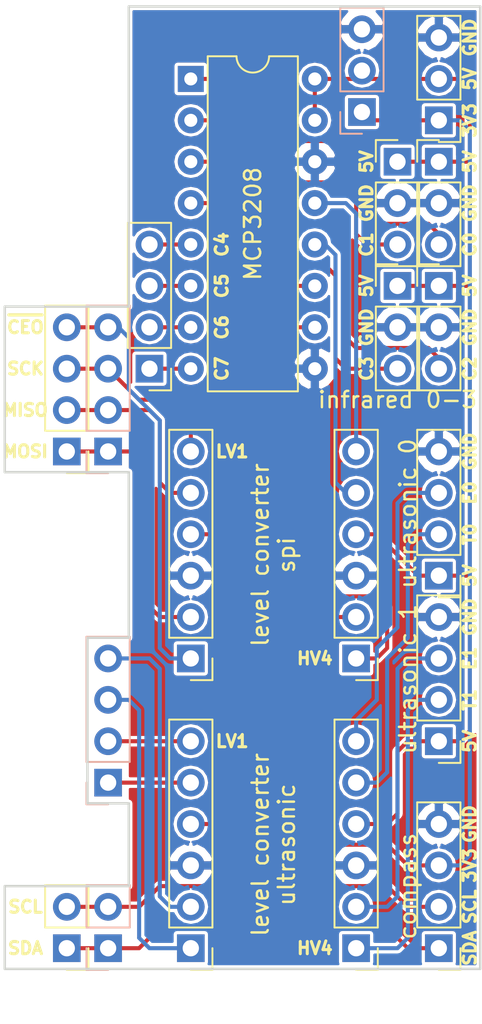
<source format=kicad_pcb>
(kicad_pcb (version 4) (host pcbnew 4.0.6)

  (general
    (links 61)
    (no_connects 0)
    (area 32.201905 114.595 78.22381 178.875)
    (thickness 1.6)
    (drawings 63)
    (tracks 182)
    (zones 0)
    (modules 18)
    (nets 30)
  )

  (page A4)
  (layers
    (0 F.Cu signal)
    (31 B.Cu signal)
    (32 B.Adhes user hide)
    (33 F.Adhes user hide)
    (34 B.Paste user hide)
    (35 F.Paste user hide)
    (36 B.SilkS user hide)
    (37 F.SilkS user)
    (38 B.Mask user hide)
    (39 F.Mask user hide)
    (40 Dwgs.User user hide)
    (41 Cmts.User user hide)
    (42 Eco1.User user hide)
    (43 Eco2.User user hide)
    (44 Edge.Cuts user)
    (45 Margin user hide)
    (46 B.CrtYd user hide)
    (47 F.CrtYd user hide)
    (48 B.Fab user hide)
    (49 F.Fab user hide)
  )

  (setup
    (last_trace_width 0.25)
    (trace_clearance 0.2)
    (zone_clearance 0.15)
    (zone_45_only no)
    (trace_min 0.2)
    (segment_width 0.2)
    (edge_width 0.15)
    (via_size 0.6)
    (via_drill 0.4)
    (via_min_size 0.4)
    (via_min_drill 0.3)
    (uvia_size 0.3)
    (uvia_drill 0.1)
    (uvias_allowed no)
    (uvia_min_size 0.2)
    (uvia_min_drill 0.1)
    (pcb_text_width 0.3)
    (pcb_text_size 1.5 1.5)
    (mod_edge_width 0.15)
    (mod_text_size 1 1)
    (mod_text_width 0.15)
    (pad_size 1.7 1.7)
    (pad_drill 1)
    (pad_to_mask_clearance 0.2)
    (aux_axis_origin 0 0)
    (visible_elements 7FFFFF7F)
    (pcbplotparams
      (layerselection 0x01000_00000001)
      (usegerberextensions false)
      (excludeedgelayer false)
      (linewidth 0.100000)
      (plotframeref false)
      (viasonmask false)
      (mode 1)
      (useauxorigin false)
      (hpglpennumber 1)
      (hpglpenspeed 20)
      (hpglpendiameter 15)
      (hpglpenoverlay 2)
      (psnegative false)
      (psa4output false)
      (plotreference false)
      (plotvalue false)
      (plotinvisibletext false)
      (padsonsilk false)
      (subtractmaskfromsilk false)
      (outputformat 4)
      (mirror false)
      (drillshape 2)
      (scaleselection 1)
      (outputdirectory test/))
  )

  (net 0 "")
  (net 1 +3V3)
  (net 2 +5V)
  (net 3 GND)
  (net 4 "Net-(J7-Pad3)")
  (net 5 "Net-(J8-Pad3)")
  (net 6 "Net-(J9-Pad3)")
  (net 7 "Net-(J10-Pad3)")
  (net 8 SDA)
  (net 9 SCL)
  (net 10 10_MOSI)
  (net 11 9_MISO)
  (net 12 SCK)
  (net 13 CEO)
  (net 14 TRIG_0)
  (net 15 ECHO_0)
  (net 16 TRIG_1)
  (net 17 ECHO_1)
  (net 18 4_TRIG_0)
  (net 19 17_ECHO_0)
  (net 20 18_TRIG_1)
  (net 21 27_ECHO_1)
  (net 22 CS)
  (net 23 DIN)
  (net 24 DOUT)
  (net 25 CLK)
  (net 26 "Net-(J15-Pad1)")
  (net 27 "Net-(J15-Pad2)")
  (net 28 "Net-(J15-Pad3)")
  (net 29 "Net-(J15-Pad4)")

  (net_class Default "Dies ist die voreingestellte Netzklasse."
    (clearance 0.2)
    (trace_width 0.25)
    (via_dia 0.6)
    (via_drill 0.4)
    (uvia_dia 0.3)
    (uvia_drill 0.1)
    (add_net +3V3)
    (add_net +5V)
    (add_net 10_MOSI)
    (add_net 17_ECHO_0)
    (add_net 18_TRIG_1)
    (add_net 27_ECHO_1)
    (add_net 4_TRIG_0)
    (add_net 9_MISO)
    (add_net CEO)
    (add_net CLK)
    (add_net CS)
    (add_net DIN)
    (add_net DOUT)
    (add_net ECHO_0)
    (add_net ECHO_1)
    (add_net GND)
    (add_net "Net-(J10-Pad3)")
    (add_net "Net-(J15-Pad1)")
    (add_net "Net-(J15-Pad2)")
    (add_net "Net-(J15-Pad3)")
    (add_net "Net-(J15-Pad4)")
    (add_net "Net-(J7-Pad3)")
    (add_net "Net-(J8-Pad3)")
    (add_net "Net-(J9-Pad3)")
    (add_net SCK)
    (add_net SCL)
    (add_net SDA)
    (add_net TRIG_0)
    (add_net TRIG_1)
  )

  (module Pin_Headers:Pin_Header_Straight_1x03_Pitch2.54mm (layer B.Cu) (tedit 58EE1823) (tstamp 58FB5902)
    (at 145.1356 73.152)
    (descr "Through hole straight pin header, 1x03, 2.54mm pitch, single row")
    (tags "Through hole pin header THT 1x03 2.54mm single row")
    (path /58EB8313)
    (fp_text reference J2 (at 0.3556 -8.382) (layer B.SilkS) hide
      (effects (font (size 1 1) (thickness 0.15)) (justify mirror))
    )
    (fp_text value CONN_01X03_RPI_VCC (at 0.3556 -18.542 270) (layer B.Fab) hide
      (effects (font (size 1 1) (thickness 0.15)) (justify mirror))
    )
    (fp_line (start -1.27 1.27) (end -1.27 -6.35) (layer B.Fab) (width 0.1))
    (fp_line (start -1.27 -6.35) (end 1.27 -6.35) (layer B.Fab) (width 0.1))
    (fp_line (start 1.27 -6.35) (end 1.27 1.27) (layer B.Fab) (width 0.1))
    (fp_line (start 1.27 1.27) (end -1.27 1.27) (layer B.Fab) (width 0.1))
    (fp_line (start -1.33 -1.27) (end -1.33 -6.41) (layer B.SilkS) (width 0.12))
    (fp_line (start -1.33 -6.41) (end 1.33 -6.41) (layer B.SilkS) (width 0.12))
    (fp_line (start 1.33 -6.41) (end 1.33 -1.27) (layer B.SilkS) (width 0.12))
    (fp_line (start 1.33 -1.27) (end -1.33 -1.27) (layer B.SilkS) (width 0.12))
    (fp_line (start -1.33 0) (end -1.33 1.33) (layer B.SilkS) (width 0.12))
    (fp_line (start -1.33 1.33) (end 0 1.33) (layer B.SilkS) (width 0.12))
    (fp_line (start -1.8 1.8) (end -1.8 -6.85) (layer B.CrtYd) (width 0.05))
    (fp_line (start -1.8 -6.85) (end 1.8 -6.85) (layer B.CrtYd) (width 0.05))
    (fp_line (start 1.8 -6.85) (end 1.8 1.8) (layer B.CrtYd) (width 0.05))
    (fp_line (start 1.8 1.8) (end -1.8 1.8) (layer B.CrtYd) (width 0.05))
    (fp_text user %R (at 0 2.33) (layer B.Fab)
      (effects (font (size 1 1) (thickness 0.15)) (justify mirror))
    )
    (pad 1 thru_hole rect (at 0 0) (size 1.7 1.7) (drill 1) (layers *.Cu *.Mask)
      (net 1 +3V3))
    (pad 2 thru_hole oval (at 0 -2.54) (size 1.7 1.7) (drill 1) (layers *.Cu *.Mask)
      (net 2 +5V))
    (pad 3 thru_hole oval (at 0 -5.08) (size 1.7 1.7) (drill 1) (layers *.Cu *.Mask)
      (net 3 GND))
    (model ${KISYS3DMOD}/Pin_Headers.3dshapes/Pin_Header_Straight_1x03_Pitch2.54mm.wrl
      (at (xyz 0 -0.1 0))
      (scale (xyz 1 1 1))
      (rotate (xyz 0 0 90))
    )
  )

  (module Housings_DIP:DIP-16_W7.62mm (layer F.Cu) (tedit 58EE17E4) (tstamp 58FB5976)
    (at 134.62 71.12)
    (descr "16-lead dip package, row spacing 7.62 mm (300 mils)")
    (tags "DIL DIP PDIP 2.54mm 7.62mm 300mil")
    (path /58EB7ED0)
    (fp_text reference U3 (at 3.81 -6.35) (layer F.SilkS) hide
      (effects (font (size 1 1) (thickness 0.15)))
    )
    (fp_text value MCP3008 (at 3.81 20.17) (layer F.Fab) hide
      (effects (font (size 1 1) (thickness 0.15)))
    )
    (fp_text user %R (at 3.81 8.89) (layer F.Fab) hide
      (effects (font (size 1 1) (thickness 0.15)))
    )
    (fp_line (start 1.635 -1.27) (end 6.985 -1.27) (layer F.Fab) (width 0.1))
    (fp_line (start 6.985 -1.27) (end 6.985 19.05) (layer F.Fab) (width 0.1))
    (fp_line (start 6.985 19.05) (end 0.635 19.05) (layer F.Fab) (width 0.1))
    (fp_line (start 0.635 19.05) (end 0.635 -0.27) (layer F.Fab) (width 0.1))
    (fp_line (start 0.635 -0.27) (end 1.635 -1.27) (layer F.Fab) (width 0.1))
    (fp_line (start 2.81 -1.39) (end 1.04 -1.39) (layer F.SilkS) (width 0.12))
    (fp_line (start 1.04 -1.39) (end 1.04 19.17) (layer F.SilkS) (width 0.12))
    (fp_line (start 1.04 19.17) (end 6.58 19.17) (layer F.SilkS) (width 0.12))
    (fp_line (start 6.58 19.17) (end 6.58 -1.39) (layer F.SilkS) (width 0.12))
    (fp_line (start 6.58 -1.39) (end 4.81 -1.39) (layer F.SilkS) (width 0.12))
    (fp_line (start -1.1 -1.6) (end -1.1 19.3) (layer F.CrtYd) (width 0.05))
    (fp_line (start -1.1 19.3) (end 8.7 19.3) (layer F.CrtYd) (width 0.05))
    (fp_line (start 8.7 19.3) (end 8.7 -1.6) (layer F.CrtYd) (width 0.05))
    (fp_line (start 8.7 -1.6) (end -1.1 -1.6) (layer F.CrtYd) (width 0.05))
    (fp_arc (start 3.81 -1.39) (end 2.81 -1.39) (angle -180) (layer F.SilkS) (width 0.12))
    (pad 1 thru_hole rect (at 0 0) (size 1.6 1.6) (drill 0.8) (layers *.Cu *.Mask)
      (net 4 "Net-(J7-Pad3)"))
    (pad 9 thru_hole oval (at 7.62 17.78) (size 1.6 1.6) (drill 0.8) (layers *.Cu *.Mask)
      (net 3 GND))
    (pad 2 thru_hole oval (at 0 2.54) (size 1.6 1.6) (drill 0.8) (layers *.Cu *.Mask)
      (net 5 "Net-(J8-Pad3)"))
    (pad 10 thru_hole oval (at 7.62 15.24) (size 1.6 1.6) (drill 0.8) (layers *.Cu *.Mask)
      (net 22 CS))
    (pad 3 thru_hole oval (at 0 5.08) (size 1.6 1.6) (drill 0.8) (layers *.Cu *.Mask)
      (net 6 "Net-(J9-Pad3)"))
    (pad 11 thru_hole oval (at 7.62 12.7) (size 1.6 1.6) (drill 0.8) (layers *.Cu *.Mask)
      (net 23 DIN))
    (pad 4 thru_hole oval (at 0 7.62) (size 1.6 1.6) (drill 0.8) (layers *.Cu *.Mask)
      (net 7 "Net-(J10-Pad3)"))
    (pad 12 thru_hole oval (at 7.62 10.16) (size 1.6 1.6) (drill 0.8) (layers *.Cu *.Mask)
      (net 24 DOUT))
    (pad 5 thru_hole oval (at 0 10.16) (size 1.6 1.6) (drill 0.8) (layers *.Cu *.Mask)
      (net 29 "Net-(J15-Pad4)"))
    (pad 13 thru_hole oval (at 7.62 7.62) (size 1.6 1.6) (drill 0.8) (layers *.Cu *.Mask)
      (net 25 CLK))
    (pad 6 thru_hole oval (at 0 12.7) (size 1.6 1.6) (drill 0.8) (layers *.Cu *.Mask)
      (net 28 "Net-(J15-Pad3)"))
    (pad 14 thru_hole oval (at 7.62 5.08) (size 1.6 1.6) (drill 0.8) (layers *.Cu *.Mask)
      (net 3 GND))
    (pad 7 thru_hole oval (at 0 15.24) (size 1.6 1.6) (drill 0.8) (layers *.Cu *.Mask)
      (net 27 "Net-(J15-Pad2)"))
    (pad 15 thru_hole oval (at 7.62 2.54) (size 1.6 1.6) (drill 0.8) (layers *.Cu *.Mask)
      (net 2 +5V))
    (pad 8 thru_hole oval (at 0 17.78) (size 1.6 1.6) (drill 0.8) (layers *.Cu *.Mask)
      (net 26 "Net-(J15-Pad1)"))
    (pad 16 thru_hole oval (at 7.62 0) (size 1.6 1.6) (drill 0.8) (layers *.Cu *.Mask)
      (net 2 +5V))
    (model Housings_DIP.3dshapes/DIP-16_W7.62mm.wrl
      (at (xyz 0 0 0))
      (scale (xyz 1 1 1))
      (rotate (xyz 0 0 0))
    )
  )

  (module rover-board:Pin_Header_Straight_Level_Converter_2x06_Pitch2.54mm (layer F.Cu) (tedit 58EE178E) (tstamp 58FB5952)
    (at 144.78 106.68 180)
    (descr "Through hole straight pin header, 1x06, 2.54mm pitch, single row")
    (tags "Through hole pin header THT 1x06 2.54mm single row")
    (path /58EB7C9D)
    (fp_text reference U1 (at 15.24 3.175 180) (layer F.SilkS) hide
      (effects (font (size 1 1) (thickness 0.15)))
    )
    (fp_text value level-converter-ultrasonic (at -25.4 0 180) (layer F.Fab) hide
      (effects (font (size 1 1) (thickness 0.15)))
    )
    (fp_line (start 11.96 -1.8) (end 8.36 -1.8) (layer F.CrtYd) (width 0.05))
    (fp_line (start 11.96 14.5) (end 11.96 -1.8) (layer F.CrtYd) (width 0.05))
    (fp_line (start 8.36 14.5) (end 11.96 14.5) (layer F.CrtYd) (width 0.05))
    (fp_line (start 8.36 -1.8) (end 8.36 14.5) (layer F.CrtYd) (width 0.05))
    (fp_line (start 8.83 -1.33) (end 10.16 -1.33) (layer F.SilkS) (width 0.12))
    (fp_line (start 8.83 0) (end 8.83 -1.33) (layer F.SilkS) (width 0.12))
    (fp_line (start 11.49 1.27) (end 8.83 1.27) (layer F.SilkS) (width 0.12))
    (fp_line (start 11.49 14.03) (end 11.49 1.27) (layer F.SilkS) (width 0.12))
    (fp_line (start 8.83 14.03) (end 11.49 14.03) (layer F.SilkS) (width 0.12))
    (fp_line (start 8.83 1.27) (end 8.83 14.03) (layer F.SilkS) (width 0.12))
    (fp_line (start 11.43 -1.27) (end 8.89 -1.27) (layer F.Fab) (width 0.1))
    (fp_line (start 11.43 13.97) (end 11.43 -1.27) (layer F.Fab) (width 0.1))
    (fp_line (start 8.89 13.97) (end 11.43 13.97) (layer F.Fab) (width 0.1))
    (fp_line (start 8.89 -1.27) (end 8.89 13.97) (layer F.Fab) (width 0.1))
    (fp_line (start -1.27 -1.27) (end -1.27 13.97) (layer F.Fab) (width 0.1))
    (fp_line (start -1.27 13.97) (end 1.27 13.97) (layer F.Fab) (width 0.1))
    (fp_line (start 1.27 13.97) (end 1.27 -1.27) (layer F.Fab) (width 0.1))
    (fp_line (start 1.27 -1.27) (end -1.27 -1.27) (layer F.Fab) (width 0.1))
    (fp_line (start -1.33 1.27) (end -1.33 14.03) (layer F.SilkS) (width 0.12))
    (fp_line (start -1.33 14.03) (end 1.33 14.03) (layer F.SilkS) (width 0.12))
    (fp_line (start 1.33 14.03) (end 1.33 1.27) (layer F.SilkS) (width 0.12))
    (fp_line (start 1.33 1.27) (end -1.33 1.27) (layer F.SilkS) (width 0.12))
    (fp_line (start -1.33 0) (end -1.33 -1.33) (layer F.SilkS) (width 0.12))
    (fp_line (start -1.33 -1.33) (end 0 -1.33) (layer F.SilkS) (width 0.12))
    (fp_line (start -1.8 -1.8) (end -1.8 14.5) (layer F.CrtYd) (width 0.05))
    (fp_line (start -1.8 14.5) (end 1.8 14.5) (layer F.CrtYd) (width 0.05))
    (fp_line (start 1.8 14.5) (end 1.8 -1.8) (layer F.CrtYd) (width 0.05))
    (fp_line (start 1.8 -1.8) (end -1.8 -1.8) (layer F.CrtYd) (width 0.05))
    (fp_text user %R (at 0 -3.81 180) (layer F.Fab)
      (effects (font (size 1 1) (thickness 0.15)))
    )
    (pad 7 thru_hole oval (at 10.16 12.7 180) (size 1.7 1.7) (drill 1) (layers *.Cu *.Mask)
      (net 12 SCK))
    (pad 8 thru_hole oval (at 10.16 10.16 180) (size 1.7 1.7) (drill 1) (layers *.Cu *.Mask)
      (net 11 9_MISO))
    (pad 9 thru_hole oval (at 10.16 7.62 180) (size 1.7 1.7) (drill 1) (layers *.Cu *.Mask)
      (net 1 +3V3))
    (pad 10 thru_hole oval (at 10.16 5.08 180) (size 1.7 1.7) (drill 1) (layers *.Cu *.Mask)
      (net 3 GND))
    (pad 11 thru_hole oval (at 10.16 2.54 180) (size 1.7 1.7) (drill 1) (layers *.Cu *.Mask)
      (net 10 10_MOSI))
    (pad 12 thru_hole rect (at 10.16 0 180) (size 1.7 1.7) (drill 1) (layers *.Cu *.Mask)
      (net 13 CEO))
    (pad 1 thru_hole rect (at 0 0 180) (size 1.7 1.7) (drill 1) (layers *.Cu *.Mask)
      (net 22 CS))
    (pad 2 thru_hole oval (at 0 2.54 180) (size 1.7 1.7) (drill 1) (layers *.Cu *.Mask)
      (net 23 DIN))
    (pad 3 thru_hole oval (at 0 5.08 180) (size 1.7 1.7) (drill 1) (layers *.Cu *.Mask)
      (net 3 GND))
    (pad 4 thru_hole oval (at 0 7.62 180) (size 1.7 1.7) (drill 1) (layers *.Cu *.Mask)
      (net 2 +5V))
    (pad 5 thru_hole oval (at 0 10.16 180) (size 1.7 1.7) (drill 1) (layers *.Cu *.Mask)
      (net 24 DOUT))
    (pad 6 thru_hole oval (at 0 12.7 180) (size 1.7 1.7) (drill 1) (layers *.Cu *.Mask)
      (net 25 CLK))
    (model ${KISYS3DMOD}/Pin_Headers.3dshapes/Pin_Header_Straight_1x06_Pitch2.54mm.wrl
      (at (xyz 0 -0.25 0))
      (scale (xyz 1 1 1))
      (rotate (xyz 0 0 90))
    )
  )

  (module rover-board:Pin_Header_Straight_Level_Converter_2x06_Pitch2.54mm (layer F.Cu) (tedit 58EE1780) (tstamp 58FB5962)
    (at 144.78 124.46 180)
    (descr "Through hole straight pin header, 1x06, 2.54mm pitch, single row")
    (tags "Through hole pin header THT 1x06 2.54mm single row")
    (path /58EB7CDD)
    (fp_text reference U2 (at 0 -2.54 180) (layer F.SilkS) hide
      (effects (font (size 1 1) (thickness 0.15)))
    )
    (fp_text value level-converter-infrared-spi (at 0 -15.24 270) (layer F.Fab) hide
      (effects (font (size 1 1) (thickness 0.15)))
    )
    (fp_line (start 11.96 -1.8) (end 8.36 -1.8) (layer F.CrtYd) (width 0.05))
    (fp_line (start 11.96 14.5) (end 11.96 -1.8) (layer F.CrtYd) (width 0.05))
    (fp_line (start 8.36 14.5) (end 11.96 14.5) (layer F.CrtYd) (width 0.05))
    (fp_line (start 8.36 -1.8) (end 8.36 14.5) (layer F.CrtYd) (width 0.05))
    (fp_line (start 8.83 -1.33) (end 10.16 -1.33) (layer F.SilkS) (width 0.12))
    (fp_line (start 8.83 0) (end 8.83 -1.33) (layer F.SilkS) (width 0.12))
    (fp_line (start 11.49 1.27) (end 8.83 1.27) (layer F.SilkS) (width 0.12))
    (fp_line (start 11.49 14.03) (end 11.49 1.27) (layer F.SilkS) (width 0.12))
    (fp_line (start 8.83 14.03) (end 11.49 14.03) (layer F.SilkS) (width 0.12))
    (fp_line (start 8.83 1.27) (end 8.83 14.03) (layer F.SilkS) (width 0.12))
    (fp_line (start 11.43 -1.27) (end 8.89 -1.27) (layer F.Fab) (width 0.1))
    (fp_line (start 11.43 13.97) (end 11.43 -1.27) (layer F.Fab) (width 0.1))
    (fp_line (start 8.89 13.97) (end 11.43 13.97) (layer F.Fab) (width 0.1))
    (fp_line (start 8.89 -1.27) (end 8.89 13.97) (layer F.Fab) (width 0.1))
    (fp_line (start -1.27 -1.27) (end -1.27 13.97) (layer F.Fab) (width 0.1))
    (fp_line (start -1.27 13.97) (end 1.27 13.97) (layer F.Fab) (width 0.1))
    (fp_line (start 1.27 13.97) (end 1.27 -1.27) (layer F.Fab) (width 0.1))
    (fp_line (start 1.27 -1.27) (end -1.27 -1.27) (layer F.Fab) (width 0.1))
    (fp_line (start -1.33 1.27) (end -1.33 14.03) (layer F.SilkS) (width 0.12))
    (fp_line (start -1.33 14.03) (end 1.33 14.03) (layer F.SilkS) (width 0.12))
    (fp_line (start 1.33 14.03) (end 1.33 1.27) (layer F.SilkS) (width 0.12))
    (fp_line (start 1.33 1.27) (end -1.33 1.27) (layer F.SilkS) (width 0.12))
    (fp_line (start -1.33 0) (end -1.33 -1.33) (layer F.SilkS) (width 0.12))
    (fp_line (start -1.33 -1.33) (end 0 -1.33) (layer F.SilkS) (width 0.12))
    (fp_line (start -1.8 -1.8) (end -1.8 14.5) (layer F.CrtYd) (width 0.05))
    (fp_line (start -1.8 14.5) (end 1.8 14.5) (layer F.CrtYd) (width 0.05))
    (fp_line (start 1.8 14.5) (end 1.8 -1.8) (layer F.CrtYd) (width 0.05))
    (fp_line (start 1.8 -1.8) (end -1.8 -1.8) (layer F.CrtYd) (width 0.05))
    (fp_text user %R (at 0 -3.81 180) (layer F.Fab)
      (effects (font (size 1 1) (thickness 0.15)))
    )
    (pad 7 thru_hole oval (at 10.16 12.7 180) (size 1.7 1.7) (drill 1) (layers *.Cu *.Mask)
      (net 19 17_ECHO_0))
    (pad 8 thru_hole oval (at 10.16 10.16 180) (size 1.7 1.7) (drill 1) (layers *.Cu *.Mask)
      (net 18 4_TRIG_0))
    (pad 9 thru_hole oval (at 10.16 7.62 180) (size 1.7 1.7) (drill 1) (layers *.Cu *.Mask)
      (net 1 +3V3))
    (pad 10 thru_hole oval (at 10.16 5.08 180) (size 1.7 1.7) (drill 1) (layers *.Cu *.Mask)
      (net 3 GND))
    (pad 11 thru_hole oval (at 10.16 2.54 180) (size 1.7 1.7) (drill 1) (layers *.Cu *.Mask)
      (net 21 27_ECHO_1))
    (pad 12 thru_hole rect (at 10.16 0 180) (size 1.7 1.7) (drill 1) (layers *.Cu *.Mask)
      (net 20 18_TRIG_1))
    (pad 1 thru_hole rect (at 0 0 180) (size 1.7 1.7) (drill 1) (layers *.Cu *.Mask)
      (net 16 TRIG_1))
    (pad 2 thru_hole oval (at 0 2.54 180) (size 1.7 1.7) (drill 1) (layers *.Cu *.Mask)
      (net 17 ECHO_1))
    (pad 3 thru_hole oval (at 0 5.08 180) (size 1.7 1.7) (drill 1) (layers *.Cu *.Mask)
      (net 3 GND))
    (pad 4 thru_hole oval (at 0 7.62 180) (size 1.7 1.7) (drill 1) (layers *.Cu *.Mask)
      (net 2 +5V))
    (pad 5 thru_hole oval (at 0 10.16 180) (size 1.7 1.7) (drill 1) (layers *.Cu *.Mask)
      (net 14 TRIG_0))
    (pad 6 thru_hole oval (at 0 12.7 180) (size 1.7 1.7) (drill 1) (layers *.Cu *.Mask)
      (net 15 ECHO_0))
    (model ${KISYS3DMOD}/Pin_Headers.3dshapes/Pin_Header_Straight_1x06_Pitch2.54mm.wrl
      (at (xyz 0 -0.25 0))
      (scale (xyz 1 1 1))
      (rotate (xyz 0 0 90))
    )
  )

  (module Pin_Headers:Pin_Header_Straight_1x04_Pitch2.54mm (layer F.Cu) (tedit 58EE1774) (tstamp 58FB591E)
    (at 149.86 101.6 180)
    (descr "Through hole straight pin header, 1x04, 2.54mm pitch, single row")
    (tags "Through hole pin header THT 1x04 2.54mm single row")
    (path /58EB8600)
    (fp_text reference J5 (at -3.81 0 180) (layer F.SilkS) hide
      (effects (font (size 1 1) (thickness 0.15)))
    )
    (fp_text value CONN_01X04_HC-SR04_ULTRASONIC_0 (at -24.13 0 180) (layer F.Fab) hide
      (effects (font (size 1 1) (thickness 0.15)))
    )
    (fp_line (start -1.27 -1.27) (end -1.27 8.89) (layer F.Fab) (width 0.1))
    (fp_line (start -1.27 8.89) (end 1.27 8.89) (layer F.Fab) (width 0.1))
    (fp_line (start 1.27 8.89) (end 1.27 -1.27) (layer F.Fab) (width 0.1))
    (fp_line (start 1.27 -1.27) (end -1.27 -1.27) (layer F.Fab) (width 0.1))
    (fp_line (start -1.33 1.27) (end -1.33 8.95) (layer F.SilkS) (width 0.12))
    (fp_line (start -1.33 8.95) (end 1.33 8.95) (layer F.SilkS) (width 0.12))
    (fp_line (start 1.33 8.95) (end 1.33 1.27) (layer F.SilkS) (width 0.12))
    (fp_line (start 1.33 1.27) (end -1.33 1.27) (layer F.SilkS) (width 0.12))
    (fp_line (start -1.33 0) (end -1.33 -1.33) (layer F.SilkS) (width 0.12))
    (fp_line (start -1.33 -1.33) (end 0 -1.33) (layer F.SilkS) (width 0.12))
    (fp_line (start -1.8 -1.8) (end -1.8 9.4) (layer F.CrtYd) (width 0.05))
    (fp_line (start -1.8 9.4) (end 1.8 9.4) (layer F.CrtYd) (width 0.05))
    (fp_line (start 1.8 9.4) (end 1.8 -1.8) (layer F.CrtYd) (width 0.05))
    (fp_line (start 1.8 -1.8) (end -1.8 -1.8) (layer F.CrtYd) (width 0.05))
    (fp_text user %R (at 0 -2.33 180) (layer F.Fab)
      (effects (font (size 1 1) (thickness 0.15)))
    )
    (pad 1 thru_hole rect (at 0 0 180) (size 1.7 1.7) (drill 1) (layers *.Cu *.Mask)
      (net 2 +5V))
    (pad 2 thru_hole oval (at 0 2.54 180) (size 1.7 1.7) (drill 1) (layers *.Cu *.Mask)
      (net 14 TRIG_0))
    (pad 3 thru_hole oval (at 0 5.08 180) (size 1.7 1.7) (drill 1) (layers *.Cu *.Mask)
      (net 15 ECHO_0))
    (pad 4 thru_hole oval (at 0 7.62 180) (size 1.7 1.7) (drill 1) (layers *.Cu *.Mask)
      (net 3 GND))
    (model ${KISYS3DMOD}/Pin_Headers.3dshapes/Pin_Header_Straight_1x04_Pitch2.54mm.wrl
      (at (xyz 0 -0.15 0))
      (scale (xyz 1 1 1))
      (rotate (xyz 0 0 90))
    )
  )

  (module Pin_Headers:Pin_Header_Straight_1x03_Pitch2.54mm (layer F.Cu) (tedit 58EE17E0) (tstamp 58FB592D)
    (at 149.86 76.2)
    (descr "Through hole straight pin header, 1x03, 2.54mm pitch, single row")
    (tags "Through hole pin header THT 1x03 2.54mm single row")
    (path /58EB86E0)
    (fp_text reference J7 (at 6.985 0) (layer F.SilkS) hide
      (effects (font (size 1 1) (thickness 0.15)))
    )
    (fp_text value CONN_01X03_SHARP_INFRARED_0 (at 21.59 0) (layer F.Fab) hide
      (effects (font (size 1 1) (thickness 0.15)))
    )
    (fp_line (start -1.27 -1.27) (end -1.27 6.35) (layer F.Fab) (width 0.1))
    (fp_line (start -1.27 6.35) (end 1.27 6.35) (layer F.Fab) (width 0.1))
    (fp_line (start 1.27 6.35) (end 1.27 -1.27) (layer F.Fab) (width 0.1))
    (fp_line (start 1.27 -1.27) (end -1.27 -1.27) (layer F.Fab) (width 0.1))
    (fp_line (start -1.33 1.27) (end -1.33 6.41) (layer F.SilkS) (width 0.12))
    (fp_line (start -1.33 6.41) (end 1.33 6.41) (layer F.SilkS) (width 0.12))
    (fp_line (start 1.33 6.41) (end 1.33 1.27) (layer F.SilkS) (width 0.12))
    (fp_line (start 1.33 1.27) (end -1.33 1.27) (layer F.SilkS) (width 0.12))
    (fp_line (start -1.33 0) (end -1.33 -1.33) (layer F.SilkS) (width 0.12))
    (fp_line (start -1.33 -1.33) (end 0 -1.33) (layer F.SilkS) (width 0.12))
    (fp_line (start -1.8 -1.8) (end -1.8 6.85) (layer F.CrtYd) (width 0.05))
    (fp_line (start -1.8 6.85) (end 1.8 6.85) (layer F.CrtYd) (width 0.05))
    (fp_line (start 1.8 6.85) (end 1.8 -1.8) (layer F.CrtYd) (width 0.05))
    (fp_line (start 1.8 -1.8) (end -1.8 -1.8) (layer F.CrtYd) (width 0.05))
    (fp_text user %R (at 0 -2.33) (layer F.Fab)
      (effects (font (size 1 1) (thickness 0.15)))
    )
    (pad 1 thru_hole rect (at 0 0) (size 1.7 1.7) (drill 1) (layers *.Cu *.Mask)
      (net 2 +5V))
    (pad 2 thru_hole oval (at 0 2.54) (size 1.7 1.7) (drill 1) (layers *.Cu *.Mask)
      (net 3 GND))
    (pad 3 thru_hole oval (at 0 5.08) (size 1.7 1.7) (drill 1) (layers *.Cu *.Mask)
      (net 4 "Net-(J7-Pad3)"))
    (model ${KISYS3DMOD}/Pin_Headers.3dshapes/Pin_Header_Straight_1x03_Pitch2.54mm.wrl
      (at (xyz 0 -0.1 0))
      (scale (xyz 1 1 1))
      (rotate (xyz 0 0 90))
    )
  )

  (module Pin_Headers:Pin_Header_Straight_1x03_Pitch2.54mm (layer F.Cu) (tedit 58EE17DE) (tstamp 58FB5934)
    (at 147.32 76.2)
    (descr "Through hole straight pin header, 1x03, 2.54mm pitch, single row")
    (tags "Through hole pin header THT 1x03 2.54mm single row")
    (path /58EBC772)
    (fp_text reference J8 (at 6.985 0) (layer F.SilkS) hide
      (effects (font (size 1 1) (thickness 0.15)))
    )
    (fp_text value CONN_01X03_SHARP_INFRARED_1 (at 24.13 2.54) (layer F.Fab) hide
      (effects (font (size 1 1) (thickness 0.15)))
    )
    (fp_line (start -1.27 -1.27) (end -1.27 6.35) (layer F.Fab) (width 0.1))
    (fp_line (start -1.27 6.35) (end 1.27 6.35) (layer F.Fab) (width 0.1))
    (fp_line (start 1.27 6.35) (end 1.27 -1.27) (layer F.Fab) (width 0.1))
    (fp_line (start 1.27 -1.27) (end -1.27 -1.27) (layer F.Fab) (width 0.1))
    (fp_line (start -1.33 1.27) (end -1.33 6.41) (layer F.SilkS) (width 0.12))
    (fp_line (start -1.33 6.41) (end 1.33 6.41) (layer F.SilkS) (width 0.12))
    (fp_line (start 1.33 6.41) (end 1.33 1.27) (layer F.SilkS) (width 0.12))
    (fp_line (start 1.33 1.27) (end -1.33 1.27) (layer F.SilkS) (width 0.12))
    (fp_line (start -1.33 0) (end -1.33 -1.33) (layer F.SilkS) (width 0.12))
    (fp_line (start -1.33 -1.33) (end 0 -1.33) (layer F.SilkS) (width 0.12))
    (fp_line (start -1.8 -1.8) (end -1.8 6.85) (layer F.CrtYd) (width 0.05))
    (fp_line (start -1.8 6.85) (end 1.8 6.85) (layer F.CrtYd) (width 0.05))
    (fp_line (start 1.8 6.85) (end 1.8 -1.8) (layer F.CrtYd) (width 0.05))
    (fp_line (start 1.8 -1.8) (end -1.8 -1.8) (layer F.CrtYd) (width 0.05))
    (fp_text user %R (at 0 -2.33) (layer F.Fab)
      (effects (font (size 1 1) (thickness 0.15)))
    )
    (pad 1 thru_hole rect (at 0 0) (size 1.7 1.7) (drill 1) (layers *.Cu *.Mask)
      (net 2 +5V))
    (pad 2 thru_hole oval (at 0 2.54) (size 1.7 1.7) (drill 1) (layers *.Cu *.Mask)
      (net 3 GND))
    (pad 3 thru_hole oval (at 0 5.08) (size 1.7 1.7) (drill 1) (layers *.Cu *.Mask)
      (net 5 "Net-(J8-Pad3)"))
    (model ${KISYS3DMOD}/Pin_Headers.3dshapes/Pin_Header_Straight_1x03_Pitch2.54mm.wrl
      (at (xyz 0 -0.1 0))
      (scale (xyz 1 1 1))
      (rotate (xyz 0 0 90))
    )
  )

  (module Pin_Headers:Pin_Header_Straight_1x03_Pitch2.54mm (layer F.Cu) (tedit 58EE16E5) (tstamp 58FB593B)
    (at 149.86 83.82)
    (descr "Through hole straight pin header, 1x03, 2.54mm pitch, single row")
    (tags "Through hole pin header THT 1x03 2.54mm single row")
    (path /58EBC72D)
    (fp_text reference J9 (at 6.985 0) (layer F.SilkS) hide
      (effects (font (size 1 1) (thickness 0.15)))
    )
    (fp_text value CONN_01X03_SHARP_INFRARED_2 (at 21.59 -2.54) (layer F.Fab) hide
      (effects (font (size 1 1) (thickness 0.15)))
    )
    (fp_line (start -1.27 -1.27) (end -1.27 6.35) (layer F.Fab) (width 0.1))
    (fp_line (start -1.27 6.35) (end 1.27 6.35) (layer F.Fab) (width 0.1))
    (fp_line (start 1.27 6.35) (end 1.27 -1.27) (layer F.Fab) (width 0.1))
    (fp_line (start 1.27 -1.27) (end -1.27 -1.27) (layer F.Fab) (width 0.1))
    (fp_line (start -1.33 1.27) (end -1.33 6.41) (layer F.SilkS) (width 0.12))
    (fp_line (start -1.33 6.41) (end 1.33 6.41) (layer F.SilkS) (width 0.12))
    (fp_line (start 1.33 6.41) (end 1.33 1.27) (layer F.SilkS) (width 0.12))
    (fp_line (start 1.33 1.27) (end -1.33 1.27) (layer F.SilkS) (width 0.12))
    (fp_line (start -1.33 0) (end -1.33 -1.33) (layer F.SilkS) (width 0.12))
    (fp_line (start -1.33 -1.33) (end 0 -1.33) (layer F.SilkS) (width 0.12))
    (fp_line (start -1.8 -1.8) (end -1.8 6.85) (layer F.CrtYd) (width 0.05))
    (fp_line (start -1.8 6.85) (end 1.8 6.85) (layer F.CrtYd) (width 0.05))
    (fp_line (start 1.8 6.85) (end 1.8 -1.8) (layer F.CrtYd) (width 0.05))
    (fp_line (start 1.8 -1.8) (end -1.8 -1.8) (layer F.CrtYd) (width 0.05))
    (fp_text user %R (at 0 -2.33) (layer F.Fab)
      (effects (font (size 1 1) (thickness 0.15)))
    )
    (pad 1 thru_hole rect (at 0 0) (size 1.7 1.7) (drill 1) (layers *.Cu *.Mask)
      (net 2 +5V))
    (pad 2 thru_hole oval (at 0 2.54) (size 1.7 1.7) (drill 1) (layers *.Cu *.Mask)
      (net 3 GND))
    (pad 3 thru_hole oval (at 0 5.08) (size 1.7 1.7) (drill 1) (layers *.Cu *.Mask)
      (net 6 "Net-(J9-Pad3)"))
    (model ${KISYS3DMOD}/Pin_Headers.3dshapes/Pin_Header_Straight_1x03_Pitch2.54mm.wrl
      (at (xyz 0 -0.1 0))
      (scale (xyz 1 1 1))
      (rotate (xyz 0 0 90))
    )
  )

  (module Pin_Headers:Pin_Header_Straight_1x03_Pitch2.54mm (layer F.Cu) (tedit 58EE16E8) (tstamp 58FB5942)
    (at 147.32 83.82)
    (descr "Through hole straight pin header, 1x03, 2.54mm pitch, single row")
    (tags "Through hole pin header THT 1x03 2.54mm single row")
    (path /58EBC7CE)
    (fp_text reference J10 (at 6.985 0) (layer F.SilkS) hide
      (effects (font (size 1 1) (thickness 0.15)))
    )
    (fp_text value CONN_01X03_SHARP_INFRARED_3 (at 24.13 0) (layer F.Fab) hide
      (effects (font (size 1 1) (thickness 0.15)))
    )
    (fp_line (start -1.27 -1.27) (end -1.27 6.35) (layer F.Fab) (width 0.1))
    (fp_line (start -1.27 6.35) (end 1.27 6.35) (layer F.Fab) (width 0.1))
    (fp_line (start 1.27 6.35) (end 1.27 -1.27) (layer F.Fab) (width 0.1))
    (fp_line (start 1.27 -1.27) (end -1.27 -1.27) (layer F.Fab) (width 0.1))
    (fp_line (start -1.33 1.27) (end -1.33 6.41) (layer F.SilkS) (width 0.12))
    (fp_line (start -1.33 6.41) (end 1.33 6.41) (layer F.SilkS) (width 0.12))
    (fp_line (start 1.33 6.41) (end 1.33 1.27) (layer F.SilkS) (width 0.12))
    (fp_line (start 1.33 1.27) (end -1.33 1.27) (layer F.SilkS) (width 0.12))
    (fp_line (start -1.33 0) (end -1.33 -1.33) (layer F.SilkS) (width 0.12))
    (fp_line (start -1.33 -1.33) (end 0 -1.33) (layer F.SilkS) (width 0.12))
    (fp_line (start -1.8 -1.8) (end -1.8 6.85) (layer F.CrtYd) (width 0.05))
    (fp_line (start -1.8 6.85) (end 1.8 6.85) (layer F.CrtYd) (width 0.05))
    (fp_line (start 1.8 6.85) (end 1.8 -1.8) (layer F.CrtYd) (width 0.05))
    (fp_line (start 1.8 -1.8) (end -1.8 -1.8) (layer F.CrtYd) (width 0.05))
    (fp_text user %R (at 0 -2.33) (layer F.Fab)
      (effects (font (size 1 1) (thickness 0.15)))
    )
    (pad 1 thru_hole rect (at 0 0) (size 1.7 1.7) (drill 1) (layers *.Cu *.Mask)
      (net 2 +5V))
    (pad 2 thru_hole oval (at 0 2.54) (size 1.7 1.7) (drill 1) (layers *.Cu *.Mask)
      (net 3 GND))
    (pad 3 thru_hole oval (at 0 5.08) (size 1.7 1.7) (drill 1) (layers *.Cu *.Mask)
      (net 7 "Net-(J10-Pad3)"))
    (model ${KISYS3DMOD}/Pin_Headers.3dshapes/Pin_Header_Straight_1x03_Pitch2.54mm.wrl
      (at (xyz 0 -0.1 0))
      (scale (xyz 1 1 1))
      (rotate (xyz 0 0 90))
    )
  )

  (module Pin_Headers:Pin_Header_Straight_1x04_Pitch2.54mm (layer B.Cu) (tedit 58EE1836) (tstamp 58ECDACA)
    (at 129.54 93.98)
    (descr "Through hole straight pin header, 1x04, 2.54mm pitch, single row")
    (tags "Through hole pin header THT 1x04 2.54mm single row")
    (path /58ECDE0F)
    (fp_text reference J3 (at 0 2.54) (layer B.SilkS) hide
      (effects (font (size 1 1) (thickness 0.15)) (justify mirror))
    )
    (fp_text value CONN_01X04_RPI_SPI (at 0 -20.32 270) (layer B.Fab) hide
      (effects (font (size 1 1) (thickness 0.15)) (justify mirror))
    )
    (fp_line (start -1.27 1.27) (end -1.27 -8.89) (layer B.Fab) (width 0.1))
    (fp_line (start -1.27 -8.89) (end 1.27 -8.89) (layer B.Fab) (width 0.1))
    (fp_line (start 1.27 -8.89) (end 1.27 1.27) (layer B.Fab) (width 0.1))
    (fp_line (start 1.27 1.27) (end -1.27 1.27) (layer B.Fab) (width 0.1))
    (fp_line (start -1.33 -1.27) (end -1.33 -8.95) (layer B.SilkS) (width 0.12))
    (fp_line (start -1.33 -8.95) (end 1.33 -8.95) (layer B.SilkS) (width 0.12))
    (fp_line (start 1.33 -8.95) (end 1.33 -1.27) (layer B.SilkS) (width 0.12))
    (fp_line (start 1.33 -1.27) (end -1.33 -1.27) (layer B.SilkS) (width 0.12))
    (fp_line (start -1.33 0) (end -1.33 1.33) (layer B.SilkS) (width 0.12))
    (fp_line (start -1.33 1.33) (end 0 1.33) (layer B.SilkS) (width 0.12))
    (fp_line (start -1.8 1.8) (end -1.8 -9.4) (layer B.CrtYd) (width 0.05))
    (fp_line (start -1.8 -9.4) (end 1.8 -9.4) (layer B.CrtYd) (width 0.05))
    (fp_line (start 1.8 -9.4) (end 1.8 1.8) (layer B.CrtYd) (width 0.05))
    (fp_line (start 1.8 1.8) (end -1.8 1.8) (layer B.CrtYd) (width 0.05))
    (fp_text user %R (at 0 2.33) (layer B.Fab)
      (effects (font (size 1 1) (thickness 0.15)) (justify mirror))
    )
    (pad 1 thru_hole rect (at 0 0) (size 1.7 1.7) (drill 1) (layers *.Cu *.Mask)
      (net 10 10_MOSI))
    (pad 2 thru_hole oval (at 0 -2.54) (size 1.7 1.7) (drill 1) (layers *.Cu *.Mask)
      (net 11 9_MISO))
    (pad 3 thru_hole oval (at 0 -5.08) (size 1.7 1.7) (drill 1) (layers *.Cu *.Mask)
      (net 12 SCK))
    (pad 4 thru_hole oval (at 0 -7.62) (size 1.7 1.7) (drill 1) (layers *.Cu *.Mask)
      (net 13 CEO))
    (model ${KISYS3DMOD}/Pin_Headers.3dshapes/Pin_Header_Straight_1x04_Pitch2.54mm.wrl
      (at (xyz 0 -0.15 0))
      (scale (xyz 1 1 1))
      (rotate (xyz 0 0 90))
    )
  )

  (module Pin_Headers:Pin_Header_Straight_1x04_Pitch2.54mm (layer B.Cu) (tedit 58EE19AA) (tstamp 58ECDAD2)
    (at 129.54 114.3)
    (descr "Through hole straight pin header, 1x04, 2.54mm pitch, single row")
    (tags "Through hole pin header THT 1x04 2.54mm single row")
    (path /58ECDE78)
    (fp_text reference J11 (at -1.27 2.54) (layer B.SilkS) hide
      (effects (font (size 1 1) (thickness 0.15)) (justify mirror))
    )
    (fp_text value CONN_01X04_RPI_GPIO (at -10.16 0) (layer B.Fab) hide
      (effects (font (size 1 1) (thickness 0.15)) (justify mirror))
    )
    (fp_line (start -1.27 1.27) (end -1.27 -8.89) (layer B.Fab) (width 0.1))
    (fp_line (start -1.27 -8.89) (end 1.27 -8.89) (layer B.Fab) (width 0.1))
    (fp_line (start 1.27 -8.89) (end 1.27 1.27) (layer B.Fab) (width 0.1))
    (fp_line (start 1.27 1.27) (end -1.27 1.27) (layer B.Fab) (width 0.1))
    (fp_line (start -1.33 -1.27) (end -1.33 -8.95) (layer B.SilkS) (width 0.12))
    (fp_line (start -1.33 -8.95) (end 1.33 -8.95) (layer B.SilkS) (width 0.12))
    (fp_line (start 1.33 -8.95) (end 1.33 -1.27) (layer B.SilkS) (width 0.12))
    (fp_line (start 1.33 -1.27) (end -1.33 -1.27) (layer B.SilkS) (width 0.12))
    (fp_line (start -1.33 0) (end -1.33 1.33) (layer B.SilkS) (width 0.12))
    (fp_line (start -1.33 1.33) (end 0 1.33) (layer B.SilkS) (width 0.12))
    (fp_line (start -1.8 1.8) (end -1.8 -9.4) (layer B.CrtYd) (width 0.05))
    (fp_line (start -1.8 -9.4) (end 1.8 -9.4) (layer B.CrtYd) (width 0.05))
    (fp_line (start 1.8 -9.4) (end 1.8 1.8) (layer B.CrtYd) (width 0.05))
    (fp_line (start 1.8 1.8) (end -1.8 1.8) (layer B.CrtYd) (width 0.05))
    (fp_text user %R (at 0 2.33) (layer B.Fab)
      (effects (font (size 1 1) (thickness 0.15)) (justify mirror))
    )
    (pad 1 thru_hole rect (at 0 0) (size 1.7 1.7) (drill 1) (layers *.Cu *.Mask)
      (net 18 4_TRIG_0))
    (pad 2 thru_hole oval (at 0 -2.54) (size 1.7 1.7) (drill 1) (layers *.Cu *.Mask)
      (net 19 17_ECHO_0))
    (pad 3 thru_hole oval (at 0 -5.08) (size 1.7 1.7) (drill 1) (layers *.Cu *.Mask)
      (net 20 18_TRIG_1))
    (pad 4 thru_hole oval (at 0 -7.62) (size 1.7 1.7) (drill 1) (layers *.Cu *.Mask)
      (net 21 27_ECHO_1))
    (model ${KISYS3DMOD}/Pin_Headers.3dshapes/Pin_Header_Straight_1x04_Pitch2.54mm.wrl
      (at (xyz 0 -0.15 0))
      (scale (xyz 1 1 1))
      (rotate (xyz 0 0 90))
    )
  )

  (module Pin_Headers:Pin_Header_Straight_1x02_Pitch2.54mm (layer F.Cu) (tedit 58EE1788) (tstamp 58ECDEBE)
    (at 127 124.46 180)
    (descr "Through hole straight pin header, 1x02, 2.54mm pitch, single row")
    (tags "Through hole pin header THT 1x02 2.54mm single row")
    (path /58ECEDC3)
    (fp_text reference J12 (at 0 -2.54 180) (layer F.SilkS) hide
      (effects (font (size 1 1) (thickness 0.15)))
    )
    (fp_text value CONN_01X02_I2C_OUT (at 0 -12.7 270) (layer F.Fab) hide
      (effects (font (size 1 1) (thickness 0.15)))
    )
    (fp_line (start -1.27 -1.27) (end -1.27 3.81) (layer F.Fab) (width 0.1))
    (fp_line (start -1.27 3.81) (end 1.27 3.81) (layer F.Fab) (width 0.1))
    (fp_line (start 1.27 3.81) (end 1.27 -1.27) (layer F.Fab) (width 0.1))
    (fp_line (start 1.27 -1.27) (end -1.27 -1.27) (layer F.Fab) (width 0.1))
    (fp_line (start -1.33 1.27) (end -1.33 3.87) (layer F.SilkS) (width 0.12))
    (fp_line (start -1.33 3.87) (end 1.33 3.87) (layer F.SilkS) (width 0.12))
    (fp_line (start 1.33 3.87) (end 1.33 1.27) (layer F.SilkS) (width 0.12))
    (fp_line (start 1.33 1.27) (end -1.33 1.27) (layer F.SilkS) (width 0.12))
    (fp_line (start -1.33 0) (end -1.33 -1.33) (layer F.SilkS) (width 0.12))
    (fp_line (start -1.33 -1.33) (end 0 -1.33) (layer F.SilkS) (width 0.12))
    (fp_line (start -1.8 -1.8) (end -1.8 4.35) (layer F.CrtYd) (width 0.05))
    (fp_line (start -1.8 4.35) (end 1.8 4.35) (layer F.CrtYd) (width 0.05))
    (fp_line (start 1.8 4.35) (end 1.8 -1.8) (layer F.CrtYd) (width 0.05))
    (fp_line (start 1.8 -1.8) (end -1.8 -1.8) (layer F.CrtYd) (width 0.05))
    (fp_text user %R (at 0 -2.33 180) (layer F.Fab)
      (effects (font (size 1 1) (thickness 0.15)))
    )
    (pad 1 thru_hole rect (at 0 0 180) (size 1.7 1.7) (drill 1) (layers *.Cu *.Mask)
      (net 8 SDA))
    (pad 2 thru_hole oval (at 0 2.54 180) (size 1.7 1.7) (drill 1) (layers *.Cu *.Mask)
      (net 9 SCL))
    (model ${KISYS3DMOD}/Pin_Headers.3dshapes/Pin_Header_Straight_1x02_Pitch2.54mm.wrl
      (at (xyz 0 -0.05 0))
      (scale (xyz 1 1 1))
      (rotate (xyz 0 0 90))
    )
  )

  (module Pin_Headers:Pin_Header_Straight_1x04_Pitch2.54mm (layer F.Cu) (tedit 58EE1834) (tstamp 58ECDECD)
    (at 127 93.98 180)
    (descr "Through hole straight pin header, 1x04, 2.54mm pitch, single row")
    (tags "Through hole pin header THT 1x04 2.54mm single row")
    (path /58ECF841)
    (fp_text reference J14 (at 0 -2.54 180) (layer F.SilkS) hide
      (effects (font (size 1 1) (thickness 0.15)))
    )
    (fp_text value CONN_01X04_SPI_OUT (at 0 20.32 270) (layer F.Fab) hide
      (effects (font (size 1 1) (thickness 0.15)))
    )
    (fp_line (start -1.27 -1.27) (end -1.27 8.89) (layer F.Fab) (width 0.1))
    (fp_line (start -1.27 8.89) (end 1.27 8.89) (layer F.Fab) (width 0.1))
    (fp_line (start 1.27 8.89) (end 1.27 -1.27) (layer F.Fab) (width 0.1))
    (fp_line (start 1.27 -1.27) (end -1.27 -1.27) (layer F.Fab) (width 0.1))
    (fp_line (start -1.33 1.27) (end -1.33 8.95) (layer F.SilkS) (width 0.12))
    (fp_line (start -1.33 8.95) (end 1.33 8.95) (layer F.SilkS) (width 0.12))
    (fp_line (start 1.33 8.95) (end 1.33 1.27) (layer F.SilkS) (width 0.12))
    (fp_line (start 1.33 1.27) (end -1.33 1.27) (layer F.SilkS) (width 0.12))
    (fp_line (start -1.33 0) (end -1.33 -1.33) (layer F.SilkS) (width 0.12))
    (fp_line (start -1.33 -1.33) (end 0 -1.33) (layer F.SilkS) (width 0.12))
    (fp_line (start -1.8 -1.8) (end -1.8 9.4) (layer F.CrtYd) (width 0.05))
    (fp_line (start -1.8 9.4) (end 1.8 9.4) (layer F.CrtYd) (width 0.05))
    (fp_line (start 1.8 9.4) (end 1.8 -1.8) (layer F.CrtYd) (width 0.05))
    (fp_line (start 1.8 -1.8) (end -1.8 -1.8) (layer F.CrtYd) (width 0.05))
    (fp_text user %R (at 0 -2.33 180) (layer F.Fab)
      (effects (font (size 1 1) (thickness 0.15)))
    )
    (pad 1 thru_hole rect (at 0 0 180) (size 1.7 1.7) (drill 1) (layers *.Cu *.Mask)
      (net 10 10_MOSI))
    (pad 2 thru_hole oval (at 0 2.54 180) (size 1.7 1.7) (drill 1) (layers *.Cu *.Mask)
      (net 11 9_MISO))
    (pad 3 thru_hole oval (at 0 5.08 180) (size 1.7 1.7) (drill 1) (layers *.Cu *.Mask)
      (net 12 SCK))
    (pad 4 thru_hole oval (at 0 7.62 180) (size 1.7 1.7) (drill 1) (layers *.Cu *.Mask)
      (net 13 CEO))
    (model ${KISYS3DMOD}/Pin_Headers.3dshapes/Pin_Header_Straight_1x04_Pitch2.54mm.wrl
      (at (xyz 0 -0.15 0))
      (scale (xyz 1 1 1))
      (rotate (xyz 0 0 90))
    )
  )

  (module Pin_Headers:Pin_Header_Straight_1x02_Pitch2.54mm (layer B.Cu) (tedit 58EE1785) (tstamp 58ECE072)
    (at 129.54 124.46)
    (descr "Through hole straight pin header, 1x02, 2.54mm pitch, single row")
    (tags "Through hole pin header THT 1x02 2.54mm single row")
    (path /58EB82D9)
    (fp_text reference J1 (at 0 2.54) (layer B.SilkS) hide
      (effects (font (size 1 1) (thickness 0.15)) (justify mirror))
    )
    (fp_text value CONN_01X02_RPI_I2C (at 0 12.7 270) (layer B.Fab) hide
      (effects (font (size 1 1) (thickness 0.15)) (justify mirror))
    )
    (fp_line (start -1.27 1.27) (end -1.27 -3.81) (layer B.Fab) (width 0.1))
    (fp_line (start -1.27 -3.81) (end 1.27 -3.81) (layer B.Fab) (width 0.1))
    (fp_line (start 1.27 -3.81) (end 1.27 1.27) (layer B.Fab) (width 0.1))
    (fp_line (start 1.27 1.27) (end -1.27 1.27) (layer B.Fab) (width 0.1))
    (fp_line (start -1.33 -1.27) (end -1.33 -3.87) (layer B.SilkS) (width 0.12))
    (fp_line (start -1.33 -3.87) (end 1.33 -3.87) (layer B.SilkS) (width 0.12))
    (fp_line (start 1.33 -3.87) (end 1.33 -1.27) (layer B.SilkS) (width 0.12))
    (fp_line (start 1.33 -1.27) (end -1.33 -1.27) (layer B.SilkS) (width 0.12))
    (fp_line (start -1.33 0) (end -1.33 1.33) (layer B.SilkS) (width 0.12))
    (fp_line (start -1.33 1.33) (end 0 1.33) (layer B.SilkS) (width 0.12))
    (fp_line (start -1.8 1.8) (end -1.8 -4.35) (layer B.CrtYd) (width 0.05))
    (fp_line (start -1.8 -4.35) (end 1.8 -4.35) (layer B.CrtYd) (width 0.05))
    (fp_line (start 1.8 -4.35) (end 1.8 1.8) (layer B.CrtYd) (width 0.05))
    (fp_line (start 1.8 1.8) (end -1.8 1.8) (layer B.CrtYd) (width 0.05))
    (fp_text user %R (at 0 2.33) (layer B.Fab)
      (effects (font (size 1 1) (thickness 0.15)) (justify mirror))
    )
    (pad 1 thru_hole rect (at 0 0) (size 1.7 1.7) (drill 1) (layers *.Cu *.Mask)
      (net 8 SDA))
    (pad 2 thru_hole oval (at 0 -2.54) (size 1.7 1.7) (drill 1) (layers *.Cu *.Mask)
      (net 9 SCL))
    (model ${KISYS3DMOD}/Pin_Headers.3dshapes/Pin_Header_Straight_1x02_Pitch2.54mm.wrl
      (at (xyz 0 -0.05 0))
      (scale (xyz 1 1 1))
      (rotate (xyz 0 0 90))
    )
  )

  (module Pin_Headers:Pin_Header_Straight_1x04_Pitch2.54mm (layer F.Cu) (tedit 58EE1779) (tstamp 58ECE07A)
    (at 149.86 124.46 180)
    (descr "Through hole straight pin header, 1x04, 2.54mm pitch, single row")
    (tags "Through hole pin header THT 1x04 2.54mm single row")
    (path /58EB841B)
    (fp_text reference J4 (at -3.81 0 180) (layer F.SilkS) hide
      (effects (font (size 1 1) (thickness 0.15)))
    )
    (fp_text value CONN_01X04_HMC5883L_COMPASS (at -22.86 0 180) (layer F.Fab) hide
      (effects (font (size 1 1) (thickness 0.15)))
    )
    (fp_line (start -1.27 -1.27) (end -1.27 8.89) (layer F.Fab) (width 0.1))
    (fp_line (start -1.27 8.89) (end 1.27 8.89) (layer F.Fab) (width 0.1))
    (fp_line (start 1.27 8.89) (end 1.27 -1.27) (layer F.Fab) (width 0.1))
    (fp_line (start 1.27 -1.27) (end -1.27 -1.27) (layer F.Fab) (width 0.1))
    (fp_line (start -1.33 1.27) (end -1.33 8.95) (layer F.SilkS) (width 0.12))
    (fp_line (start -1.33 8.95) (end 1.33 8.95) (layer F.SilkS) (width 0.12))
    (fp_line (start 1.33 8.95) (end 1.33 1.27) (layer F.SilkS) (width 0.12))
    (fp_line (start 1.33 1.27) (end -1.33 1.27) (layer F.SilkS) (width 0.12))
    (fp_line (start -1.33 0) (end -1.33 -1.33) (layer F.SilkS) (width 0.12))
    (fp_line (start -1.33 -1.33) (end 0 -1.33) (layer F.SilkS) (width 0.12))
    (fp_line (start -1.8 -1.8) (end -1.8 9.4) (layer F.CrtYd) (width 0.05))
    (fp_line (start -1.8 9.4) (end 1.8 9.4) (layer F.CrtYd) (width 0.05))
    (fp_line (start 1.8 9.4) (end 1.8 -1.8) (layer F.CrtYd) (width 0.05))
    (fp_line (start 1.8 -1.8) (end -1.8 -1.8) (layer F.CrtYd) (width 0.05))
    (fp_text user %R (at 0 -2.33 180) (layer F.Fab)
      (effects (font (size 1 1) (thickness 0.15)))
    )
    (pad 1 thru_hole rect (at 0 0 180) (size 1.7 1.7) (drill 1) (layers *.Cu *.Mask)
      (net 8 SDA))
    (pad 2 thru_hole oval (at 0 2.54 180) (size 1.7 1.7) (drill 1) (layers *.Cu *.Mask)
      (net 9 SCL))
    (pad 3 thru_hole oval (at 0 5.08 180) (size 1.7 1.7) (drill 1) (layers *.Cu *.Mask)
      (net 1 +3V3))
    (pad 4 thru_hole oval (at 0 7.62 180) (size 1.7 1.7) (drill 1) (layers *.Cu *.Mask)
      (net 3 GND))
    (model ${KISYS3DMOD}/Pin_Headers.3dshapes/Pin_Header_Straight_1x04_Pitch2.54mm.wrl
      (at (xyz 0 -0.15 0))
      (scale (xyz 1 1 1))
      (rotate (xyz 0 0 90))
    )
  )

  (module Pin_Headers:Pin_Header_Straight_1x04_Pitch2.54mm (layer F.Cu) (tedit 58EE1776) (tstamp 58ECE082)
    (at 149.86 111.76 180)
    (descr "Through hole straight pin header, 1x04, 2.54mm pitch, single row")
    (tags "Through hole pin header THT 1x04 2.54mm single row")
    (path /58EB859F)
    (fp_text reference J6 (at -3.81 0 180) (layer F.SilkS) hide
      (effects (font (size 1 1) (thickness 0.15)))
    )
    (fp_text value CONN_01X04_HC-SR04_ULTRASONIC_1 (at -24.13 0 180) (layer F.Fab) hide
      (effects (font (size 1 1) (thickness 0.15)))
    )
    (fp_line (start -1.27 -1.27) (end -1.27 8.89) (layer F.Fab) (width 0.1))
    (fp_line (start -1.27 8.89) (end 1.27 8.89) (layer F.Fab) (width 0.1))
    (fp_line (start 1.27 8.89) (end 1.27 -1.27) (layer F.Fab) (width 0.1))
    (fp_line (start 1.27 -1.27) (end -1.27 -1.27) (layer F.Fab) (width 0.1))
    (fp_line (start -1.33 1.27) (end -1.33 8.95) (layer F.SilkS) (width 0.12))
    (fp_line (start -1.33 8.95) (end 1.33 8.95) (layer F.SilkS) (width 0.12))
    (fp_line (start 1.33 8.95) (end 1.33 1.27) (layer F.SilkS) (width 0.12))
    (fp_line (start 1.33 1.27) (end -1.33 1.27) (layer F.SilkS) (width 0.12))
    (fp_line (start -1.33 0) (end -1.33 -1.33) (layer F.SilkS) (width 0.12))
    (fp_line (start -1.33 -1.33) (end 0 -1.33) (layer F.SilkS) (width 0.12))
    (fp_line (start -1.8 -1.8) (end -1.8 9.4) (layer F.CrtYd) (width 0.05))
    (fp_line (start -1.8 9.4) (end 1.8 9.4) (layer F.CrtYd) (width 0.05))
    (fp_line (start 1.8 9.4) (end 1.8 -1.8) (layer F.CrtYd) (width 0.05))
    (fp_line (start 1.8 -1.8) (end -1.8 -1.8) (layer F.CrtYd) (width 0.05))
    (fp_text user %R (at 0 -2.33 180) (layer F.Fab)
      (effects (font (size 1 1) (thickness 0.15)))
    )
    (pad 1 thru_hole rect (at 0 0 180) (size 1.7 1.7) (drill 1) (layers *.Cu *.Mask)
      (net 2 +5V))
    (pad 2 thru_hole oval (at 0 2.54 180) (size 1.7 1.7) (drill 1) (layers *.Cu *.Mask)
      (net 16 TRIG_1))
    (pad 3 thru_hole oval (at 0 5.08 180) (size 1.7 1.7) (drill 1) (layers *.Cu *.Mask)
      (net 17 ECHO_1))
    (pad 4 thru_hole oval (at 0 7.62 180) (size 1.7 1.7) (drill 1) (layers *.Cu *.Mask)
      (net 3 GND))
    (model ${KISYS3DMOD}/Pin_Headers.3dshapes/Pin_Header_Straight_1x04_Pitch2.54mm.wrl
      (at (xyz 0 -0.15 0))
      (scale (xyz 1 1 1))
      (rotate (xyz 0 0 90))
    )
  )

  (module Pin_Headers:Pin_Header_Straight_1x03_Pitch2.54mm (layer F.Cu) (tedit 58EE1826) (tstamp 58ECE089)
    (at 149.86 73.66 180)
    (descr "Through hole straight pin header, 1x03, 2.54mm pitch, single row")
    (tags "Through hole pin header THT 1x03 2.54mm single row")
    (path /58ED09E8)
    (fp_text reference J13 (at 0 8.89 180) (layer F.SilkS) hide
      (effects (font (size 1 1) (thickness 0.15)))
    )
    (fp_text value CONN_01X03_VCC_OUT (at 0 19.05 270) (layer F.Fab) hide
      (effects (font (size 1 1) (thickness 0.15)))
    )
    (fp_line (start -1.27 -1.27) (end -1.27 6.35) (layer F.Fab) (width 0.1))
    (fp_line (start -1.27 6.35) (end 1.27 6.35) (layer F.Fab) (width 0.1))
    (fp_line (start 1.27 6.35) (end 1.27 -1.27) (layer F.Fab) (width 0.1))
    (fp_line (start 1.27 -1.27) (end -1.27 -1.27) (layer F.Fab) (width 0.1))
    (fp_line (start -1.33 1.27) (end -1.33 6.41) (layer F.SilkS) (width 0.12))
    (fp_line (start -1.33 6.41) (end 1.33 6.41) (layer F.SilkS) (width 0.12))
    (fp_line (start 1.33 6.41) (end 1.33 1.27) (layer F.SilkS) (width 0.12))
    (fp_line (start 1.33 1.27) (end -1.33 1.27) (layer F.SilkS) (width 0.12))
    (fp_line (start -1.33 0) (end -1.33 -1.33) (layer F.SilkS) (width 0.12))
    (fp_line (start -1.33 -1.33) (end 0 -1.33) (layer F.SilkS) (width 0.12))
    (fp_line (start -1.8 -1.8) (end -1.8 6.85) (layer F.CrtYd) (width 0.05))
    (fp_line (start -1.8 6.85) (end 1.8 6.85) (layer F.CrtYd) (width 0.05))
    (fp_line (start 1.8 6.85) (end 1.8 -1.8) (layer F.CrtYd) (width 0.05))
    (fp_line (start 1.8 -1.8) (end -1.8 -1.8) (layer F.CrtYd) (width 0.05))
    (fp_text user %R (at 0 -2.33 180) (layer F.Fab)
      (effects (font (size 1 1) (thickness 0.15)))
    )
    (pad 1 thru_hole rect (at 0 0 180) (size 1.7 1.7) (drill 1) (layers *.Cu *.Mask)
      (net 1 +3V3))
    (pad 2 thru_hole oval (at 0 2.54 180) (size 1.7 1.7) (drill 1) (layers *.Cu *.Mask)
      (net 2 +5V))
    (pad 3 thru_hole oval (at 0 5.08 180) (size 1.7 1.7) (drill 1) (layers *.Cu *.Mask)
      (net 3 GND))
    (model ${KISYS3DMOD}/Pin_Headers.3dshapes/Pin_Header_Straight_1x03_Pitch2.54mm.wrl
      (at (xyz 0 -0.1 0))
      (scale (xyz 1 1 1))
      (rotate (xyz 0 0 90))
    )
  )

  (module Pin_Headers:Pin_Header_Straight_1x04_Pitch2.54mm (layer F.Cu) (tedit 58EE1839) (tstamp 58ECF525)
    (at 132.08 88.9 180)
    (descr "Through hole straight pin header, 1x04, 2.54mm pitch, single row")
    (tags "Through hole pin header THT 1x04 2.54mm single row")
    (path /58ED8343)
    (fp_text reference J15 (at 3.81 5.08 180) (layer F.SilkS) hide
      (effects (font (size 1 1) (thickness 0.15)))
    )
    (fp_text value CONN_01X04_MCP3208_UNUSED (at 21.59 0 180) (layer F.Fab) hide
      (effects (font (size 1 1) (thickness 0.15)))
    )
    (fp_line (start -1.27 -1.27) (end -1.27 8.89) (layer F.Fab) (width 0.1))
    (fp_line (start -1.27 8.89) (end 1.27 8.89) (layer F.Fab) (width 0.1))
    (fp_line (start 1.27 8.89) (end 1.27 -1.27) (layer F.Fab) (width 0.1))
    (fp_line (start 1.27 -1.27) (end -1.27 -1.27) (layer F.Fab) (width 0.1))
    (fp_line (start -1.33 1.27) (end -1.33 8.95) (layer F.SilkS) (width 0.12))
    (fp_line (start -1.33 8.95) (end 1.33 8.95) (layer F.SilkS) (width 0.12))
    (fp_line (start 1.33 8.95) (end 1.33 1.27) (layer F.SilkS) (width 0.12))
    (fp_line (start 1.33 1.27) (end -1.33 1.27) (layer F.SilkS) (width 0.12))
    (fp_line (start -1.33 0) (end -1.33 -1.33) (layer F.SilkS) (width 0.12))
    (fp_line (start -1.33 -1.33) (end 0 -1.33) (layer F.SilkS) (width 0.12))
    (fp_line (start -1.8 -1.8) (end -1.8 9.4) (layer F.CrtYd) (width 0.05))
    (fp_line (start -1.8 9.4) (end 1.8 9.4) (layer F.CrtYd) (width 0.05))
    (fp_line (start 1.8 9.4) (end 1.8 -1.8) (layer F.CrtYd) (width 0.05))
    (fp_line (start 1.8 -1.8) (end -1.8 -1.8) (layer F.CrtYd) (width 0.05))
    (fp_text user %R (at 0 -2.33 180) (layer F.Fab)
      (effects (font (size 1 1) (thickness 0.15)))
    )
    (pad 1 thru_hole rect (at 0 0 180) (size 1.7 1.7) (drill 1) (layers *.Cu *.Mask)
      (net 26 "Net-(J15-Pad1)"))
    (pad 2 thru_hole oval (at 0 2.54 180) (size 1.7 1.7) (drill 1) (layers *.Cu *.Mask)
      (net 27 "Net-(J15-Pad2)"))
    (pad 3 thru_hole oval (at 0 5.08 180) (size 1.7 1.7) (drill 1) (layers *.Cu *.Mask)
      (net 28 "Net-(J15-Pad3)"))
    (pad 4 thru_hole oval (at 0 7.62 180) (size 1.7 1.7) (drill 1) (layers *.Cu *.Mask)
      (net 29 "Net-(J15-Pad4)"))
    (model ${KISYS3DMOD}/Pin_Headers.3dshapes/Pin_Header_Straight_1x04_Pitch2.54mm.wrl
      (at (xyz 0 -0.15 0))
      (scale (xyz 1 1 1))
      (rotate (xyz 0 0 90))
    )
  )

  (gr_line (start 130.81 66.675) (end 130.81 85.09) (angle 90) (layer Edge.Cuts) (width 0.15))
  (gr_line (start 152.4 66.675) (end 130.81 66.675) (angle 90) (layer Edge.Cuts) (width 0.15))
  (gr_line (start 152.4 125.73) (end 152.4 66.675) (angle 90) (layer Edge.Cuts) (width 0.15))
  (gr_line (start 123.19 125.73) (end 152.4 125.73) (angle 90) (layer Edge.Cuts) (width 0.15))
  (gr_line (start 123.444 85.598) (end 125.476 85.598) (angle 90) (layer F.SilkS) (width 0.2))
  (gr_text HV4 (at 142.24 124.46) (layer F.SilkS)
    (effects (font (size 0.75 0.75) (thickness 0.1875)))
  )
  (gr_text LV1 (at 137.16 111.76) (layer F.SilkS)
    (effects (font (size 0.75 0.75) (thickness 0.1875)))
  )
  (gr_text HV4 (at 142.24 106.68) (layer F.SilkS)
    (effects (font (size 0.75 0.75) (thickness 0.1875)))
  )
  (gr_text LV1 (at 137.16 93.98) (layer F.SilkS)
    (effects (font (size 0.75 0.75) (thickness 0.1875)))
  )
  (gr_text "infrared 0-3" (at 147.32 90.805) (layer F.SilkS)
    (effects (font (size 1 1) (thickness 0.15)))
  )
  (gr_text "ultrasonic 0" (at 147.955 97.79 90) (layer F.SilkS)
    (effects (font (size 1 1) (thickness 0.15)))
  )
  (gr_text "ultrasonic 1" (at 147.955 107.95 90) (layer F.SilkS)
    (effects (font (size 1 1) (thickness 0.15)))
  )
  (gr_text compass (at 147.955 120.65 90) (layer F.SilkS)
    (effects (font (size 1 1) (thickness 0.15)))
  )
  (gr_line (start 128.27 115.57) (end 130.81 115.57) (angle 90) (layer Edge.Cuts) (width 0.15))
  (gr_line (start 128.27 105.41) (end 130.81 105.41) (angle 90) (layer Edge.Cuts) (width 0.15))
  (gr_line (start 123.19 120.65) (end 123.19 125.73) (angle 90) (layer Edge.Cuts) (width 0.15))
  (gr_text C7 (at 136.525 88.9 90) (layer F.SilkS)
    (effects (font (size 0.75 0.75) (thickness 0.1875)))
  )
  (gr_text C6 (at 136.525 86.36 90) (layer F.SilkS)
    (effects (font (size 0.75 0.75) (thickness 0.1875)))
  )
  (gr_text C5 (at 136.525 83.82 90) (layer F.SilkS)
    (effects (font (size 0.75 0.75) (thickness 0.1875)))
  )
  (gr_text C4 (at 136.525 81.28 90) (layer F.SilkS)
    (effects (font (size 0.75 0.75) (thickness 0.1875)))
  )
  (gr_line (start 123.19 95.25) (end 130.81 95.25) (angle 90) (layer Edge.Cuts) (width 0.15))
  (gr_line (start 123.19 85.09) (end 130.81 85.09) (angle 90) (layer Edge.Cuts) (width 0.15))
  (gr_line (start 123.19 120.65) (end 130.81 120.65) (angle 90) (layer Edge.Cuts) (width 0.15))
  (gr_text "level converter\nultrasonic" (at 139.7 118.11 90) (layer F.SilkS)
    (effects (font (size 1 1) (thickness 0.15)))
  )
  (gr_text "level converter\nspi" (at 139.7 100.33 90) (layer F.SilkS)
    (effects (font (size 1 1) (thickness 0.15)))
  )
  (gr_text MCP3208 (at 138.43 80.01 90) (layer F.SilkS)
    (effects (font (size 1 1) (thickness 0.15)))
  )
  (gr_text GND (at 151.765 68.58 90) (layer F.SilkS)
    (effects (font (size 0.75 0.75) (thickness 0.1875)))
  )
  (gr_text 3V3 (at 151.765 73.66 90) (layer F.SilkS)
    (effects (font (size 0.75 0.75) (thickness 0.1875)))
  )
  (gr_text 5V (at 151.765 71.12 90) (layer F.SilkS)
    (effects (font (size 0.75 0.75) (thickness 0.1875)))
  )
  (gr_text GND (at 145.415 86.36 90) (layer F.SilkS)
    (effects (font (size 0.75 0.75) (thickness 0.1875)))
  )
  (gr_text 5V (at 145.415 83.82 90) (layer F.SilkS)
    (effects (font (size 0.75 0.75) (thickness 0.1875)))
  )
  (gr_text GND (at 145.415 78.74 90) (layer F.SilkS)
    (effects (font (size 0.75 0.75) (thickness 0.1875)))
  )
  (gr_text 5V (at 145.415 76.2 90) (layer F.SilkS)
    (effects (font (size 0.75 0.75) (thickness 0.1875)))
  )
  (gr_text GND (at 151.765 78.74 90) (layer F.SilkS)
    (effects (font (size 0.75 0.75) (thickness 0.1875)))
  )
  (gr_text 5V (at 151.765 76.2 90) (layer F.SilkS)
    (effects (font (size 0.75 0.75) (thickness 0.1875)))
  )
  (gr_text 5V (at 151.765 83.82 90) (layer F.SilkS)
    (effects (font (size 0.75 0.75) (thickness 0.1875)))
  )
  (gr_text GND (at 151.765 86.36 90) (layer F.SilkS)
    (effects (font (size 0.75 0.75) (thickness 0.1875)))
  )
  (gr_text E0 (at 151.765 96.52 90) (layer F.SilkS)
    (effects (font (size 0.75 0.75) (thickness 0.1875)))
  )
  (gr_text T0 (at 151.765 99.06 90) (layer F.SilkS)
    (effects (font (size 0.75 0.75) (thickness 0.1875)))
  )
  (gr_text T1 (at 151.765 109.22 90) (layer F.SilkS)
    (effects (font (size 0.75 0.75) (thickness 0.1875)))
  )
  (gr_text E1 (at 151.765 106.68 90) (layer F.SilkS)
    (effects (font (size 0.75 0.75) (thickness 0.1875)))
  )
  (gr_text 5V (at 151.765 101.6 90) (layer F.SilkS)
    (effects (font (size 0.75 0.75) (thickness 0.1875)))
  )
  (gr_text GND (at 151.765 93.98 90) (layer F.SilkS)
    (effects (font (size 0.75 0.75) (thickness 0.1875)))
  )
  (gr_text GND (at 151.765 104.14 90) (layer F.SilkS)
    (effects (font (size 0.75 0.75) (thickness 0.1875)))
  )
  (gr_text C3 (at 145.415 88.9 90) (layer F.SilkS)
    (effects (font (size 0.75 0.75) (thickness 0.1875)))
  )
  (gr_text C2 (at 151.765 88.9 90) (layer F.SilkS)
    (effects (font (size 0.75 0.75) (thickness 0.1875)))
  )
  (gr_text C0 (at 151.765 81.28 90) (layer F.SilkS)
    (effects (font (size 0.75 0.75) (thickness 0.1875)))
  )
  (gr_text C1 (at 145.415 81.28 90) (layer F.SilkS)
    (effects (font (size 0.75 0.75) (thickness 0.1875)))
  )
  (gr_text 5V (at 151.765 111.76 90) (layer F.SilkS)
    (effects (font (size 0.75 0.75) (thickness 0.1875)))
  )
  (gr_text GND (at 151.765 116.84 90) (layer F.SilkS)
    (effects (font (size 0.75 0.75) (thickness 0.1875)))
  )
  (gr_text 3V3 (at 151.765 119.38 90) (layer F.SilkS)
    (effects (font (size 0.75 0.75) (thickness 0.1875)))
  )
  (gr_text SCL (at 151.765 121.92 90) (layer F.SilkS)
    (effects (font (size 0.75 0.75) (thickness 0.1875)))
  )
  (gr_text SDA (at 151.765 124.46 90) (layer F.SilkS)
    (effects (font (size 0.75 0.75) (thickness 0.1875)))
  )
  (gr_text SDA (at 124.46 124.46) (layer F.SilkS)
    (effects (font (size 0.75 0.75) (thickness 0.1875)))
  )
  (gr_text SCL (at 124.46 121.92) (layer F.SilkS)
    (effects (font (size 0.75 0.75) (thickness 0.1875)))
  )
  (gr_text MOSI (at 124.46 93.98) (layer F.SilkS)
    (effects (font (size 0.75 0.75) (thickness 0.1875)))
  )
  (gr_text MISO (at 124.46 91.44) (layer F.SilkS)
    (effects (font (size 0.75 0.75) (thickness 0.1875)))
  )
  (gr_text SCK (at 124.46 88.9) (layer F.SilkS)
    (effects (font (size 0.75 0.75) (thickness 0.1875)))
  )
  (gr_text CEO (at 124.46 86.36) (layer F.SilkS)
    (effects (font (size 0.75 0.75) (thickness 0.1875)))
  )
  (gr_line (start 130.81 115.57) (end 130.81 120.65) (angle 90) (layer Edge.Cuts) (width 0.15))
  (gr_line (start 128.27 105.41) (end 128.27 115.57) (angle 90) (layer Edge.Cuts) (width 0.15))
  (gr_line (start 130.81 95.25) (end 130.81 105.41) (angle 90) (layer Edge.Cuts) (width 0.15))
  (gr_line (start 123.19 85.09) (end 123.19 95.25) (angle 90) (layer Edge.Cuts) (width 0.15))

  (segment (start 149.86 73.66) (end 145.6436 73.66) (width 0.25) (layer F.Cu) (net 1))
  (segment (start 145.6436 73.66) (end 145.1356 73.152) (width 0.25) (layer F.Cu) (net 1) (tstamp 58EDDB29))
  (segment (start 149.86 73.66) (end 151.13 73.66) (width 0.25) (layer B.Cu) (net 1))
  (segment (start 151.13 119.38) (end 151.765 118.745) (width 0.25) (layer B.Cu) (net 1) (tstamp 58ECF119))
  (segment (start 151.765 118.745) (end 151.765 74.295) (width 0.25) (layer B.Cu) (net 1) (tstamp 58ECF11A))
  (segment (start 151.765 74.295) (end 151.13 73.66) (width 0.25) (layer B.Cu) (net 1) (tstamp 58ECF11B))
  (segment (start 151.13 119.38) (end 149.86 119.38) (width 0.25) (layer B.Cu) (net 1))
  (segment (start 149.86 119.38) (end 147.955 119.38) (width 0.25) (layer F.Cu) (net 1))
  (segment (start 136.525 117.475) (end 136.525 116.84) (width 0.25) (layer F.Cu) (net 1) (tstamp 58ECF192))
  (segment (start 137.16 118.11) (end 136.525 117.475) (width 0.25) (layer F.Cu) (net 1) (tstamp 58ECF191))
  (segment (start 146.685 118.11) (end 137.16 118.11) (width 0.25) (layer F.Cu) (net 1) (tstamp 58ECF18F))
  (segment (start 147.955 119.38) (end 146.685 118.11) (width 0.25) (layer F.Cu) (net 1) (tstamp 58ECF189))
  (segment (start 134.62 99.06) (end 135.89 99.06) (width 0.25) (layer F.Cu) (net 1))
  (segment (start 135.89 99.06) (end 136.525 99.695) (width 0.25) (layer F.Cu) (net 1) (tstamp 58ECF179))
  (segment (start 136.525 99.695) (end 136.525 116.84) (width 0.25) (layer F.Cu) (net 1) (tstamp 58ECF17A))
  (segment (start 136.525 116.84) (end 134.62 116.84) (width 0.25) (layer F.Cu) (net 1) (tstamp 58ECF17C))
  (segment (start 142.24 71.12) (end 144.6276 71.12) (width 0.25) (layer F.Cu) (net 2))
  (segment (start 144.6276 71.12) (end 145.1356 70.612) (width 0.25) (layer F.Cu) (net 2) (tstamp 58EDDB2F))
  (segment (start 149.86 71.12) (end 145.6436 71.12) (width 0.25) (layer F.Cu) (net 2))
  (segment (start 145.6436 71.12) (end 145.1356 70.612) (width 0.25) (layer F.Cu) (net 2) (tstamp 58EDDB2C))
  (segment (start 149.86 76.2) (end 151.765 76.2) (width 0.25) (layer F.Cu) (net 2))
  (segment (start 151.765 83.82) (end 151.765 76.2) (width 0.25) (layer F.Cu) (net 2))
  (segment (start 151.765 76.2) (end 151.765 71.755) (width 0.25) (layer F.Cu) (net 2) (tstamp 58ED03DF))
  (segment (start 151.765 71.755) (end 151.13 71.12) (width 0.25) (layer F.Cu) (net 2) (tstamp 58ED03D0))
  (segment (start 151.13 71.12) (end 149.86 71.12) (width 0.25) (layer F.Cu) (net 2) (tstamp 58ED03D3))
  (segment (start 149.86 101.6) (end 151.765 101.6) (width 0.25) (layer F.Cu) (net 2))
  (segment (start 151.765 83.82) (end 151.765 101.6) (width 0.25) (layer F.Cu) (net 2))
  (segment (start 151.765 101.6) (end 151.765 111.125) (width 0.25) (layer F.Cu) (net 2) (tstamp 58ECFB6B))
  (segment (start 151.765 111.125) (end 151.13 111.76) (width 0.25) (layer F.Cu) (net 2) (tstamp 58ECFB65))
  (segment (start 151.13 111.76) (end 149.86 111.76) (width 0.25) (layer F.Cu) (net 2) (tstamp 58ECFB66))
  (segment (start 147.32 114.935) (end 147.32 112.395) (width 0.25) (layer F.Cu) (net 2))
  (segment (start 147.32 112.395) (end 147.955 111.76) (width 0.25) (layer F.Cu) (net 2) (tstamp 58ECFB61))
  (segment (start 147.955 111.76) (end 149.86 111.76) (width 0.25) (layer F.Cu) (net 2) (tstamp 58ECFB62))
  (segment (start 144.78 116.84) (end 146.685 116.84) (width 0.25) (layer F.Cu) (net 2) (tstamp 58ECEF66))
  (segment (start 147.32 116.205) (end 146.685 116.84) (width 0.25) (layer F.Cu) (net 2) (tstamp 58ECEF65))
  (segment (start 147.32 114.935) (end 147.32 116.205) (width 0.25) (layer F.Cu) (net 2) (tstamp 58ECEF63))
  (segment (start 149.86 101.6) (end 148.59 101.6) (width 0.25) (layer F.Cu) (net 2))
  (segment (start 148.59 101.6) (end 146.05 99.06) (width 0.25) (layer F.Cu) (net 2) (tstamp 58ECFB5A))
  (segment (start 146.05 99.06) (end 144.78 99.06) (width 0.25) (layer F.Cu) (net 2) (tstamp 58ECFB5E))
  (segment (start 151.765 83.82) (end 149.86 83.82) (width 0.25) (layer F.Cu) (net 2) (tstamp 58ECEF2F))
  (segment (start 147.32 83.82) (end 149.86 83.82) (width 0.25) (layer F.Cu) (net 2))
  (segment (start 147.32 76.2) (end 149.86 76.2) (width 0.25) (layer F.Cu) (net 2))
  (segment (start 142.24 71.12) (end 142.24 73.66) (width 0.25) (layer F.Cu) (net 2) (tstamp 58ECEED1) (status 30))
  (segment (start 149.86 81.28) (end 149.86 80.645) (width 0.25) (layer F.Cu) (net 4))
  (segment (start 149.86 80.645) (end 149.225 80.01) (width 0.25) (layer F.Cu) (net 4) (tstamp 58ECF2A2))
  (segment (start 149.225 80.01) (end 146.05 80.01) (width 0.25) (layer F.Cu) (net 4) (tstamp 58ECF2AA))
  (segment (start 146.05 80.01) (end 145.415 79.375) (width 0.25) (layer F.Cu) (net 4) (tstamp 58ECF2AF))
  (segment (start 145.415 79.375) (end 145.415 75.565) (width 0.25) (layer F.Cu) (net 4) (tstamp 58ECF2B0))
  (segment (start 145.415 75.565) (end 144.78 74.93) (width 0.25) (layer F.Cu) (net 4) (tstamp 58ECF2B2))
  (segment (start 144.78 74.93) (end 140.97 74.93) (width 0.25) (layer F.Cu) (net 4) (tstamp 58ECF2B4))
  (segment (start 140.97 74.93) (end 140.335 74.295) (width 0.25) (layer F.Cu) (net 4) (tstamp 58ECF2B9))
  (segment (start 140.335 74.295) (end 140.335 71.755) (width 0.25) (layer F.Cu) (net 4) (tstamp 58ECF2BA))
  (segment (start 140.335 71.755) (end 139.7 71.12) (width 0.25) (layer F.Cu) (net 4) (tstamp 58ECF2BC))
  (segment (start 139.7 71.12) (end 134.62 71.12) (width 0.25) (layer F.Cu) (net 4) (tstamp 58ECF2BD) (status 20))
  (segment (start 147.32 81.28) (end 145.415 81.28) (width 0.25) (layer F.Cu) (net 5))
  (segment (start 139.065 73.66) (end 134.62 73.66) (width 0.25) (layer F.Cu) (net 5) (tstamp 58ECF2CF) (status 20))
  (segment (start 139.7 74.295) (end 139.065 73.66) (width 0.25) (layer F.Cu) (net 5) (tstamp 58ECF2CD))
  (segment (start 139.7 76.835) (end 139.7 74.295) (width 0.25) (layer F.Cu) (net 5) (tstamp 58ECF2CC))
  (segment (start 140.335 77.47) (end 139.7 76.835) (width 0.25) (layer F.Cu) (net 5) (tstamp 58ECF2C9))
  (segment (start 144.145 77.47) (end 140.335 77.47) (width 0.25) (layer F.Cu) (net 5) (tstamp 58ECF2C8))
  (segment (start 144.78 78.105) (end 144.145 77.47) (width 0.25) (layer F.Cu) (net 5) (tstamp 58ECF2C6))
  (segment (start 144.78 80.645) (end 144.78 78.105) (width 0.25) (layer F.Cu) (net 5) (tstamp 58ECF2C5))
  (segment (start 145.415 81.28) (end 144.78 80.645) (width 0.25) (layer F.Cu) (net 5) (tstamp 58ECF2C3))
  (segment (start 149.86 88.9) (end 149.86 88.265) (width 0.25) (layer F.Cu) (net 6))
  (segment (start 149.86 88.265) (end 149.225 87.63) (width 0.25) (layer F.Cu) (net 6) (tstamp 58ECF2D6))
  (segment (start 149.225 87.63) (end 144.78 87.63) (width 0.25) (layer F.Cu) (net 6) (tstamp 58ECF2D7))
  (segment (start 144.78 87.63) (end 144.145 86.995) (width 0.25) (layer F.Cu) (net 6) (tstamp 58ECF2DE))
  (segment (start 144.145 86.995) (end 144.145 80.645) (width 0.25) (layer F.Cu) (net 6) (tstamp 58ECF2DF))
  (segment (start 144.145 80.645) (end 143.51 80.01) (width 0.25) (layer F.Cu) (net 6) (tstamp 58ECF2E2))
  (segment (start 143.51 80.01) (end 139.7 80.01) (width 0.25) (layer F.Cu) (net 6) (tstamp 58ECF2E3))
  (segment (start 139.7 80.01) (end 139.065 79.375) (width 0.25) (layer F.Cu) (net 6) (tstamp 58ECF2E6))
  (segment (start 139.065 79.375) (end 139.065 76.835) (width 0.25) (layer F.Cu) (net 6) (tstamp 58ECF2E7))
  (segment (start 139.065 76.835) (end 138.43 76.2) (width 0.25) (layer F.Cu) (net 6) (tstamp 58ECF2E9))
  (segment (start 138.43 76.2) (end 134.62 76.2) (width 0.25) (layer F.Cu) (net 6) (tstamp 58ECF2EA) (status 20))
  (segment (start 147.32 88.9) (end 144.145 88.9) (width 0.25) (layer F.Cu) (net 7))
  (segment (start 137.795 78.74) (end 134.62 78.74) (width 0.25) (layer F.Cu) (net 7) (tstamp 58ECF304) (status 20))
  (segment (start 138.43 79.375) (end 137.795 78.74) (width 0.25) (layer F.Cu) (net 7) (tstamp 58ECF302))
  (segment (start 138.43 81.915) (end 138.43 79.375) (width 0.25) (layer F.Cu) (net 7) (tstamp 58ECF301))
  (segment (start 139.065 82.55) (end 138.43 81.915) (width 0.25) (layer F.Cu) (net 7) (tstamp 58ECF2FF))
  (segment (start 142.875 82.55) (end 139.065 82.55) (width 0.25) (layer F.Cu) (net 7) (tstamp 58ECF2FD))
  (segment (start 143.51 83.185) (end 142.875 82.55) (width 0.25) (layer F.Cu) (net 7) (tstamp 58ECF2F7))
  (segment (start 143.51 88.265) (end 143.51 83.185) (width 0.25) (layer F.Cu) (net 7) (tstamp 58ECF2F3))
  (segment (start 144.145 88.9) (end 143.51 88.265) (width 0.25) (layer F.Cu) (net 7) (tstamp 58ECF2F0))
  (segment (start 129.54 124.46) (end 131.445 124.46) (width 0.25) (layer F.Cu) (net 8))
  (segment (start 147.955 124.46) (end 149.86 124.46) (width 0.25) (layer F.Cu) (net 8) (tstamp 58ECF816))
  (segment (start 146.685 123.19) (end 147.955 124.46) (width 0.25) (layer F.Cu) (net 8) (tstamp 58ECF812))
  (segment (start 132.715 123.19) (end 146.685 123.19) (width 0.25) (layer F.Cu) (net 8) (tstamp 58ECF810))
  (segment (start 131.445 124.46) (end 132.715 123.19) (width 0.25) (layer F.Cu) (net 8) (tstamp 58ECF805))
  (segment (start 127 124.46) (end 129.54 124.46) (width 0.25) (layer F.Cu) (net 8))
  (segment (start 149.86 121.92) (end 147.955 121.92) (width 0.25) (layer F.Cu) (net 9))
  (segment (start 131.445 121.92) (end 132.715 120.65) (width 0.25) (layer F.Cu) (net 9) (tstamp 58ECF81E))
  (segment (start 131.445 121.92) (end 129.54 121.92) (width 0.25) (layer F.Cu) (net 9))
  (segment (start 146.685 120.65) (end 132.715 120.65) (width 0.25) (layer F.Cu) (net 9) (tstamp 58ECF82A))
  (segment (start 147.955 121.92) (end 146.685 120.65) (width 0.25) (layer F.Cu) (net 9) (tstamp 58ECF829))
  (segment (start 127 121.92) (end 129.54 121.92) (width 0.25) (layer F.Cu) (net 9))
  (segment (start 134.62 104.14) (end 132.715 104.14) (width 0.25) (layer F.Cu) (net 10))
  (segment (start 131.445 93.98) (end 129.54 93.98) (width 0.25) (layer F.Cu) (net 10) (tstamp 58ECF26A) (status 20))
  (segment (start 132.08 94.615) (end 131.445 93.98) (width 0.25) (layer F.Cu) (net 10) (tstamp 58ECF269))
  (segment (start 132.08 103.505) (end 132.08 94.615) (width 0.25) (layer F.Cu) (net 10) (tstamp 58ECF266))
  (segment (start 132.715 104.14) (end 132.08 103.505) (width 0.25) (layer F.Cu) (net 10) (tstamp 58ECF25A))
  (segment (start 127 93.98) (end 129.54 93.98) (width 0.25) (layer F.Cu) (net 10) (status 20))
  (segment (start 134.62 96.52) (end 133.35 96.52) (width 0.25) (layer F.Cu) (net 11))
  (segment (start 132.08 91.44) (end 129.54 91.44) (width 0.25) (layer F.Cu) (net 11) (tstamp 58ECF27C))
  (segment (start 132.715 92.075) (end 132.08 91.44) (width 0.25) (layer F.Cu) (net 11) (tstamp 58ECF27B))
  (segment (start 132.715 95.885) (end 132.715 92.075) (width 0.25) (layer F.Cu) (net 11) (tstamp 58ECF278))
  (segment (start 133.35 96.52) (end 132.715 95.885) (width 0.25) (layer F.Cu) (net 11) (tstamp 58ECF277))
  (segment (start 127 91.44) (end 129.54 91.44) (width 0.25) (layer F.Cu) (net 11))
  (segment (start 129.54 88.9) (end 131.445 90.805) (width 0.25) (layer F.Cu) (net 12))
  (segment (start 134.62 91.44) (end 134.62 93.98) (width 0.25) (layer F.Cu) (net 12) (tstamp 58ECF533))
  (segment (start 133.985 90.805) (end 134.62 91.44) (width 0.25) (layer F.Cu) (net 12) (tstamp 58ECF532))
  (segment (start 131.445 90.805) (end 133.985 90.805) (width 0.25) (layer F.Cu) (net 12) (tstamp 58ECF531))
  (segment (start 127 88.9) (end 129.54 88.9) (width 0.25) (layer F.Cu) (net 12))
  (segment (start 129.54 86.36) (end 130.175 86.36) (width 0.25) (layer B.Cu) (net 13))
  (segment (start 130.175 86.36) (end 130.81 86.995) (width 0.25) (layer B.Cu) (net 13) (tstamp 58ECF662))
  (segment (start 133.35 106.68) (end 134.62 106.68) (width 0.25) (layer B.Cu) (net 13) (tstamp 58ECF66B))
  (segment (start 132.715 106.045) (end 133.35 106.68) (width 0.25) (layer B.Cu) (net 13) (tstamp 58ECF66A))
  (segment (start 132.715 92.075) (end 132.715 106.045) (width 0.25) (layer B.Cu) (net 13) (tstamp 58ECF666))
  (segment (start 130.81 90.17) (end 132.715 92.075) (width 0.25) (layer B.Cu) (net 13) (tstamp 58ECF664))
  (segment (start 130.81 86.995) (end 130.81 90.17) (width 0.25) (layer B.Cu) (net 13) (tstamp 58ECF663))
  (segment (start 127 86.36) (end 129.54 86.36) (width 0.25) (layer F.Cu) (net 13))
  (segment (start 146.685 113.665) (end 146.685 106.68) (width 0.25) (layer B.Cu) (net 14))
  (segment (start 144.78 114.3) (end 146.05 114.3) (width 0.25) (layer B.Cu) (net 14))
  (segment (start 146.05 114.3) (end 146.685 113.665) (width 0.25) (layer B.Cu) (net 14) (tstamp 58ECF54A))
  (segment (start 148.59 99.06) (end 149.86 99.06) (width 0.25) (layer B.Cu) (net 14) (tstamp 58ECFBB3))
  (segment (start 147.955 99.695) (end 148.59 99.06) (width 0.25) (layer B.Cu) (net 14) (tstamp 58ECFBB2))
  (segment (start 147.955 105.41) (end 147.955 99.695) (width 0.25) (layer B.Cu) (net 14) (tstamp 58ECFBB1))
  (segment (start 146.685 106.68) (end 147.955 105.41) (width 0.25) (layer B.Cu) (net 14) (tstamp 58ECFBB0))
  (segment (start 144.78 111.76) (end 144.78 110.49) (width 0.25) (layer B.Cu) (net 15))
  (segment (start 147.955 96.52) (end 149.86 96.52) (width 0.25) (layer B.Cu) (net 15) (tstamp 58ECFBC1))
  (segment (start 147.32 97.155) (end 147.955 96.52) (width 0.25) (layer B.Cu) (net 15) (tstamp 58ECFBC0))
  (segment (start 147.32 104.775) (end 147.32 97.155) (width 0.25) (layer B.Cu) (net 15) (tstamp 58ECFBBE))
  (segment (start 146.05 106.045) (end 147.32 104.775) (width 0.25) (layer B.Cu) (net 15) (tstamp 58ECFBBC))
  (segment (start 146.05 109.22) (end 146.05 106.045) (width 0.25) (layer B.Cu) (net 15) (tstamp 58ECFBBA))
  (segment (start 144.78 110.49) (end 146.05 109.22) (width 0.25) (layer B.Cu) (net 15) (tstamp 58ECFBB8))
  (segment (start 147.955 123.825) (end 147.955 109.855) (width 0.25) (layer B.Cu) (net 16))
  (segment (start 147.955 123.825) (end 147.32 124.46) (width 0.25) (layer B.Cu) (net 16) (tstamp 58ECF540))
  (segment (start 144.78 124.46) (end 147.32 124.46) (width 0.25) (layer B.Cu) (net 16) (tstamp 58ECF541))
  (segment (start 148.59 109.22) (end 149.86 109.22) (width 0.25) (layer B.Cu) (net 16) (tstamp 58ECFBA9))
  (segment (start 147.955 109.855) (end 148.59 109.22) (width 0.25) (layer B.Cu) (net 16) (tstamp 58ECFBA8))
  (segment (start 147.32 121.285) (end 147.32 107.315) (width 0.25) (layer B.Cu) (net 17))
  (segment (start 146.685 121.92) (end 147.32 121.285) (width 0.25) (layer B.Cu) (net 17) (tstamp 58ECF544))
  (segment (start 144.78 121.92) (end 146.685 121.92) (width 0.25) (layer B.Cu) (net 17))
  (segment (start 147.955 106.68) (end 149.86 106.68) (width 0.25) (layer B.Cu) (net 17) (tstamp 58ECFBAD))
  (segment (start 147.32 107.315) (end 147.955 106.68) (width 0.25) (layer B.Cu) (net 17) (tstamp 58ECFBAC))
  (segment (start 129.54 114.3) (end 134.62 114.3) (width 0.25) (layer F.Cu) (net 18))
  (segment (start 129.54 111.76) (end 134.62 111.76) (width 0.25) (layer F.Cu) (net 19))
  (segment (start 129.54 109.22) (end 130.81 109.22) (width 0.25) (layer B.Cu) (net 20))
  (segment (start 132.08 124.46) (end 134.62 124.46) (width 0.25) (layer B.Cu) (net 20) (tstamp 58ECF596))
  (segment (start 131.445 123.825) (end 132.08 124.46) (width 0.25) (layer B.Cu) (net 20) (tstamp 58ECF595))
  (segment (start 131.445 109.855) (end 131.445 123.825) (width 0.25) (layer B.Cu) (net 20) (tstamp 58ECF590))
  (segment (start 130.81 109.22) (end 131.445 109.855) (width 0.25) (layer B.Cu) (net 20) (tstamp 58ECF58E))
  (segment (start 134.62 121.92) (end 133.35 121.92) (width 0.25) (layer B.Cu) (net 21))
  (segment (start 132.08 106.68) (end 129.54 106.68) (width 0.25) (layer B.Cu) (net 21) (tstamp 58ECF59E))
  (segment (start 132.715 107.315) (end 132.08 106.68) (width 0.25) (layer B.Cu) (net 21) (tstamp 58ECF59D))
  (segment (start 132.715 121.285) (end 132.715 107.315) (width 0.25) (layer B.Cu) (net 21) (tstamp 58ECF59B))
  (segment (start 133.35 121.92) (end 132.715 121.285) (width 0.25) (layer B.Cu) (net 21) (tstamp 58ECF599))
  (segment (start 144.78 106.68) (end 146.05 106.68) (width 0.25) (layer F.Cu) (net 22))
  (segment (start 140.97 86.36) (end 142.24 86.36) (width 0.25) (layer F.Cu) (net 22) (tstamp 58ECF382) (status 20))
  (segment (start 140.335 86.995) (end 140.97 86.36) (width 0.25) (layer F.Cu) (net 22) (tstamp 58ECF381))
  (segment (start 140.335 102.235) (end 140.335 86.995) (width 0.25) (layer F.Cu) (net 22) (tstamp 58ECF37E))
  (segment (start 140.97 102.87) (end 140.335 102.235) (width 0.25) (layer F.Cu) (net 22) (tstamp 58ECF37C))
  (segment (start 146.05 102.87) (end 140.97 102.87) (width 0.25) (layer F.Cu) (net 22) (tstamp 58ECF37A))
  (segment (start 146.685 103.505) (end 146.05 102.87) (width 0.25) (layer F.Cu) (net 22) (tstamp 58ECF379))
  (segment (start 146.685 106.045) (end 146.685 103.505) (width 0.25) (layer F.Cu) (net 22) (tstamp 58ECF375))
  (segment (start 146.05 106.68) (end 146.685 106.045) (width 0.25) (layer F.Cu) (net 22) (tstamp 58ECF374))
  (segment (start 144.145 104.14) (end 140.335 104.14) (width 0.25) (layer F.Cu) (net 23))
  (segment (start 140.335 83.82) (end 141.605 83.82) (width 0.25) (layer F.Cu) (net 23) (tstamp 58ECF34B) (status 20))
  (segment (start 139.7 84.455) (end 140.335 83.82) (width 0.25) (layer F.Cu) (net 23) (tstamp 58ECF34A))
  (segment (start 139.7 103.505) (end 139.7 84.455) (width 0.25) (layer F.Cu) (net 23) (tstamp 58ECF346))
  (segment (start 140.335 104.14) (end 139.7 103.505) (width 0.25) (layer F.Cu) (net 23) (tstamp 58ECF33A))
  (segment (start 144.78 96.52) (end 144.145 96.52) (width 0.25) (layer B.Cu) (net 24))
  (segment (start 144.145 96.52) (end 143.51 95.885) (width 0.25) (layer B.Cu) (net 24) (tstamp 58ECF65C))
  (segment (start 143.51 95.885) (end 143.51 81.915) (width 0.25) (layer B.Cu) (net 24) (tstamp 58ECF65D))
  (segment (start 143.51 81.915) (end 142.875 81.28) (width 0.25) (layer B.Cu) (net 24) (tstamp 58ECF65E))
  (segment (start 142.875 81.28) (end 142.24 81.28) (width 0.25) (layer B.Cu) (net 24) (tstamp 58ECF65F))
  (segment (start 144.78 93.98) (end 144.78 79.375) (width 0.25) (layer B.Cu) (net 25))
  (segment (start 144.145 78.74) (end 142.24 78.74) (width 0.25) (layer B.Cu) (net 25) (tstamp 58ECF659))
  (segment (start 144.78 79.375) (end 144.145 78.74) (width 0.25) (layer B.Cu) (net 25) (tstamp 58ECF658))
  (segment (start 134.62 88.9) (end 132.08 88.9) (width 0.25) (layer F.Cu) (net 26))
  (segment (start 132.08 86.36) (end 134.62 86.36) (width 0.25) (layer F.Cu) (net 27))
  (segment (start 134.62 83.82) (end 132.08 83.82) (width 0.25) (layer F.Cu) (net 28))
  (segment (start 132.08 81.28) (end 134.62 81.28) (width 0.25) (layer F.Cu) (net 29))

  (zone (net 3) (net_name GND) (layer B.Cu) (tstamp 58FB5DE5) (hatch edge 0.508)
    (connect_pads (clearance 0.15))
    (min_thickness 0.15)
    (fill yes (arc_segments 16) (thermal_gap 0.508) (thermal_bridge_width 0.508))
    (polygon
      (pts
        (xy 152.4 125.73) (xy 130.81 125.73) (xy 130.81 66.7258) (xy 152.4 66.7258)
      )
    )
    (filled_polygon
      (pts
        (xy 143.880134 67.381106) (xy 143.75933 67.672789) (xy 143.860856 67.893) (xy 144.9566 67.893) (xy 144.9566 67.873)
        (xy 145.3146 67.873) (xy 145.3146 67.893) (xy 146.410344 67.893) (xy 146.51187 67.672789) (xy 146.391066 67.381106)
        (xy 146.049404 66.975) (xy 152.1 66.975) (xy 152.1 74.090216) (xy 152.047843 74.012157) (xy 152.04784 74.012155)
        (xy 151.412843 73.377157) (xy 151.283074 73.290448) (xy 151.13 73.26) (xy 150.990387 73.26) (xy 150.990387 72.81)
        (xy 150.971212 72.708091) (xy 150.910984 72.614494) (xy 150.819086 72.551704) (xy 150.71 72.529613) (xy 149.01 72.529613)
        (xy 148.908091 72.548788) (xy 148.814494 72.609016) (xy 148.751704 72.700914) (xy 148.729613 72.81) (xy 148.729613 74.51)
        (xy 148.748788 74.611909) (xy 148.809016 74.705506) (xy 148.900914 74.768296) (xy 149.01 74.790387) (xy 150.71 74.790387)
        (xy 150.811909 74.771212) (xy 150.905506 74.710984) (xy 150.968296 74.619086) (xy 150.990387 74.51) (xy 150.990387 74.086073)
        (xy 151.365 74.460685) (xy 151.365 118.579315) (xy 150.964314 118.98) (xy 150.927475 118.98) (xy 150.921404 118.949481)
        (xy 150.677535 118.584505) (xy 150.312559 118.340636) (xy 149.972532 118.273) (xy 150.039002 118.273) (xy 150.039002 118.116042)
        (xy 150.259213 118.216285) (xy 150.755506 117.958749) (xy 151.115466 117.530894) (xy 151.23627 117.239211) (xy 151.134744 117.019)
        (xy 150.039 117.019) (xy 150.039 117.039) (xy 149.681 117.039) (xy 149.681 117.019) (xy 148.585256 117.019)
        (xy 148.48373 117.239211) (xy 148.604534 117.530894) (xy 148.964494 117.958749) (xy 149.460787 118.216285) (xy 149.680998 118.116042)
        (xy 149.680998 118.273) (xy 149.747468 118.273) (xy 149.407441 118.340636) (xy 149.042465 118.584505) (xy 148.798596 118.949481)
        (xy 148.71296 119.38) (xy 148.798596 119.810519) (xy 149.042465 120.175495) (xy 149.407441 120.419364) (xy 149.83796 120.505)
        (xy 149.88204 120.505) (xy 150.312559 120.419364) (xy 150.677535 120.175495) (xy 150.921404 119.810519) (xy 150.927475 119.78)
        (xy 151.13 119.78) (xy 151.283074 119.749552) (xy 151.412843 119.662843) (xy 152.04784 119.027845) (xy 152.047843 119.027843)
        (xy 152.1 118.949784) (xy 152.1 125.43) (xy 150.960839 125.43) (xy 150.968296 125.419086) (xy 150.990387 125.31)
        (xy 150.990387 123.61) (xy 150.971212 123.508091) (xy 150.910984 123.414494) (xy 150.819086 123.351704) (xy 150.71 123.329613)
        (xy 149.01 123.329613) (xy 148.908091 123.348788) (xy 148.814494 123.409016) (xy 148.751704 123.500914) (xy 148.729613 123.61)
        (xy 148.729613 125.31) (xy 148.748788 125.411909) (xy 148.760429 125.43) (xy 145.880839 125.43) (xy 145.888296 125.419086)
        (xy 145.910387 125.31) (xy 145.910387 124.86) (xy 147.32 124.86) (xy 147.473074 124.829552) (xy 147.602843 124.742843)
        (xy 148.23784 124.107845) (xy 148.237843 124.107843) (xy 148.324552 123.978073) (xy 148.355001 123.825) (xy 148.355 123.824995)
        (xy 148.355 121.92) (xy 148.71296 121.92) (xy 148.798596 122.350519) (xy 149.042465 122.715495) (xy 149.407441 122.959364)
        (xy 149.83796 123.045) (xy 149.88204 123.045) (xy 150.312559 122.959364) (xy 150.677535 122.715495) (xy 150.921404 122.350519)
        (xy 151.00704 121.92) (xy 150.921404 121.489481) (xy 150.677535 121.124505) (xy 150.312559 120.880636) (xy 149.88204 120.795)
        (xy 149.83796 120.795) (xy 149.407441 120.880636) (xy 149.042465 121.124505) (xy 148.798596 121.489481) (xy 148.71296 121.92)
        (xy 148.355 121.92) (xy 148.355 116.440789) (xy 148.48373 116.440789) (xy 148.585256 116.661) (xy 149.681 116.661)
        (xy 149.681 115.563959) (xy 150.039 115.563959) (xy 150.039 116.661) (xy 151.134744 116.661) (xy 151.23627 116.440789)
        (xy 151.115466 116.149106) (xy 150.755506 115.721251) (xy 150.259213 115.463715) (xy 150.039 115.563959) (xy 149.681 115.563959)
        (xy 149.460787 115.463715) (xy 148.964494 115.721251) (xy 148.604534 116.149106) (xy 148.48373 116.440789) (xy 148.355 116.440789)
        (xy 148.355 110.91) (xy 148.729613 110.91) (xy 148.729613 112.61) (xy 148.748788 112.711909) (xy 148.809016 112.805506)
        (xy 148.900914 112.868296) (xy 149.01 112.890387) (xy 150.71 112.890387) (xy 150.811909 112.871212) (xy 150.905506 112.810984)
        (xy 150.968296 112.719086) (xy 150.990387 112.61) (xy 150.990387 110.91) (xy 150.971212 110.808091) (xy 150.910984 110.714494)
        (xy 150.819086 110.651704) (xy 150.71 110.629613) (xy 149.01 110.629613) (xy 148.908091 110.648788) (xy 148.814494 110.709016)
        (xy 148.751704 110.800914) (xy 148.729613 110.91) (xy 148.355 110.91) (xy 148.355 110.020686) (xy 148.755685 109.62)
        (xy 148.792525 109.62) (xy 148.798596 109.650519) (xy 149.042465 110.015495) (xy 149.407441 110.259364) (xy 149.83796 110.345)
        (xy 149.88204 110.345) (xy 150.312559 110.259364) (xy 150.677535 110.015495) (xy 150.921404 109.650519) (xy 151.00704 109.22)
        (xy 150.921404 108.789481) (xy 150.677535 108.424505) (xy 150.312559 108.180636) (xy 149.88204 108.095) (xy 149.83796 108.095)
        (xy 149.407441 108.180636) (xy 149.042465 108.424505) (xy 148.798596 108.789481) (xy 148.792525 108.82) (xy 148.590005 108.82)
        (xy 148.59 108.819999) (xy 148.436927 108.850448) (xy 148.307157 108.937157) (xy 148.307155 108.93716) (xy 147.72 109.524314)
        (xy 147.72 107.480686) (xy 148.120685 107.08) (xy 148.792525 107.08) (xy 148.798596 107.110519) (xy 149.042465 107.475495)
        (xy 149.407441 107.719364) (xy 149.83796 107.805) (xy 149.88204 107.805) (xy 150.312559 107.719364) (xy 150.677535 107.475495)
        (xy 150.921404 107.110519) (xy 151.00704 106.68) (xy 150.921404 106.249481) (xy 150.677535 105.884505) (xy 150.312559 105.640636)
        (xy 149.972532 105.573) (xy 150.039002 105.573) (xy 150.039002 105.416042) (xy 150.259213 105.516285) (xy 150.755506 105.258749)
        (xy 151.115466 104.830894) (xy 151.23627 104.539211) (xy 151.134744 104.319) (xy 150.039 104.319) (xy 150.039 104.339)
        (xy 149.681 104.339) (xy 149.681 104.319) (xy 148.585256 104.319) (xy 148.48373 104.539211) (xy 148.604534 104.830894)
        (xy 148.964494 105.258749) (xy 149.460787 105.516285) (xy 149.680998 105.416042) (xy 149.680998 105.573) (xy 149.747468 105.573)
        (xy 149.407441 105.640636) (xy 149.042465 105.884505) (xy 148.798596 106.249481) (xy 148.792525 106.28) (xy 147.955005 106.28)
        (xy 147.955 106.279999) (xy 147.801927 106.310448) (xy 147.672157 106.397157) (xy 147.672155 106.39716) (xy 147.085 106.984314)
        (xy 147.085 106.845686) (xy 148.237843 105.692843) (xy 148.324552 105.563074) (xy 148.355 105.41) (xy 148.355 103.740789)
        (xy 148.48373 103.740789) (xy 148.585256 103.961) (xy 149.681 103.961) (xy 149.681 103.941) (xy 150.039 103.941)
        (xy 150.039 103.961) (xy 151.134744 103.961) (xy 151.23627 103.740789) (xy 151.115466 103.449106) (xy 150.755506 103.021251)
        (xy 150.259213 102.763715) (xy 150.039002 102.863958) (xy 150.039002 102.730387) (xy 150.71 102.730387) (xy 150.811909 102.711212)
        (xy 150.905506 102.650984) (xy 150.968296 102.559086) (xy 150.990387 102.45) (xy 150.990387 100.75) (xy 150.971212 100.648091)
        (xy 150.910984 100.554494) (xy 150.819086 100.491704) (xy 150.71 100.469613) (xy 149.01 100.469613) (xy 148.908091 100.488788)
        (xy 148.814494 100.549016) (xy 148.751704 100.640914) (xy 148.729613 100.75) (xy 148.729613 102.45) (xy 148.748788 102.551909)
        (xy 148.809016 102.645506) (xy 148.900914 102.708296) (xy 149.01 102.730387) (xy 149.680998 102.730387) (xy 149.680998 102.863958)
        (xy 149.460787 102.763715) (xy 148.964494 103.021251) (xy 148.604534 103.449106) (xy 148.48373 103.740789) (xy 148.355 103.740789)
        (xy 148.355 99.860686) (xy 148.755685 99.46) (xy 148.792525 99.46) (xy 148.798596 99.490519) (xy 149.042465 99.855495)
        (xy 149.407441 100.099364) (xy 149.83796 100.185) (xy 149.88204 100.185) (xy 150.312559 100.099364) (xy 150.677535 99.855495)
        (xy 150.921404 99.490519) (xy 151.00704 99.06) (xy 150.921404 98.629481) (xy 150.677535 98.264505) (xy 150.312559 98.020636)
        (xy 149.88204 97.935) (xy 149.83796 97.935) (xy 149.407441 98.020636) (xy 149.042465 98.264505) (xy 148.798596 98.629481)
        (xy 148.792525 98.66) (xy 148.590005 98.66) (xy 148.59 98.659999) (xy 148.436927 98.690448) (xy 148.307157 98.777157)
        (xy 148.307155 98.77716) (xy 147.72 99.364314) (xy 147.72 97.320686) (xy 148.120685 96.92) (xy 148.792525 96.92)
        (xy 148.798596 96.950519) (xy 149.042465 97.315495) (xy 149.407441 97.559364) (xy 149.83796 97.645) (xy 149.88204 97.645)
        (xy 150.312559 97.559364) (xy 150.677535 97.315495) (xy 150.921404 96.950519) (xy 151.00704 96.52) (xy 150.921404 96.089481)
        (xy 150.677535 95.724505) (xy 150.312559 95.480636) (xy 149.972532 95.413) (xy 150.039002 95.413) (xy 150.039002 95.256042)
        (xy 150.259213 95.356285) (xy 150.755506 95.098749) (xy 151.115466 94.670894) (xy 151.23627 94.379211) (xy 151.134744 94.159)
        (xy 150.039 94.159) (xy 150.039 94.179) (xy 149.681 94.179) (xy 149.681 94.159) (xy 148.585256 94.159)
        (xy 148.48373 94.379211) (xy 148.604534 94.670894) (xy 148.964494 95.098749) (xy 149.460787 95.356285) (xy 149.680998 95.256042)
        (xy 149.680998 95.413) (xy 149.747468 95.413) (xy 149.407441 95.480636) (xy 149.042465 95.724505) (xy 148.798596 96.089481)
        (xy 148.792525 96.12) (xy 147.955005 96.12) (xy 147.955 96.119999) (xy 147.801927 96.150448) (xy 147.672157 96.237157)
        (xy 147.672155 96.23716) (xy 147.037157 96.872157) (xy 146.950448 97.001926) (xy 146.950448 97.001927) (xy 146.92 97.155)
        (xy 146.92 104.609314) (xy 145.855978 105.673336) (xy 145.830984 105.634494) (xy 145.739086 105.571704) (xy 145.63 105.549613)
        (xy 143.93 105.549613) (xy 143.828091 105.568788) (xy 143.734494 105.629016) (xy 143.671704 105.720914) (xy 143.649613 105.83)
        (xy 143.649613 107.53) (xy 143.668788 107.631909) (xy 143.729016 107.725506) (xy 143.820914 107.788296) (xy 143.93 107.810387)
        (xy 145.63 107.810387) (xy 145.65 107.806624) (xy 145.65 109.054314) (xy 144.497157 110.207157) (xy 144.410448 110.336926)
        (xy 144.410448 110.336927) (xy 144.38 110.49) (xy 144.38 110.710181) (xy 144.327441 110.720636) (xy 143.962465 110.964505)
        (xy 143.718596 111.329481) (xy 143.63296 111.76) (xy 143.718596 112.190519) (xy 143.962465 112.555495) (xy 144.327441 112.799364)
        (xy 144.75796 112.885) (xy 144.80204 112.885) (xy 145.232559 112.799364) (xy 145.597535 112.555495) (xy 145.841404 112.190519)
        (xy 145.92704 111.76) (xy 145.841404 111.329481) (xy 145.597535 110.964505) (xy 145.232559 110.720636) (xy 145.18 110.710181)
        (xy 145.18 110.655686) (xy 146.285 109.550686) (xy 146.285 113.499315) (xy 145.884314 113.9) (xy 145.847475 113.9)
        (xy 145.841404 113.869481) (xy 145.597535 113.504505) (xy 145.232559 113.260636) (xy 144.80204 113.175) (xy 144.75796 113.175)
        (xy 144.327441 113.260636) (xy 143.962465 113.504505) (xy 143.718596 113.869481) (xy 143.63296 114.3) (xy 143.718596 114.730519)
        (xy 143.962465 115.095495) (xy 144.327441 115.339364) (xy 144.75796 115.425) (xy 144.80204 115.425) (xy 145.232559 115.339364)
        (xy 145.597535 115.095495) (xy 145.841404 114.730519) (xy 145.847475 114.7) (xy 146.05 114.7) (xy 146.203074 114.669552)
        (xy 146.332843 114.582843) (xy 146.92 113.995685) (xy 146.92 121.119315) (xy 146.519314 121.52) (xy 145.847475 121.52)
        (xy 145.841404 121.489481) (xy 145.597535 121.124505) (xy 145.232559 120.880636) (xy 144.892532 120.813) (xy 144.959002 120.813)
        (xy 144.959002 120.656042) (xy 145.179213 120.756285) (xy 145.675506 120.498749) (xy 146.035466 120.070894) (xy 146.15627 119.779211)
        (xy 146.054744 119.559) (xy 144.959 119.559) (xy 144.959 119.579) (xy 144.601 119.579) (xy 144.601 119.559)
        (xy 143.505256 119.559) (xy 143.40373 119.779211) (xy 143.524534 120.070894) (xy 143.884494 120.498749) (xy 144.380787 120.756285)
        (xy 144.600998 120.656042) (xy 144.600998 120.813) (xy 144.667468 120.813) (xy 144.327441 120.880636) (xy 143.962465 121.124505)
        (xy 143.718596 121.489481) (xy 143.63296 121.92) (xy 143.718596 122.350519) (xy 143.962465 122.715495) (xy 144.327441 122.959364)
        (xy 144.75796 123.045) (xy 144.80204 123.045) (xy 145.232559 122.959364) (xy 145.597535 122.715495) (xy 145.841404 122.350519)
        (xy 145.847475 122.32) (xy 146.685 122.32) (xy 146.838074 122.289552) (xy 146.967843 122.202843) (xy 147.555 121.615685)
        (xy 147.555 123.659315) (xy 147.154314 124.06) (xy 145.910387 124.06) (xy 145.910387 123.61) (xy 145.891212 123.508091)
        (xy 145.830984 123.414494) (xy 145.739086 123.351704) (xy 145.63 123.329613) (xy 143.93 123.329613) (xy 143.828091 123.348788)
        (xy 143.734494 123.409016) (xy 143.671704 123.500914) (xy 143.649613 123.61) (xy 143.649613 125.31) (xy 143.668788 125.411909)
        (xy 143.680429 125.43) (xy 135.720839 125.43) (xy 135.728296 125.419086) (xy 135.750387 125.31) (xy 135.750387 123.61)
        (xy 135.731212 123.508091) (xy 135.670984 123.414494) (xy 135.579086 123.351704) (xy 135.47 123.329613) (xy 133.77 123.329613)
        (xy 133.668091 123.348788) (xy 133.574494 123.409016) (xy 133.511704 123.500914) (xy 133.489613 123.61) (xy 133.489613 124.06)
        (xy 132.245685 124.06) (xy 131.845 123.659314) (xy 131.845 109.855005) (xy 131.845001 109.855) (xy 131.814552 109.701927)
        (xy 131.75981 109.62) (xy 131.727843 109.572157) (xy 131.72784 109.572155) (xy 131.092843 108.937157) (xy 130.963074 108.850448)
        (xy 130.885 108.834918) (xy 130.885 107.08) (xy 131.914314 107.08) (xy 132.315 107.480685) (xy 132.315 121.285)
        (xy 132.345448 121.438074) (xy 132.432157 121.567843) (xy 133.067155 122.20284) (xy 133.067157 122.202843) (xy 133.196927 122.289552)
        (xy 133.35 122.320001) (xy 133.350005 122.32) (xy 133.552525 122.32) (xy 133.558596 122.350519) (xy 133.802465 122.715495)
        (xy 134.167441 122.959364) (xy 134.59796 123.045) (xy 134.64204 123.045) (xy 135.072559 122.959364) (xy 135.437535 122.715495)
        (xy 135.681404 122.350519) (xy 135.76704 121.92) (xy 135.681404 121.489481) (xy 135.437535 121.124505) (xy 135.072559 120.880636)
        (xy 134.732532 120.813) (xy 134.799002 120.813) (xy 134.799002 120.656042) (xy 135.019213 120.756285) (xy 135.515506 120.498749)
        (xy 135.875466 120.070894) (xy 135.99627 119.779211) (xy 135.894744 119.559) (xy 134.799 119.559) (xy 134.799 119.579)
        (xy 134.441 119.579) (xy 134.441 119.559) (xy 133.345256 119.559) (xy 133.24373 119.779211) (xy 133.364534 120.070894)
        (xy 133.724494 120.498749) (xy 134.220787 120.756285) (xy 134.440998 120.656042) (xy 134.440998 120.813) (xy 134.507468 120.813)
        (xy 134.167441 120.880636) (xy 133.802465 121.124505) (xy 133.558596 121.489481) (xy 133.552525 121.52) (xy 133.515685 121.52)
        (xy 133.115 121.119314) (xy 133.115 118.980789) (xy 133.24373 118.980789) (xy 133.345256 119.201) (xy 134.441 119.201)
        (xy 134.441 119.181) (xy 134.799 119.181) (xy 134.799 119.201) (xy 135.894744 119.201) (xy 135.99627 118.980789)
        (xy 143.40373 118.980789) (xy 143.505256 119.201) (xy 144.601 119.201) (xy 144.601 119.181) (xy 144.959 119.181)
        (xy 144.959 119.201) (xy 146.054744 119.201) (xy 146.15627 118.980789) (xy 146.035466 118.689106) (xy 145.675506 118.261251)
        (xy 145.179213 118.003715) (xy 144.959002 118.103958) (xy 144.959002 117.947) (xy 144.892532 117.947) (xy 145.232559 117.879364)
        (xy 145.597535 117.635495) (xy 145.841404 117.270519) (xy 145.92704 116.84) (xy 145.841404 116.409481) (xy 145.597535 116.044505)
        (xy 145.232559 115.800636) (xy 144.80204 115.715) (xy 144.75796 115.715) (xy 144.327441 115.800636) (xy 143.962465 116.044505)
        (xy 143.718596 116.409481) (xy 143.63296 116.84) (xy 143.718596 117.270519) (xy 143.962465 117.635495) (xy 144.327441 117.879364)
        (xy 144.667468 117.947) (xy 144.600998 117.947) (xy 144.600998 118.103958) (xy 144.380787 118.003715) (xy 143.884494 118.261251)
        (xy 143.524534 118.689106) (xy 143.40373 118.980789) (xy 135.99627 118.980789) (xy 135.875466 118.689106) (xy 135.515506 118.261251)
        (xy 135.019213 118.003715) (xy 134.799002 118.103958) (xy 134.799002 117.947) (xy 134.732532 117.947) (xy 135.072559 117.879364)
        (xy 135.437535 117.635495) (xy 135.681404 117.270519) (xy 135.76704 116.84) (xy 135.681404 116.409481) (xy 135.437535 116.044505)
        (xy 135.072559 115.800636) (xy 134.64204 115.715) (xy 134.59796 115.715) (xy 134.167441 115.800636) (xy 133.802465 116.044505)
        (xy 133.558596 116.409481) (xy 133.47296 116.84) (xy 133.558596 117.270519) (xy 133.802465 117.635495) (xy 134.167441 117.879364)
        (xy 134.507468 117.947) (xy 134.440998 117.947) (xy 134.440998 118.103958) (xy 134.220787 118.003715) (xy 133.724494 118.261251)
        (xy 133.364534 118.689106) (xy 133.24373 118.980789) (xy 133.115 118.980789) (xy 133.115 114.3) (xy 133.47296 114.3)
        (xy 133.558596 114.730519) (xy 133.802465 115.095495) (xy 134.167441 115.339364) (xy 134.59796 115.425) (xy 134.64204 115.425)
        (xy 135.072559 115.339364) (xy 135.437535 115.095495) (xy 135.681404 114.730519) (xy 135.76704 114.3) (xy 135.681404 113.869481)
        (xy 135.437535 113.504505) (xy 135.072559 113.260636) (xy 134.64204 113.175) (xy 134.59796 113.175) (xy 134.167441 113.260636)
        (xy 133.802465 113.504505) (xy 133.558596 113.869481) (xy 133.47296 114.3) (xy 133.115 114.3) (xy 133.115 111.76)
        (xy 133.47296 111.76) (xy 133.558596 112.190519) (xy 133.802465 112.555495) (xy 134.167441 112.799364) (xy 134.59796 112.885)
        (xy 134.64204 112.885) (xy 135.072559 112.799364) (xy 135.437535 112.555495) (xy 135.681404 112.190519) (xy 135.76704 111.76)
        (xy 135.681404 111.329481) (xy 135.437535 110.964505) (xy 135.072559 110.720636) (xy 134.64204 110.635) (xy 134.59796 110.635)
        (xy 134.167441 110.720636) (xy 133.802465 110.964505) (xy 133.558596 111.329481) (xy 133.47296 111.76) (xy 133.115 111.76)
        (xy 133.115 107.315005) (xy 133.115001 107.315) (xy 133.084552 107.161927) (xy 133.02981 107.08) (xy 132.997843 107.032157)
        (xy 132.99784 107.032155) (xy 132.362843 106.397157) (xy 132.233074 106.310448) (xy 132.08 106.28) (xy 130.885 106.28)
        (xy 130.885 105.695082) (xy 130.924805 105.687164) (xy 131.022132 105.622132) (xy 131.087164 105.524805) (xy 131.11 105.41)
        (xy 131.11 95.25) (xy 131.087164 95.135195) (xy 131.022132 95.037868) (xy 130.924805 94.972836) (xy 130.885 94.964918)
        (xy 130.885 90.810686) (xy 132.315 92.240686) (xy 132.315 106.045) (xy 132.345448 106.198074) (xy 132.432157 106.327843)
        (xy 133.067155 106.96284) (xy 133.067157 106.962843) (xy 133.170895 107.032158) (xy 133.196927 107.049552) (xy 133.35 107.080001)
        (xy 133.350005 107.08) (xy 133.489613 107.08) (xy 133.489613 107.53) (xy 133.508788 107.631909) (xy 133.569016 107.725506)
        (xy 133.660914 107.788296) (xy 133.77 107.810387) (xy 135.47 107.810387) (xy 135.571909 107.791212) (xy 135.665506 107.730984)
        (xy 135.728296 107.639086) (xy 135.750387 107.53) (xy 135.750387 105.83) (xy 135.731212 105.728091) (xy 135.670984 105.634494)
        (xy 135.579086 105.571704) (xy 135.47 105.549613) (xy 133.77 105.549613) (xy 133.668091 105.568788) (xy 133.574494 105.629016)
        (xy 133.511704 105.720914) (xy 133.489613 105.83) (xy 133.489613 106.253928) (xy 133.115 105.879314) (xy 133.115 101.999211)
        (xy 133.24373 101.999211) (xy 133.364534 102.290894) (xy 133.724494 102.718749) (xy 134.220787 102.976285) (xy 134.440998 102.876042)
        (xy 134.440998 103.033) (xy 134.507468 103.033) (xy 134.167441 103.100636) (xy 133.802465 103.344505) (xy 133.558596 103.709481)
        (xy 133.47296 104.14) (xy 133.558596 104.570519) (xy 133.802465 104.935495) (xy 134.167441 105.179364) (xy 134.59796 105.265)
        (xy 134.64204 105.265) (xy 135.072559 105.179364) (xy 135.437535 104.935495) (xy 135.681404 104.570519) (xy 135.76704 104.14)
        (xy 135.681404 103.709481) (xy 135.437535 103.344505) (xy 135.072559 103.100636) (xy 134.732532 103.033) (xy 134.799002 103.033)
        (xy 134.799002 102.876042) (xy 135.019213 102.976285) (xy 135.515506 102.718749) (xy 135.875466 102.290894) (xy 135.99627 101.999211)
        (xy 143.40373 101.999211) (xy 143.524534 102.290894) (xy 143.884494 102.718749) (xy 144.380787 102.976285) (xy 144.600998 102.876042)
        (xy 144.600998 103.033) (xy 144.667468 103.033) (xy 144.327441 103.100636) (xy 143.962465 103.344505) (xy 143.718596 103.709481)
        (xy 143.63296 104.14) (xy 143.718596 104.570519) (xy 143.962465 104.935495) (xy 144.327441 105.179364) (xy 144.75796 105.265)
        (xy 144.80204 105.265) (xy 145.232559 105.179364) (xy 145.597535 104.935495) (xy 145.841404 104.570519) (xy 145.92704 104.14)
        (xy 145.841404 103.709481) (xy 145.597535 103.344505) (xy 145.232559 103.100636) (xy 144.892532 103.033) (xy 144.959002 103.033)
        (xy 144.959002 102.876042) (xy 145.179213 102.976285) (xy 145.675506 102.718749) (xy 146.035466 102.290894) (xy 146.15627 101.999211)
        (xy 146.054744 101.779) (xy 144.959 101.779) (xy 144.959 101.799) (xy 144.601 101.799) (xy 144.601 101.779)
        (xy 143.505256 101.779) (xy 143.40373 101.999211) (xy 135.99627 101.999211) (xy 135.894744 101.779) (xy 134.799 101.779)
        (xy 134.799 101.799) (xy 134.441 101.799) (xy 134.441 101.779) (xy 133.345256 101.779) (xy 133.24373 101.999211)
        (xy 133.115 101.999211) (xy 133.115 101.200789) (xy 133.24373 101.200789) (xy 133.345256 101.421) (xy 134.441 101.421)
        (xy 134.441 101.401) (xy 134.799 101.401) (xy 134.799 101.421) (xy 135.894744 101.421) (xy 135.99627 101.200789)
        (xy 143.40373 101.200789) (xy 143.505256 101.421) (xy 144.601 101.421) (xy 144.601 101.401) (xy 144.959 101.401)
        (xy 144.959 101.421) (xy 146.054744 101.421) (xy 146.15627 101.200789) (xy 146.035466 100.909106) (xy 145.675506 100.481251)
        (xy 145.179213 100.223715) (xy 144.959002 100.323958) (xy 144.959002 100.167) (xy 144.892532 100.167) (xy 145.232559 100.099364)
        (xy 145.597535 99.855495) (xy 145.841404 99.490519) (xy 145.92704 99.06) (xy 145.841404 98.629481) (xy 145.597535 98.264505)
        (xy 145.232559 98.020636) (xy 144.80204 97.935) (xy 144.75796 97.935) (xy 144.327441 98.020636) (xy 143.962465 98.264505)
        (xy 143.718596 98.629481) (xy 143.63296 99.06) (xy 143.718596 99.490519) (xy 143.962465 99.855495) (xy 144.327441 100.099364)
        (xy 144.667468 100.167) (xy 144.600998 100.167) (xy 144.600998 100.323958) (xy 144.380787 100.223715) (xy 143.884494 100.481251)
        (xy 143.524534 100.909106) (xy 143.40373 101.200789) (xy 135.99627 101.200789) (xy 135.875466 100.909106) (xy 135.515506 100.481251)
        (xy 135.019213 100.223715) (xy 134.799002 100.323958) (xy 134.799002 100.167) (xy 134.732532 100.167) (xy 135.072559 100.099364)
        (xy 135.437535 99.855495) (xy 135.681404 99.490519) (xy 135.76704 99.06) (xy 135.681404 98.629481) (xy 135.437535 98.264505)
        (xy 135.072559 98.020636) (xy 134.64204 97.935) (xy 134.59796 97.935) (xy 134.167441 98.020636) (xy 133.802465 98.264505)
        (xy 133.558596 98.629481) (xy 133.47296 99.06) (xy 133.558596 99.490519) (xy 133.802465 99.855495) (xy 134.167441 100.099364)
        (xy 134.507468 100.167) (xy 134.440998 100.167) (xy 134.440998 100.323958) (xy 134.220787 100.223715) (xy 133.724494 100.481251)
        (xy 133.364534 100.909106) (xy 133.24373 101.200789) (xy 133.115 101.200789) (xy 133.115 96.52) (xy 133.47296 96.52)
        (xy 133.558596 96.950519) (xy 133.802465 97.315495) (xy 134.167441 97.559364) (xy 134.59796 97.645) (xy 134.64204 97.645)
        (xy 135.072559 97.559364) (xy 135.437535 97.315495) (xy 135.681404 96.950519) (xy 135.76704 96.52) (xy 135.681404 96.089481)
        (xy 135.437535 95.724505) (xy 135.072559 95.480636) (xy 134.64204 95.395) (xy 134.59796 95.395) (xy 134.167441 95.480636)
        (xy 133.802465 95.724505) (xy 133.558596 96.089481) (xy 133.47296 96.52) (xy 133.115 96.52) (xy 133.115 93.98)
        (xy 133.47296 93.98) (xy 133.558596 94.410519) (xy 133.802465 94.775495) (xy 134.167441 95.019364) (xy 134.59796 95.105)
        (xy 134.64204 95.105) (xy 135.072559 95.019364) (xy 135.437535 94.775495) (xy 135.681404 94.410519) (xy 135.76704 93.98)
        (xy 135.681404 93.549481) (xy 135.437535 93.184505) (xy 135.072559 92.940636) (xy 134.64204 92.855) (xy 134.59796 92.855)
        (xy 134.167441 92.940636) (xy 133.802465 93.184505) (xy 133.558596 93.549481) (xy 133.47296 93.98) (xy 133.115 93.98)
        (xy 133.115 92.075005) (xy 133.115001 92.075) (xy 133.084552 91.921926) (xy 132.997843 91.792157) (xy 131.236073 90.030387)
        (xy 132.93 90.030387) (xy 133.031909 90.011212) (xy 133.125506 89.950984) (xy 133.188296 89.859086) (xy 133.210387 89.75)
        (xy 133.210387 88.9) (xy 133.52394 88.9) (xy 133.60577 89.311385) (xy 133.8388 89.66014) (xy 134.187555 89.89317)
        (xy 134.59894 89.975) (xy 134.64106 89.975) (xy 135.052445 89.89317) (xy 135.4012 89.66014) (xy 135.63423 89.311385)
        (xy 135.63822 89.291325) (xy 140.913519 89.291325) (xy 141.025315 89.561264) (xy 141.370832 89.975768) (xy 141.848672 90.226496)
        (xy 142.061 90.125632) (xy 142.061 89.079) (xy 141.015767 89.079) (xy 140.913519 89.291325) (xy 135.63822 89.291325)
        (xy 135.71606 88.9) (xy 135.638221 88.508675) (xy 140.913519 88.508675) (xy 141.015767 88.721) (xy 142.061 88.721)
        (xy 142.061 87.674368) (xy 141.848672 87.573504) (xy 141.370832 87.824232) (xy 141.025315 88.238736) (xy 140.913519 88.508675)
        (xy 135.638221 88.508675) (xy 135.63423 88.488615) (xy 135.4012 88.13986) (xy 135.052445 87.90683) (xy 134.64106 87.825)
        (xy 134.59894 87.825) (xy 134.187555 87.90683) (xy 133.8388 88.13986) (xy 133.60577 88.488615) (xy 133.52394 88.9)
        (xy 133.210387 88.9) (xy 133.210387 88.05) (xy 133.191212 87.948091) (xy 133.130984 87.854494) (xy 133.039086 87.791704)
        (xy 132.93 87.769613) (xy 131.23 87.769613) (xy 131.21 87.773376) (xy 131.21 87.076976) (xy 131.262465 87.155495)
        (xy 131.627441 87.399364) (xy 132.05796 87.485) (xy 132.10204 87.485) (xy 132.532559 87.399364) (xy 132.897535 87.155495)
        (xy 133.141404 86.790519) (xy 133.22704 86.36) (xy 133.52394 86.36) (xy 133.60577 86.771385) (xy 133.8388 87.12014)
        (xy 134.187555 87.35317) (xy 134.59894 87.435) (xy 134.64106 87.435) (xy 135.052445 87.35317) (xy 135.4012 87.12014)
        (xy 135.63423 86.771385) (xy 135.71606 86.36) (xy 135.63423 85.948615) (xy 135.4012 85.59986) (xy 135.052445 85.36683)
        (xy 134.64106 85.285) (xy 134.59894 85.285) (xy 134.187555 85.36683) (xy 133.8388 85.59986) (xy 133.60577 85.948615)
        (xy 133.52394 86.36) (xy 133.22704 86.36) (xy 133.141404 85.929481) (xy 132.897535 85.564505) (xy 132.532559 85.320636)
        (xy 132.10204 85.235) (xy 132.05796 85.235) (xy 131.627441 85.320636) (xy 131.262465 85.564505) (xy 131.018596 85.929481)
        (xy 130.93296 86.36) (xy 130.980703 86.600018) (xy 130.885 86.504315) (xy 130.885 85.375082) (xy 130.924805 85.367164)
        (xy 131.022132 85.302132) (xy 131.087164 85.204805) (xy 131.11 85.09) (xy 131.11 84.387315) (xy 131.262465 84.615495)
        (xy 131.627441 84.859364) (xy 132.05796 84.945) (xy 132.10204 84.945) (xy 132.532559 84.859364) (xy 132.897535 84.615495)
        (xy 133.141404 84.250519) (xy 133.22704 83.82) (xy 133.52394 83.82) (xy 133.60577 84.231385) (xy 133.8388 84.58014)
        (xy 134.187555 84.81317) (xy 134.59894 84.895) (xy 134.64106 84.895) (xy 135.052445 84.81317) (xy 135.4012 84.58014)
        (xy 135.63423 84.231385) (xy 135.71606 83.82) (xy 135.63423 83.408615) (xy 135.4012 83.05986) (xy 135.052445 82.82683)
        (xy 134.64106 82.745) (xy 134.59894 82.745) (xy 134.187555 82.82683) (xy 133.8388 83.05986) (xy 133.60577 83.408615)
        (xy 133.52394 83.82) (xy 133.22704 83.82) (xy 133.141404 83.389481) (xy 132.897535 83.024505) (xy 132.532559 82.780636)
        (xy 132.10204 82.695) (xy 132.05796 82.695) (xy 131.627441 82.780636) (xy 131.262465 83.024505) (xy 131.11 83.252685)
        (xy 131.11 81.847315) (xy 131.262465 82.075495) (xy 131.627441 82.319364) (xy 132.05796 82.405) (xy 132.10204 82.405)
        (xy 132.532559 82.319364) (xy 132.897535 82.075495) (xy 133.141404 81.710519) (xy 133.22704 81.28) (xy 133.52394 81.28)
        (xy 133.60577 81.691385) (xy 133.8388 82.04014) (xy 134.187555 82.27317) (xy 134.59894 82.355) (xy 134.64106 82.355)
        (xy 135.052445 82.27317) (xy 135.4012 82.04014) (xy 135.63423 81.691385) (xy 135.71606 81.28) (xy 135.63423 80.868615)
        (xy 135.4012 80.51986) (xy 135.052445 80.28683) (xy 134.64106 80.205) (xy 134.59894 80.205) (xy 134.187555 80.28683)
        (xy 133.8388 80.51986) (xy 133.60577 80.868615) (xy 133.52394 81.28) (xy 133.22704 81.28) (xy 133.141404 80.849481)
        (xy 132.897535 80.484505) (xy 132.532559 80.240636) (xy 132.10204 80.155) (xy 132.05796 80.155) (xy 131.627441 80.240636)
        (xy 131.262465 80.484505) (xy 131.11 80.712685) (xy 131.11 78.74) (xy 133.52394 78.74) (xy 133.60577 79.151385)
        (xy 133.8388 79.50014) (xy 134.187555 79.73317) (xy 134.59894 79.815) (xy 134.64106 79.815) (xy 135.052445 79.73317)
        (xy 135.4012 79.50014) (xy 135.63423 79.151385) (xy 135.71606 78.74) (xy 141.14394 78.74) (xy 141.22577 79.151385)
        (xy 141.4588 79.50014) (xy 141.807555 79.73317) (xy 142.21894 79.815) (xy 142.26106 79.815) (xy 142.672445 79.73317)
        (xy 143.0212 79.50014) (xy 143.25423 79.151385) (xy 143.256495 79.14) (xy 143.979314 79.14) (xy 144.38 79.540685)
        (xy 144.38 92.930181) (xy 144.327441 92.940636) (xy 143.962465 93.184505) (xy 143.91 93.263024) (xy 143.91 81.915005)
        (xy 143.910001 81.915) (xy 143.879552 81.761927) (xy 143.845202 81.710519) (xy 143.792843 81.632157) (xy 143.79284 81.632155)
        (xy 143.310081 81.149395) (xy 143.25423 80.868615) (xy 143.0212 80.51986) (xy 142.672445 80.28683) (xy 142.26106 80.205)
        (xy 142.21894 80.205) (xy 141.807555 80.28683) (xy 141.4588 80.51986) (xy 141.22577 80.868615) (xy 141.14394 81.28)
        (xy 141.22577 81.691385) (xy 141.4588 82.04014) (xy 141.807555 82.27317) (xy 142.21894 82.355) (xy 142.26106 82.355)
        (xy 142.672445 82.27317) (xy 143.0212 82.04014) (xy 143.040528 82.011213) (xy 143.11 82.080685) (xy 143.11 83.192759)
        (xy 143.0212 83.05986) (xy 142.672445 82.82683) (xy 142.26106 82.745) (xy 142.21894 82.745) (xy 141.807555 82.82683)
        (xy 141.4588 83.05986) (xy 141.22577 83.408615) (xy 141.14394 83.82) (xy 141.22577 84.231385) (xy 141.4588 84.58014)
        (xy 141.807555 84.81317) (xy 142.21894 84.895) (xy 142.26106 84.895) (xy 142.672445 84.81317) (xy 143.0212 84.58014)
        (xy 143.11 84.447241) (xy 143.11 85.732759) (xy 143.0212 85.59986) (xy 142.672445 85.36683) (xy 142.26106 85.285)
        (xy 142.21894 85.285) (xy 141.807555 85.36683) (xy 141.4588 85.59986) (xy 141.22577 85.948615) (xy 141.14394 86.36)
        (xy 141.22577 86.771385) (xy 141.4588 87.12014) (xy 141.807555 87.35317) (xy 142.21894 87.435) (xy 142.26106 87.435)
        (xy 142.672445 87.35317) (xy 143.0212 87.12014) (xy 143.11 86.987241) (xy 143.11 87.82523) (xy 143.109168 87.824232)
        (xy 142.631328 87.573504) (xy 142.419 87.674368) (xy 142.419 88.721) (xy 142.439 88.721) (xy 142.439 89.079)
        (xy 142.419 89.079) (xy 142.419 90.125632) (xy 142.631328 90.226496) (xy 143.109168 89.975768) (xy 143.11 89.97477)
        (xy 143.11 95.885) (xy 143.140448 96.038074) (xy 143.227157 96.167843) (xy 143.64628 96.586966) (xy 143.718596 96.950519)
        (xy 143.962465 97.315495) (xy 144.327441 97.559364) (xy 144.75796 97.645) (xy 144.80204 97.645) (xy 145.232559 97.559364)
        (xy 145.597535 97.315495) (xy 145.841404 96.950519) (xy 145.92704 96.52) (xy 145.841404 96.089481) (xy 145.597535 95.724505)
        (xy 145.232559 95.480636) (xy 144.80204 95.395) (xy 144.75796 95.395) (xy 144.327441 95.480636) (xy 143.962465 95.724505)
        (xy 143.94353 95.752844) (xy 143.91 95.719314) (xy 143.91 94.696976) (xy 143.962465 94.775495) (xy 144.327441 95.019364)
        (xy 144.75796 95.105) (xy 144.80204 95.105) (xy 145.232559 95.019364) (xy 145.597535 94.775495) (xy 145.841404 94.410519)
        (xy 145.92704 93.98) (xy 145.847632 93.580789) (xy 148.48373 93.580789) (xy 148.585256 93.801) (xy 149.681 93.801)
        (xy 149.681 92.703959) (xy 150.039 92.703959) (xy 150.039 93.801) (xy 151.134744 93.801) (xy 151.23627 93.580789)
        (xy 151.115466 93.289106) (xy 150.755506 92.861251) (xy 150.259213 92.603715) (xy 150.039 92.703959) (xy 149.681 92.703959)
        (xy 149.460787 92.603715) (xy 148.964494 92.861251) (xy 148.604534 93.289106) (xy 148.48373 93.580789) (xy 145.847632 93.580789)
        (xy 145.841404 93.549481) (xy 145.597535 93.184505) (xy 145.232559 92.940636) (xy 145.18 92.930181) (xy 145.18 86.759211)
        (xy 145.94373 86.759211) (xy 146.064534 87.050894) (xy 146.424494 87.478749) (xy 146.920787 87.736285) (xy 147.140998 87.636042)
        (xy 147.140998 87.793) (xy 147.207468 87.793) (xy 146.867441 87.860636) (xy 146.502465 88.104505) (xy 146.258596 88.469481)
        (xy 146.17296 88.9) (xy 146.258596 89.330519) (xy 146.502465 89.695495) (xy 146.867441 89.939364) (xy 147.29796 90.025)
        (xy 147.34204 90.025) (xy 147.772559 89.939364) (xy 148.137535 89.695495) (xy 148.381404 89.330519) (xy 148.46704 88.9)
        (xy 148.381404 88.469481) (xy 148.137535 88.104505) (xy 147.772559 87.860636) (xy 147.432532 87.793) (xy 147.499002 87.793)
        (xy 147.499002 87.636042) (xy 147.719213 87.736285) (xy 148.215506 87.478749) (xy 148.575466 87.050894) (xy 148.59 87.015801)
        (xy 148.604534 87.050894) (xy 148.964494 87.478749) (xy 149.460787 87.736285) (xy 149.680998 87.636042) (xy 149.680998 87.793)
        (xy 149.747468 87.793) (xy 149.407441 87.860636) (xy 149.042465 88.104505) (xy 148.798596 88.469481) (xy 148.71296 88.9)
        (xy 148.798596 89.330519) (xy 149.042465 89.695495) (xy 149.407441 89.939364) (xy 149.83796 90.025) (xy 149.88204 90.025)
        (xy 150.312559 89.939364) (xy 150.677535 89.695495) (xy 150.921404 89.330519) (xy 151.00704 88.9) (xy 150.921404 88.469481)
        (xy 150.677535 88.104505) (xy 150.312559 87.860636) (xy 149.972532 87.793) (xy 150.039002 87.793) (xy 150.039002 87.636042)
        (xy 150.259213 87.736285) (xy 150.755506 87.478749) (xy 151.115466 87.050894) (xy 151.23627 86.759211) (xy 151.134744 86.539)
        (xy 150.039 86.539) (xy 150.039 86.559) (xy 149.681 86.559) (xy 149.681 86.539) (xy 147.499 86.539)
        (xy 147.499 86.559) (xy 147.141 86.559) (xy 147.141 86.539) (xy 146.045256 86.539) (xy 145.94373 86.759211)
        (xy 145.18 86.759211) (xy 145.18 85.960789) (xy 145.94373 85.960789) (xy 146.045256 86.181) (xy 147.141 86.181)
        (xy 147.141 86.161) (xy 147.499 86.161) (xy 147.499 86.181) (xy 149.681 86.181) (xy 149.681 86.161)
        (xy 150.039 86.161) (xy 150.039 86.181) (xy 151.134744 86.181) (xy 151.23627 85.960789) (xy 151.115466 85.669106)
        (xy 150.755506 85.241251) (xy 150.259213 84.983715) (xy 150.039002 85.083958) (xy 150.039002 84.950387) (xy 150.71 84.950387)
        (xy 150.811909 84.931212) (xy 150.905506 84.870984) (xy 150.968296 84.779086) (xy 150.990387 84.67) (xy 150.990387 82.97)
        (xy 150.971212 82.868091) (xy 150.910984 82.774494) (xy 150.819086 82.711704) (xy 150.71 82.689613) (xy 149.01 82.689613)
        (xy 148.908091 82.708788) (xy 148.814494 82.769016) (xy 148.751704 82.860914) (xy 148.729613 82.97) (xy 148.729613 84.67)
        (xy 148.748788 84.771909) (xy 148.809016 84.865506) (xy 148.900914 84.928296) (xy 149.01 84.950387) (xy 149.680998 84.950387)
        (xy 149.680998 85.083958) (xy 149.460787 84.983715) (xy 148.964494 85.241251) (xy 148.604534 85.669106) (xy 148.59 85.704199)
        (xy 148.575466 85.669106) (xy 148.215506 85.241251) (xy 147.719213 84.983715) (xy 147.499002 85.083958) (xy 147.499002 84.950387)
        (xy 148.17 84.950387) (xy 148.271909 84.931212) (xy 148.365506 84.870984) (xy 148.428296 84.779086) (xy 148.450387 84.67)
        (xy 148.450387 82.97) (xy 148.431212 82.868091) (xy 148.370984 82.774494) (xy 148.279086 82.711704) (xy 148.17 82.689613)
        (xy 146.47 82.689613) (xy 146.368091 82.708788) (xy 146.274494 82.769016) (xy 146.211704 82.860914) (xy 146.189613 82.97)
        (xy 146.189613 84.67) (xy 146.208788 84.771909) (xy 146.269016 84.865506) (xy 146.360914 84.928296) (xy 146.47 84.950387)
        (xy 147.140998 84.950387) (xy 147.140998 85.083958) (xy 146.920787 84.983715) (xy 146.424494 85.241251) (xy 146.064534 85.669106)
        (xy 145.94373 85.960789) (xy 145.18 85.960789) (xy 145.18 79.375005) (xy 145.180001 79.375) (xy 145.149552 79.221927)
        (xy 145.094284 79.139211) (xy 145.94373 79.139211) (xy 146.064534 79.430894) (xy 146.424494 79.858749) (xy 146.920787 80.116285)
        (xy 147.140998 80.016042) (xy 147.140998 80.173) (xy 147.207468 80.173) (xy 146.867441 80.240636) (xy 146.502465 80.484505)
        (xy 146.258596 80.849481) (xy 146.17296 81.28) (xy 146.258596 81.710519) (xy 146.502465 82.075495) (xy 146.867441 82.319364)
        (xy 147.29796 82.405) (xy 147.34204 82.405) (xy 147.772559 82.319364) (xy 148.137535 82.075495) (xy 148.381404 81.710519)
        (xy 148.46704 81.28) (xy 148.381404 80.849481) (xy 148.137535 80.484505) (xy 147.772559 80.240636) (xy 147.432532 80.173)
        (xy 147.499002 80.173) (xy 147.499002 80.016042) (xy 147.719213 80.116285) (xy 148.215506 79.858749) (xy 148.575466 79.430894)
        (xy 148.59 79.395801) (xy 148.604534 79.430894) (xy 148.964494 79.858749) (xy 149.460787 80.116285) (xy 149.680998 80.016042)
        (xy 149.680998 80.173) (xy 149.747468 80.173) (xy 149.407441 80.240636) (xy 149.042465 80.484505) (xy 148.798596 80.849481)
        (xy 148.71296 81.28) (xy 148.798596 81.710519) (xy 149.042465 82.075495) (xy 149.407441 82.319364) (xy 149.83796 82.405)
        (xy 149.88204 82.405) (xy 150.312559 82.319364) (xy 150.677535 82.075495) (xy 150.921404 81.710519) (xy 151.00704 81.28)
        (xy 150.921404 80.849481) (xy 150.677535 80.484505) (xy 150.312559 80.240636) (xy 149.972532 80.173) (xy 150.039002 80.173)
        (xy 150.039002 80.016042) (xy 150.259213 80.116285) (xy 150.755506 79.858749) (xy 151.115466 79.430894) (xy 151.23627 79.139211)
        (xy 151.134744 78.919) (xy 150.039 78.919) (xy 150.039 78.939) (xy 149.681 78.939) (xy 149.681 78.919)
        (xy 147.499 78.919) (xy 147.499 78.939) (xy 147.141 78.939) (xy 147.141 78.919) (xy 146.045256 78.919)
        (xy 145.94373 79.139211) (xy 145.094284 79.139211) (xy 145.062843 79.092157) (xy 145.06284 79.092155) (xy 144.427843 78.457157)
        (xy 144.298074 78.370448) (xy 144.148967 78.340789) (xy 145.94373 78.340789) (xy 146.045256 78.561) (xy 147.141 78.561)
        (xy 147.141 78.541) (xy 147.499 78.541) (xy 147.499 78.561) (xy 149.681 78.561) (xy 149.681 78.541)
        (xy 150.039 78.541) (xy 150.039 78.561) (xy 151.134744 78.561) (xy 151.23627 78.340789) (xy 151.115466 78.049106)
        (xy 150.755506 77.621251) (xy 150.259213 77.363715) (xy 150.039002 77.463958) (xy 150.039002 77.330387) (xy 150.71 77.330387)
        (xy 150.811909 77.311212) (xy 150.905506 77.250984) (xy 150.968296 77.159086) (xy 150.990387 77.05) (xy 150.990387 75.35)
        (xy 150.971212 75.248091) (xy 150.910984 75.154494) (xy 150.819086 75.091704) (xy 150.71 75.069613) (xy 149.01 75.069613)
        (xy 148.908091 75.088788) (xy 148.814494 75.149016) (xy 148.751704 75.240914) (xy 148.729613 75.35) (xy 148.729613 77.05)
        (xy 148.748788 77.151909) (xy 148.809016 77.245506) (xy 148.900914 77.308296) (xy 149.01 77.330387) (xy 149.680998 77.330387)
        (xy 149.680998 77.463958) (xy 149.460787 77.363715) (xy 148.964494 77.621251) (xy 148.604534 78.049106) (xy 148.59 78.084199)
        (xy 148.575466 78.049106) (xy 148.215506 77.621251) (xy 147.719213 77.363715) (xy 147.499002 77.463958) (xy 147.499002 77.330387)
        (xy 148.17 77.330387) (xy 148.271909 77.311212) (xy 148.365506 77.250984) (xy 148.428296 77.159086) (xy 148.450387 77.05)
        (xy 148.450387 75.35) (xy 148.431212 75.248091) (xy 148.370984 75.154494) (xy 148.279086 75.091704) (xy 148.17 75.069613)
        (xy 146.47 75.069613) (xy 146.368091 75.088788) (xy 146.274494 75.149016) (xy 146.211704 75.240914) (xy 146.189613 75.35)
        (xy 146.189613 77.05) (xy 146.208788 77.151909) (xy 146.269016 77.245506) (xy 146.360914 77.308296) (xy 146.47 77.330387)
        (xy 147.140998 77.330387) (xy 147.140998 77.463958) (xy 146.920787 77.363715) (xy 146.424494 77.621251) (xy 146.064534 78.049106)
        (xy 145.94373 78.340789) (xy 144.148967 78.340789) (xy 144.145 78.34) (xy 143.256495 78.34) (xy 143.25423 78.328615)
        (xy 143.0212 77.97986) (xy 142.672445 77.74683) (xy 142.26106 77.665) (xy 142.21894 77.665) (xy 141.807555 77.74683)
        (xy 141.4588 77.97986) (xy 141.22577 78.328615) (xy 141.14394 78.74) (xy 135.71606 78.74) (xy 135.63423 78.328615)
        (xy 135.4012 77.97986) (xy 135.052445 77.74683) (xy 134.64106 77.665) (xy 134.59894 77.665) (xy 134.187555 77.74683)
        (xy 133.8388 77.97986) (xy 133.60577 78.328615) (xy 133.52394 78.74) (xy 131.11 78.74) (xy 131.11 76.2)
        (xy 133.52394 76.2) (xy 133.60577 76.611385) (xy 133.8388 76.96014) (xy 134.187555 77.19317) (xy 134.59894 77.275)
        (xy 134.64106 77.275) (xy 135.052445 77.19317) (xy 135.4012 76.96014) (xy 135.63423 76.611385) (xy 135.63822 76.591325)
        (xy 140.913519 76.591325) (xy 141.025315 76.861264) (xy 141.370832 77.275768) (xy 141.848672 77.526496) (xy 142.061 77.425632)
        (xy 142.061 76.379) (xy 142.419 76.379) (xy 142.419 77.425632) (xy 142.631328 77.526496) (xy 143.109168 77.275768)
        (xy 143.454685 76.861264) (xy 143.566481 76.591325) (xy 143.464233 76.379) (xy 142.419 76.379) (xy 142.061 76.379)
        (xy 141.015767 76.379) (xy 140.913519 76.591325) (xy 135.63822 76.591325) (xy 135.71606 76.2) (xy 135.638221 75.808675)
        (xy 140.913519 75.808675) (xy 141.015767 76.021) (xy 142.061 76.021) (xy 142.061 74.974368) (xy 142.419 74.974368)
        (xy 142.419 76.021) (xy 143.464233 76.021) (xy 143.566481 75.808675) (xy 143.454685 75.538736) (xy 143.109168 75.124232)
        (xy 142.631328 74.873504) (xy 142.419 74.974368) (xy 142.061 74.974368) (xy 141.848672 74.873504) (xy 141.370832 75.124232)
        (xy 141.025315 75.538736) (xy 140.913519 75.808675) (xy 135.638221 75.808675) (xy 135.63423 75.788615) (xy 135.4012 75.43986)
        (xy 135.052445 75.20683) (xy 134.64106 75.125) (xy 134.59894 75.125) (xy 134.187555 75.20683) (xy 133.8388 75.43986)
        (xy 133.60577 75.788615) (xy 133.52394 76.2) (xy 131.11 76.2) (xy 131.11 73.66) (xy 133.52394 73.66)
        (xy 133.60577 74.071385) (xy 133.8388 74.42014) (xy 134.187555 74.65317) (xy 134.59894 74.735) (xy 134.64106 74.735)
        (xy 135.052445 74.65317) (xy 135.4012 74.42014) (xy 135.63423 74.071385) (xy 135.71606 73.66) (xy 141.14394 73.66)
        (xy 141.22577 74.071385) (xy 141.4588 74.42014) (xy 141.807555 74.65317) (xy 142.21894 74.735) (xy 142.26106 74.735)
        (xy 142.672445 74.65317) (xy 143.0212 74.42014) (xy 143.25423 74.071385) (xy 143.33606 73.66) (xy 143.25423 73.248615)
        (xy 143.0212 72.89986) (xy 142.672445 72.66683) (xy 142.26106 72.585) (xy 142.21894 72.585) (xy 141.807555 72.66683)
        (xy 141.4588 72.89986) (xy 141.22577 73.248615) (xy 141.14394 73.66) (xy 135.71606 73.66) (xy 135.63423 73.248615)
        (xy 135.4012 72.89986) (xy 135.052445 72.66683) (xy 134.64106 72.585) (xy 134.59894 72.585) (xy 134.187555 72.66683)
        (xy 133.8388 72.89986) (xy 133.60577 73.248615) (xy 133.52394 73.66) (xy 131.11 73.66) (xy 131.11 72.302)
        (xy 144.005213 72.302) (xy 144.005213 74.002) (xy 144.024388 74.103909) (xy 144.084616 74.197506) (xy 144.176514 74.260296)
        (xy 144.2856 74.282387) (xy 145.9856 74.282387) (xy 146.087509 74.263212) (xy 146.181106 74.202984) (xy 146.243896 74.111086)
        (xy 146.265987 74.002) (xy 146.265987 72.302) (xy 146.246812 72.200091) (xy 146.186584 72.106494) (xy 146.094686 72.043704)
        (xy 145.9856 72.021613) (xy 144.2856 72.021613) (xy 144.183691 72.040788) (xy 144.090094 72.101016) (xy 144.027304 72.192914)
        (xy 144.005213 72.302) (xy 131.11 72.302) (xy 131.11 70.32) (xy 133.539613 70.32) (xy 133.539613 71.92)
        (xy 133.558788 72.021909) (xy 133.619016 72.115506) (xy 133.710914 72.178296) (xy 133.82 72.200387) (xy 135.42 72.200387)
        (xy 135.521909 72.181212) (xy 135.615506 72.120984) (xy 135.678296 72.029086) (xy 135.700387 71.92) (xy 135.700387 71.12)
        (xy 141.14394 71.12) (xy 141.22577 71.531385) (xy 141.4588 71.88014) (xy 141.807555 72.11317) (xy 142.21894 72.195)
        (xy 142.26106 72.195) (xy 142.672445 72.11317) (xy 143.0212 71.88014) (xy 143.25423 71.531385) (xy 143.33606 71.12)
        (xy 143.25423 70.708615) (xy 143.0212 70.35986) (xy 142.672445 70.12683) (xy 142.26106 70.045) (xy 142.21894 70.045)
        (xy 141.807555 70.12683) (xy 141.4588 70.35986) (xy 141.22577 70.708615) (xy 141.14394 71.12) (xy 135.700387 71.12)
        (xy 135.700387 70.32) (xy 135.681212 70.218091) (xy 135.620984 70.124494) (xy 135.529086 70.061704) (xy 135.42 70.039613)
        (xy 133.82 70.039613) (xy 133.718091 70.058788) (xy 133.624494 70.119016) (xy 133.561704 70.210914) (xy 133.539613 70.32)
        (xy 131.11 70.32) (xy 131.11 68.471211) (xy 143.75933 68.471211) (xy 143.880134 68.762894) (xy 144.240094 69.190749)
        (xy 144.736387 69.448285) (xy 144.956598 69.348042) (xy 144.956598 69.505) (xy 145.023068 69.505) (xy 144.683041 69.572636)
        (xy 144.318065 69.816505) (xy 144.074196 70.181481) (xy 143.98856 70.612) (xy 144.074196 71.042519) (xy 144.318065 71.407495)
        (xy 144.683041 71.651364) (xy 145.11356 71.737) (xy 145.15764 71.737) (xy 145.588159 71.651364) (xy 145.953135 71.407495)
        (xy 146.197004 71.042519) (xy 146.28264 70.612) (xy 146.197004 70.181481) (xy 145.953135 69.816505) (xy 145.588159 69.572636)
        (xy 145.248132 69.505) (xy 145.314602 69.505) (xy 145.314602 69.348042) (xy 145.534813 69.448285) (xy 146.031106 69.190749)
        (xy 146.209075 68.979211) (xy 148.48373 68.979211) (xy 148.604534 69.270894) (xy 148.964494 69.698749) (xy 149.460787 69.956285)
        (xy 149.680998 69.856042) (xy 149.680998 70.013) (xy 149.747468 70.013) (xy 149.407441 70.080636) (xy 149.042465 70.324505)
        (xy 148.798596 70.689481) (xy 148.71296 71.12) (xy 148.798596 71.550519) (xy 149.042465 71.915495) (xy 149.407441 72.159364)
        (xy 149.83796 72.245) (xy 149.88204 72.245) (xy 150.312559 72.159364) (xy 150.677535 71.915495) (xy 150.921404 71.550519)
        (xy 151.00704 71.12) (xy 150.921404 70.689481) (xy 150.677535 70.324505) (xy 150.312559 70.080636) (xy 149.972532 70.013)
        (xy 150.039002 70.013) (xy 150.039002 69.856042) (xy 150.259213 69.956285) (xy 150.755506 69.698749) (xy 151.115466 69.270894)
        (xy 151.23627 68.979211) (xy 151.134744 68.759) (xy 150.039 68.759) (xy 150.039 68.779) (xy 149.681 68.779)
        (xy 149.681 68.759) (xy 148.585256 68.759) (xy 148.48373 68.979211) (xy 146.209075 68.979211) (xy 146.391066 68.762894)
        (xy 146.51187 68.471211) (xy 146.410344 68.251) (xy 145.3146 68.251) (xy 145.3146 68.271) (xy 144.9566 68.271)
        (xy 144.9566 68.251) (xy 143.860856 68.251) (xy 143.75933 68.471211) (xy 131.11 68.471211) (xy 131.11 68.180789)
        (xy 148.48373 68.180789) (xy 148.585256 68.401) (xy 149.681 68.401) (xy 149.681 67.303959) (xy 150.039 67.303959)
        (xy 150.039 68.401) (xy 151.134744 68.401) (xy 151.23627 68.180789) (xy 151.115466 67.889106) (xy 150.755506 67.461251)
        (xy 150.259213 67.203715) (xy 150.039 67.303959) (xy 149.681 67.303959) (xy 149.460787 67.203715) (xy 148.964494 67.461251)
        (xy 148.604534 67.889106) (xy 148.48373 68.180789) (xy 131.11 68.180789) (xy 131.11 66.975) (xy 144.221796 66.975)
      )
    )
  )
  (zone (net 3) (net_name GND) (layer F.Cu) (tstamp 58FB5DE6) (hatch edge 0.508)
    (connect_pads (clearance 0.15))
    (min_thickness 0.15)
    (fill yes (arc_segments 16) (thermal_gap 0.508) (thermal_bridge_width 0.508))
    (polygon
      (pts
        (xy 152.4 125.73) (xy 130.81 125.73) (xy 130.81 66.7258) (xy 152.4 66.7258)
      )
    )
    (filled_polygon
      (pts
        (xy 143.880134 67.381106) (xy 143.75933 67.672789) (xy 143.860856 67.893) (xy 144.9566 67.893) (xy 144.9566 67.873)
        (xy 145.3146 67.873) (xy 145.3146 67.893) (xy 146.410344 67.893) (xy 146.51187 67.672789) (xy 146.391066 67.381106)
        (xy 146.049404 66.975) (xy 152.1 66.975) (xy 152.1 71.550216) (xy 152.047843 71.472157) (xy 152.04784 71.472155)
        (xy 151.412843 70.837157) (xy 151.283074 70.750448) (xy 151.13 70.72) (xy 150.927475 70.72) (xy 150.921404 70.689481)
        (xy 150.677535 70.324505) (xy 150.312559 70.080636) (xy 149.972532 70.013) (xy 150.039002 70.013) (xy 150.039002 69.856042)
        (xy 150.259213 69.956285) (xy 150.755506 69.698749) (xy 151.115466 69.270894) (xy 151.23627 68.979211) (xy 151.134744 68.759)
        (xy 150.039 68.759) (xy 150.039 68.779) (xy 149.681 68.779) (xy 149.681 68.759) (xy 148.585256 68.759)
        (xy 148.48373 68.979211) (xy 148.604534 69.270894) (xy 148.964494 69.698749) (xy 149.460787 69.956285) (xy 149.680998 69.856042)
        (xy 149.680998 70.013) (xy 149.747468 70.013) (xy 149.407441 70.080636) (xy 149.042465 70.324505) (xy 148.798596 70.689481)
        (xy 148.792525 70.72) (xy 146.261157 70.72) (xy 146.28264 70.612) (xy 146.197004 70.181481) (xy 145.953135 69.816505)
        (xy 145.588159 69.572636) (xy 145.248132 69.505) (xy 145.314602 69.505) (xy 145.314602 69.348042) (xy 145.534813 69.448285)
        (xy 146.031106 69.190749) (xy 146.391066 68.762894) (xy 146.51187 68.471211) (xy 146.410344 68.251) (xy 145.3146 68.251)
        (xy 145.3146 68.271) (xy 144.9566 68.271) (xy 144.9566 68.251) (xy 143.860856 68.251) (xy 143.75933 68.471211)
        (xy 143.880134 68.762894) (xy 144.240094 69.190749) (xy 144.736387 69.448285) (xy 144.956598 69.348042) (xy 144.956598 69.505)
        (xy 145.023068 69.505) (xy 144.683041 69.572636) (xy 144.318065 69.816505) (xy 144.074196 70.181481) (xy 143.98856 70.612)
        (xy 144.010043 70.72) (xy 143.256495 70.72) (xy 143.25423 70.708615) (xy 143.0212 70.35986) (xy 142.672445 70.12683)
        (xy 142.26106 70.045) (xy 142.21894 70.045) (xy 141.807555 70.12683) (xy 141.4588 70.35986) (xy 141.22577 70.708615)
        (xy 141.14394 71.12) (xy 141.22577 71.531385) (xy 141.4588 71.88014) (xy 141.807555 72.11317) (xy 141.84 72.119624)
        (xy 141.84 72.660376) (xy 141.807555 72.66683) (xy 141.4588 72.89986) (xy 141.22577 73.248615) (xy 141.14394 73.66)
        (xy 141.22577 74.071385) (xy 141.4588 74.42014) (xy 141.623218 74.53) (xy 141.135685 74.53) (xy 140.735 74.129314)
        (xy 140.735 71.755005) (xy 140.735001 71.755) (xy 140.704552 71.601927) (xy 140.670202 71.550519) (xy 140.617843 71.472157)
        (xy 140.61784 71.472155) (xy 139.982843 70.837157) (xy 139.853074 70.750448) (xy 139.7 70.72) (xy 135.700387 70.72)
        (xy 135.700387 70.32) (xy 135.681212 70.218091) (xy 135.620984 70.124494) (xy 135.529086 70.061704) (xy 135.42 70.039613)
        (xy 133.82 70.039613) (xy 133.718091 70.058788) (xy 133.624494 70.119016) (xy 133.561704 70.210914) (xy 133.539613 70.32)
        (xy 133.539613 71.92) (xy 133.558788 72.021909) (xy 133.619016 72.115506) (xy 133.710914 72.178296) (xy 133.82 72.200387)
        (xy 135.42 72.200387) (xy 135.521909 72.181212) (xy 135.615506 72.120984) (xy 135.678296 72.029086) (xy 135.700387 71.92)
        (xy 135.700387 71.52) (xy 139.534314 71.52) (xy 139.935 71.920685) (xy 139.935 73.964315) (xy 139.347843 73.377157)
        (xy 139.218074 73.290448) (xy 139.065 73.26) (xy 135.636495 73.26) (xy 135.63423 73.248615) (xy 135.4012 72.89986)
        (xy 135.052445 72.66683) (xy 134.64106 72.585) (xy 134.59894 72.585) (xy 134.187555 72.66683) (xy 133.8388 72.89986)
        (xy 133.60577 73.248615) (xy 133.52394 73.66) (xy 133.60577 74.071385) (xy 133.8388 74.42014) (xy 134.187555 74.65317)
        (xy 134.59894 74.735) (xy 134.64106 74.735) (xy 135.052445 74.65317) (xy 135.4012 74.42014) (xy 135.63423 74.071385)
        (xy 135.636495 74.06) (xy 138.899314 74.06) (xy 139.3 74.460685) (xy 139.3 76.504315) (xy 138.712843 75.917157)
        (xy 138.583074 75.830448) (xy 138.43 75.8) (xy 135.636495 75.8) (xy 135.63423 75.788615) (xy 135.4012 75.43986)
        (xy 135.052445 75.20683) (xy 134.64106 75.125) (xy 134.59894 75.125) (xy 134.187555 75.20683) (xy 133.8388 75.43986)
        (xy 133.60577 75.788615) (xy 133.52394 76.2) (xy 133.60577 76.611385) (xy 133.8388 76.96014) (xy 134.187555 77.19317)
        (xy 134.59894 77.275) (xy 134.64106 77.275) (xy 135.052445 77.19317) (xy 135.4012 76.96014) (xy 135.63423 76.611385)
        (xy 135.636495 76.6) (xy 138.264314 76.6) (xy 138.665 77.000685) (xy 138.665 79.044315) (xy 138.077843 78.457157)
        (xy 137.948074 78.370448) (xy 137.795 78.34) (xy 135.636495 78.34) (xy 135.63423 78.328615) (xy 135.4012 77.97986)
        (xy 135.052445 77.74683) (xy 134.64106 77.665) (xy 134.59894 77.665) (xy 134.187555 77.74683) (xy 133.8388 77.97986)
        (xy 133.60577 78.328615) (xy 133.52394 78.74) (xy 133.60577 79.151385) (xy 133.8388 79.50014) (xy 134.187555 79.73317)
        (xy 134.59894 79.815) (xy 134.64106 79.815) (xy 135.052445 79.73317) (xy 135.4012 79.50014) (xy 135.63423 79.151385)
        (xy 135.636495 79.14) (xy 137.629314 79.14) (xy 138.03 79.540685) (xy 138.03 81.915) (xy 138.060448 82.068074)
        (xy 138.147157 82.197843) (xy 138.782155 82.83284) (xy 138.782157 82.832843) (xy 138.885895 82.902158) (xy 138.911927 82.919552)
        (xy 139.065 82.950001) (xy 139.065005 82.95) (xy 141.623218 82.95) (xy 141.4588 83.05986) (xy 141.22577 83.408615)
        (xy 141.223505 83.42) (xy 140.335005 83.42) (xy 140.335 83.419999) (xy 140.181927 83.450448) (xy 140.052157 83.537157)
        (xy 140.052155 83.53716) (xy 139.417157 84.172157) (xy 139.330448 84.301926) (xy 139.330448 84.301927) (xy 139.3 84.455)
        (xy 139.3 103.505) (xy 139.330448 103.658074) (xy 139.417157 103.787843) (xy 140.052155 104.42284) (xy 140.052157 104.422843)
        (xy 140.181927 104.509552) (xy 140.335 104.540001) (xy 140.335005 104.54) (xy 143.712525 104.54) (xy 143.718596 104.570519)
        (xy 143.962465 104.935495) (xy 144.327441 105.179364) (xy 144.75796 105.265) (xy 144.80204 105.265) (xy 145.232559 105.179364)
        (xy 145.597535 104.935495) (xy 145.841404 104.570519) (xy 145.92704 104.14) (xy 145.841404 103.709481) (xy 145.597535 103.344505)
        (xy 145.48603 103.27) (xy 145.884314 103.27) (xy 146.285 103.670685) (xy 146.285 105.879315) (xy 145.910387 106.253927)
        (xy 145.910387 105.83) (xy 145.891212 105.728091) (xy 145.830984 105.634494) (xy 145.739086 105.571704) (xy 145.63 105.549613)
        (xy 143.93 105.549613) (xy 143.828091 105.568788) (xy 143.734494 105.629016) (xy 143.671704 105.720914) (xy 143.649613 105.83)
        (xy 143.649613 107.53) (xy 143.668788 107.631909) (xy 143.729016 107.725506) (xy 143.820914 107.788296) (xy 143.93 107.810387)
        (xy 145.63 107.810387) (xy 145.731909 107.791212) (xy 145.825506 107.730984) (xy 145.888296 107.639086) (xy 145.910387 107.53)
        (xy 145.910387 107.08) (xy 146.05 107.08) (xy 146.203074 107.049552) (xy 146.332843 106.962843) (xy 146.96784 106.327845)
        (xy 146.967843 106.327843) (xy 147.054552 106.198073) (xy 147.085001 106.045) (xy 147.085 106.044995) (xy 147.085 104.539211)
        (xy 148.48373 104.539211) (xy 148.604534 104.830894) (xy 148.964494 105.258749) (xy 149.460787 105.516285) (xy 149.680998 105.416042)
        (xy 149.680998 105.573) (xy 149.747468 105.573) (xy 149.407441 105.640636) (xy 149.042465 105.884505) (xy 148.798596 106.249481)
        (xy 148.71296 106.68) (xy 148.798596 107.110519) (xy 149.042465 107.475495) (xy 149.407441 107.719364) (xy 149.83796 107.805)
        (xy 149.88204 107.805) (xy 150.312559 107.719364) (xy 150.677535 107.475495) (xy 150.921404 107.110519) (xy 151.00704 106.68)
        (xy 150.921404 106.249481) (xy 150.677535 105.884505) (xy 150.312559 105.640636) (xy 149.972532 105.573) (xy 150.039002 105.573)
        (xy 150.039002 105.416042) (xy 150.259213 105.516285) (xy 150.755506 105.258749) (xy 151.115466 104.830894) (xy 151.23627 104.539211)
        (xy 151.134744 104.319) (xy 150.039 104.319) (xy 150.039 104.339) (xy 149.681 104.339) (xy 149.681 104.319)
        (xy 148.585256 104.319) (xy 148.48373 104.539211) (xy 147.085 104.539211) (xy 147.085 103.505005) (xy 147.085001 103.505)
        (xy 147.054552 103.351927) (xy 146.99981 103.27) (xy 146.967843 103.222157) (xy 146.96784 103.222155) (xy 146.332843 102.587157)
        (xy 146.203074 102.500448) (xy 146.05 102.47) (xy 145.884782 102.47) (xy 146.035466 102.290894) (xy 146.15627 101.999211)
        (xy 146.054744 101.779) (xy 144.959 101.779) (xy 144.959 101.799) (xy 144.601 101.799) (xy 144.601 101.779)
        (xy 143.505256 101.779) (xy 143.40373 101.999211) (xy 143.524534 102.290894) (xy 143.675218 102.47) (xy 141.135685 102.47)
        (xy 140.735 102.069314) (xy 140.735 96.52) (xy 143.63296 96.52) (xy 143.718596 96.950519) (xy 143.962465 97.315495)
        (xy 144.327441 97.559364) (xy 144.75796 97.645) (xy 144.80204 97.645) (xy 145.232559 97.559364) (xy 145.597535 97.315495)
        (xy 145.841404 96.950519) (xy 145.92704 96.52) (xy 145.841404 96.089481) (xy 145.597535 95.724505) (xy 145.232559 95.480636)
        (xy 144.80204 95.395) (xy 144.75796 95.395) (xy 144.327441 95.480636) (xy 143.962465 95.724505) (xy 143.718596 96.089481)
        (xy 143.63296 96.52) (xy 140.735 96.52) (xy 140.735 93.98) (xy 143.63296 93.98) (xy 143.718596 94.410519)
        (xy 143.962465 94.775495) (xy 144.327441 95.019364) (xy 144.75796 95.105) (xy 144.80204 95.105) (xy 145.232559 95.019364)
        (xy 145.597535 94.775495) (xy 145.841404 94.410519) (xy 145.847631 94.379211) (xy 148.48373 94.379211) (xy 148.604534 94.670894)
        (xy 148.964494 95.098749) (xy 149.460787 95.356285) (xy 149.680998 95.256042) (xy 149.680998 95.413) (xy 149.747468 95.413)
        (xy 149.407441 95.480636) (xy 149.042465 95.724505) (xy 148.798596 96.089481) (xy 148.71296 96.52) (xy 148.798596 96.950519)
        (xy 149.042465 97.315495) (xy 149.407441 97.559364) (xy 149.83796 97.645) (xy 149.88204 97.645) (xy 150.312559 97.559364)
        (xy 150.677535 97.315495) (xy 150.921404 96.950519) (xy 151.00704 96.52) (xy 150.921404 96.089481) (xy 150.677535 95.724505)
        (xy 150.312559 95.480636) (xy 149.972532 95.413) (xy 150.039002 95.413) (xy 150.039002 95.256042) (xy 150.259213 95.356285)
        (xy 150.755506 95.098749) (xy 151.115466 94.670894) (xy 151.23627 94.379211) (xy 151.134744 94.159) (xy 150.039 94.159)
        (xy 150.039 94.179) (xy 149.681 94.179) (xy 149.681 94.159) (xy 148.585256 94.159) (xy 148.48373 94.379211)
        (xy 145.847631 94.379211) (xy 145.92704 93.98) (xy 145.847632 93.580789) (xy 148.48373 93.580789) (xy 148.585256 93.801)
        (xy 149.681 93.801) (xy 149.681 92.703959) (xy 150.039 92.703959) (xy 150.039 93.801) (xy 151.134744 93.801)
        (xy 151.23627 93.580789) (xy 151.115466 93.289106) (xy 150.755506 92.861251) (xy 150.259213 92.603715) (xy 150.039 92.703959)
        (xy 149.681 92.703959) (xy 149.460787 92.603715) (xy 148.964494 92.861251) (xy 148.604534 93.289106) (xy 148.48373 93.580789)
        (xy 145.847632 93.580789) (xy 145.841404 93.549481) (xy 145.597535 93.184505) (xy 145.232559 92.940636) (xy 144.80204 92.855)
        (xy 144.75796 92.855) (xy 144.327441 92.940636) (xy 143.962465 93.184505) (xy 143.718596 93.549481) (xy 143.63296 93.98)
        (xy 140.735 93.98) (xy 140.735 89.291325) (xy 140.913519 89.291325) (xy 141.025315 89.561264) (xy 141.370832 89.975768)
        (xy 141.848672 90.226496) (xy 142.061 90.125632) (xy 142.061 89.079) (xy 141.015767 89.079) (xy 140.913519 89.291325)
        (xy 140.735 89.291325) (xy 140.735 88.508675) (xy 140.913519 88.508675) (xy 141.015767 88.721) (xy 142.061 88.721)
        (xy 142.061 87.674368) (xy 141.848672 87.573504) (xy 141.370832 87.824232) (xy 141.025315 88.238736) (xy 140.913519 88.508675)
        (xy 140.735 88.508675) (xy 140.735 87.160686) (xy 141.135685 86.76) (xy 141.223505 86.76) (xy 141.22577 86.771385)
        (xy 141.4588 87.12014) (xy 141.807555 87.35317) (xy 142.21894 87.435) (xy 142.26106 87.435) (xy 142.672445 87.35317)
        (xy 143.0212 87.12014) (xy 143.11 86.987241) (xy 143.11 87.82523) (xy 143.109168 87.824232) (xy 142.631328 87.573504)
        (xy 142.419 87.674368) (xy 142.419 88.721) (xy 142.439 88.721) (xy 142.439 89.079) (xy 142.419 89.079)
        (xy 142.419 90.125632) (xy 142.631328 90.226496) (xy 143.109168 89.975768) (xy 143.454685 89.561264) (xy 143.566481 89.291325)
        (xy 143.464234 89.079002) (xy 143.623 89.079002) (xy 143.623 88.943686) (xy 143.862155 89.18284) (xy 143.862157 89.182843)
        (xy 143.991927 89.269552) (xy 144.145 89.300001) (xy 144.145005 89.3) (xy 146.252525 89.3) (xy 146.258596 89.330519)
        (xy 146.502465 89.695495) (xy 146.867441 89.939364) (xy 147.29796 90.025) (xy 147.34204 90.025) (xy 147.772559 89.939364)
        (xy 148.137535 89.695495) (xy 148.381404 89.330519) (xy 148.46704 88.9) (xy 148.381404 88.469481) (xy 148.137535 88.104505)
        (xy 148.02603 88.03) (xy 149.059314 88.03) (xy 149.097228 88.067914) (xy 149.042465 88.104505) (xy 148.798596 88.469481)
        (xy 148.71296 88.9) (xy 148.798596 89.330519) (xy 149.042465 89.695495) (xy 149.407441 89.939364) (xy 149.83796 90.025)
        (xy 149.88204 90.025) (xy 150.312559 89.939364) (xy 150.677535 89.695495) (xy 150.921404 89.330519) (xy 151.00704 88.9)
        (xy 150.921404 88.469481) (xy 150.677535 88.104505) (xy 150.312559 87.860636) (xy 149.972534 87.793) (xy 150.039002 87.793)
        (xy 150.039002 87.636042) (xy 150.259213 87.736285) (xy 150.755506 87.478749) (xy 151.115466 87.050894) (xy 151.23627 86.759211)
        (xy 151.134744 86.539) (xy 150.039 86.539) (xy 150.039 86.559) (xy 149.681 86.559) (xy 149.681 86.539)
        (xy 147.499 86.539) (xy 147.499 86.559) (xy 147.141 86.559) (xy 147.141 86.539) (xy 146.045256 86.539)
        (xy 145.94373 86.759211) (xy 146.064534 87.050894) (xy 146.215218 87.23) (xy 144.945685 87.23) (xy 144.545 86.829314)
        (xy 144.545 80.975686) (xy 145.132155 81.56284) (xy 145.132157 81.562843) (xy 145.261927 81.649552) (xy 145.415 81.680001)
        (xy 145.415005 81.68) (xy 146.252525 81.68) (xy 146.258596 81.710519) (xy 146.502465 82.075495) (xy 146.867441 82.319364)
        (xy 147.29796 82.405) (xy 147.34204 82.405) (xy 147.772559 82.319364) (xy 148.137535 82.075495) (xy 148.381404 81.710519)
        (xy 148.46704 81.28) (xy 148.381404 80.849481) (xy 148.137535 80.484505) (xy 148.02603 80.41) (xy 149.059314 80.41)
        (xy 149.097228 80.447914) (xy 149.042465 80.484505) (xy 148.798596 80.849481) (xy 148.71296 81.28) (xy 148.798596 81.710519)
        (xy 149.042465 82.075495) (xy 149.407441 82.319364) (xy 149.83796 82.405) (xy 149.88204 82.405) (xy 150.312559 82.319364)
        (xy 150.677535 82.075495) (xy 150.921404 81.710519) (xy 151.00704 81.28) (xy 150.921404 80.849481) (xy 150.677535 80.484505)
        (xy 150.312559 80.240636) (xy 149.972534 80.173) (xy 150.039002 80.173) (xy 150.039002 80.016042) (xy 150.259213 80.116285)
        (xy 150.755506 79.858749) (xy 151.115466 79.430894) (xy 151.23627 79.139211) (xy 151.134744 78.919) (xy 150.039 78.919)
        (xy 150.039 78.939) (xy 149.681 78.939) (xy 149.681 78.919) (xy 147.499 78.919) (xy 147.499 78.939)
        (xy 147.141 78.939) (xy 147.141 78.919) (xy 146.045256 78.919) (xy 145.94373 79.139211) (xy 146.064534 79.430894)
        (xy 146.212742 79.607057) (xy 145.815 79.209314) (xy 145.815 75.565005) (xy 145.815001 75.565) (xy 145.784552 75.411927)
        (xy 145.72981 75.33) (xy 145.697843 75.282157) (xy 145.69784 75.282155) (xy 145.062843 74.647157) (xy 144.933074 74.560448)
        (xy 144.78 74.53) (xy 142.856782 74.53) (xy 143.0212 74.42014) (xy 143.25423 74.071385) (xy 143.33606 73.66)
        (xy 143.25423 73.248615) (xy 143.0212 72.89986) (xy 142.672445 72.66683) (xy 142.64 72.660376) (xy 142.64 72.302)
        (xy 144.005213 72.302) (xy 144.005213 74.002) (xy 144.024388 74.103909) (xy 144.084616 74.197506) (xy 144.176514 74.260296)
        (xy 144.2856 74.282387) (xy 145.9856 74.282387) (xy 146.087509 74.263212) (xy 146.181106 74.202984) (xy 146.243896 74.111086)
        (xy 146.254241 74.06) (xy 148.729613 74.06) (xy 148.729613 74.51) (xy 148.748788 74.611909) (xy 148.809016 74.705506)
        (xy 148.900914 74.768296) (xy 149.01 74.790387) (xy 150.71 74.790387) (xy 150.811909 74.771212) (xy 150.905506 74.710984)
        (xy 150.968296 74.619086) (xy 150.990387 74.51) (xy 150.990387 72.81) (xy 150.971212 72.708091) (xy 150.910984 72.614494)
        (xy 150.819086 72.551704) (xy 150.71 72.529613) (xy 149.01 72.529613) (xy 148.908091 72.548788) (xy 148.814494 72.609016)
        (xy 148.751704 72.700914) (xy 148.729613 72.81) (xy 148.729613 73.26) (xy 146.265987 73.26) (xy 146.265987 72.302)
        (xy 146.246812 72.200091) (xy 146.186584 72.106494) (xy 146.094686 72.043704) (xy 145.9856 72.021613) (xy 144.2856 72.021613)
        (xy 144.183691 72.040788) (xy 144.090094 72.101016) (xy 144.027304 72.192914) (xy 144.005213 72.302) (xy 142.64 72.302)
        (xy 142.64 72.119624) (xy 142.672445 72.11317) (xy 143.0212 71.88014) (xy 143.25423 71.531385) (xy 143.256495 71.52)
        (xy 144.486441 71.52) (xy 144.683041 71.651364) (xy 145.11356 71.737) (xy 145.15764 71.737) (xy 145.588159 71.651364)
        (xy 145.784759 71.52) (xy 148.792525 71.52) (xy 148.798596 71.550519) (xy 149.042465 71.915495) (xy 149.407441 72.159364)
        (xy 149.83796 72.245) (xy 149.88204 72.245) (xy 150.312559 72.159364) (xy 150.677535 71.915495) (xy 150.921404 71.550519)
        (xy 150.927475 71.52) (xy 150.964314 71.52) (xy 151.365 71.920685) (xy 151.365 75.8) (xy 150.990387 75.8)
        (xy 150.990387 75.35) (xy 150.971212 75.248091) (xy 150.910984 75.154494) (xy 150.819086 75.091704) (xy 150.71 75.069613)
        (xy 149.01 75.069613) (xy 148.908091 75.088788) (xy 148.814494 75.149016) (xy 148.751704 75.240914) (xy 148.729613 75.35)
        (xy 148.729613 75.8) (xy 148.450387 75.8) (xy 148.450387 75.35) (xy 148.431212 75.248091) (xy 148.370984 75.154494)
        (xy 148.279086 75.091704) (xy 148.17 75.069613) (xy 146.47 75.069613) (xy 146.368091 75.088788) (xy 146.274494 75.149016)
        (xy 146.211704 75.240914) (xy 146.189613 75.35) (xy 146.189613 77.05) (xy 146.208788 77.151909) (xy 146.269016 77.245506)
        (xy 146.360914 77.308296) (xy 146.47 77.330387) (xy 147.140998 77.330387) (xy 147.140998 77.463958) (xy 146.920787 77.363715)
        (xy 146.424494 77.621251) (xy 146.064534 78.049106) (xy 145.94373 78.340789) (xy 146.045256 78.561) (xy 147.141 78.561)
        (xy 147.141 78.541) (xy 147.499 78.541) (xy 147.499 78.561) (xy 149.681 78.561) (xy 149.681 78.541)
        (xy 150.039 78.541) (xy 150.039 78.561) (xy 151.134744 78.561) (xy 151.23627 78.340789) (xy 151.115466 78.049106)
        (xy 150.755506 77.621251) (xy 150.259213 77.363715) (xy 150.039002 77.463958) (xy 150.039002 77.330387) (xy 150.71 77.330387)
        (xy 150.811909 77.311212) (xy 150.905506 77.250984) (xy 150.968296 77.159086) (xy 150.990387 77.05) (xy 150.990387 76.6)
        (xy 151.365 76.6) (xy 151.365 83.42) (xy 150.990387 83.42) (xy 150.990387 82.97) (xy 150.971212 82.868091)
        (xy 150.910984 82.774494) (xy 150.819086 82.711704) (xy 150.71 82.689613) (xy 149.01 82.689613) (xy 148.908091 82.708788)
        (xy 148.814494 82.769016) (xy 148.751704 82.860914) (xy 148.729613 82.97) (xy 148.729613 83.42) (xy 148.450387 83.42)
        (xy 148.450387 82.97) (xy 148.431212 82.868091) (xy 148.370984 82.774494) (xy 148.279086 82.711704) (xy 148.17 82.689613)
        (xy 146.47 82.689613) (xy 146.368091 82.708788) (xy 146.274494 82.769016) (xy 146.211704 82.860914) (xy 146.189613 82.97)
        (xy 146.189613 84.67) (xy 146.208788 84.771909) (xy 146.269016 84.865506) (xy 146.360914 84.928296) (xy 146.47 84.950387)
        (xy 147.140998 84.950387) (xy 147.140998 85.083958) (xy 146.920787 84.983715) (xy 146.424494 85.241251) (xy 146.064534 85.669106)
        (xy 145.94373 85.960789) (xy 146.045256 86.181) (xy 147.141 86.181) (xy 147.141 86.161) (xy 147.499 86.161)
        (xy 147.499 86.181) (xy 149.681 86.181) (xy 149.681 86.161) (xy 150.039 86.161) (xy 150.039 86.181)
        (xy 151.134744 86.181) (xy 151.23627 85.960789) (xy 151.115466 85.669106) (xy 150.755506 85.241251) (xy 150.259213 84.983715)
        (xy 150.039002 85.083958) (xy 150.039002 84.950387) (xy 150.71 84.950387) (xy 150.811909 84.931212) (xy 150.905506 84.870984)
        (xy 150.968296 84.779086) (xy 150.990387 84.67) (xy 150.990387 84.22) (xy 151.365 84.22) (xy 151.365 101.2)
        (xy 150.990387 101.2) (xy 150.990387 100.75) (xy 150.971212 100.648091) (xy 150.910984 100.554494) (xy 150.819086 100.491704)
        (xy 150.71 100.469613) (xy 149.01 100.469613) (xy 148.908091 100.488788) (xy 148.814494 100.549016) (xy 148.751704 100.640914)
        (xy 148.729613 100.75) (xy 148.729613 101.173928) (xy 146.615686 99.06) (xy 148.71296 99.06) (xy 148.798596 99.490519)
        (xy 149.042465 99.855495) (xy 149.407441 100.099364) (xy 149.83796 100.185) (xy 149.88204 100.185) (xy 150.312559 100.099364)
        (xy 150.677535 99.855495) (xy 150.921404 99.490519) (xy 151.00704 99.06) (xy 150.921404 98.629481) (xy 150.677535 98.264505)
        (xy 150.312559 98.020636) (xy 149.88204 97.935) (xy 149.83796 97.935) (xy 149.407441 98.020636) (xy 149.042465 98.264505)
        (xy 148.798596 98.629481) (xy 148.71296 99.06) (xy 146.615686 99.06) (xy 146.332843 98.777157) (xy 146.203074 98.690448)
        (xy 146.05 98.66) (xy 145.847475 98.66) (xy 145.841404 98.629481) (xy 145.597535 98.264505) (xy 145.232559 98.020636)
        (xy 144.80204 97.935) (xy 144.75796 97.935) (xy 144.327441 98.020636) (xy 143.962465 98.264505) (xy 143.718596 98.629481)
        (xy 143.63296 99.06) (xy 143.718596 99.490519) (xy 143.962465 99.855495) (xy 144.327441 100.099364) (xy 144.667468 100.167)
        (xy 144.600998 100.167) (xy 144.600998 100.323958) (xy 144.380787 100.223715) (xy 143.884494 100.481251) (xy 143.524534 100.909106)
        (xy 143.40373 101.200789) (xy 143.505256 101.421) (xy 144.601 101.421) (xy 144.601 101.401) (xy 144.959 101.401)
        (xy 144.959 101.421) (xy 146.054744 101.421) (xy 146.15627 101.200789) (xy 146.035466 100.909106) (xy 145.675506 100.481251)
        (xy 145.179213 100.223715) (xy 144.959002 100.323958) (xy 144.959002 100.167) (xy 144.892532 100.167) (xy 145.232559 100.099364)
        (xy 145.597535 99.855495) (xy 145.841404 99.490519) (xy 145.847475 99.46) (xy 145.884314 99.46) (xy 148.307155 101.88284)
        (xy 148.307157 101.882843) (xy 148.436927 101.969552) (xy 148.59 102) (xy 148.729613 102) (xy 148.729613 102.45)
        (xy 148.748788 102.551909) (xy 148.809016 102.645506) (xy 148.900914 102.708296) (xy 149.01 102.730387) (xy 149.680998 102.730387)
        (xy 149.680998 102.863958) (xy 149.460787 102.763715) (xy 148.964494 103.021251) (xy 148.604534 103.449106) (xy 148.48373 103.740789)
        (xy 148.585256 103.961) (xy 149.681 103.961) (xy 149.681 103.941) (xy 150.039 103.941) (xy 150.039 103.961)
        (xy 151.134744 103.961) (xy 151.23627 103.740789) (xy 151.115466 103.449106) (xy 150.755506 103.021251) (xy 150.259213 102.763715)
        (xy 150.039002 102.863958) (xy 150.039002 102.730387) (xy 150.71 102.730387) (xy 150.811909 102.711212) (xy 150.905506 102.650984)
        (xy 150.968296 102.559086) (xy 150.990387 102.45) (xy 150.990387 102) (xy 151.365 102) (xy 151.365 110.959315)
        (xy 150.990387 111.333927) (xy 150.990387 110.91) (xy 150.971212 110.808091) (xy 150.910984 110.714494) (xy 150.819086 110.651704)
        (xy 150.71 110.629613) (xy 149.01 110.629613) (xy 148.908091 110.648788) (xy 148.814494 110.709016) (xy 148.751704 110.800914)
        (xy 148.729613 110.91) (xy 148.729613 111.36) (xy 147.955005 111.36) (xy 147.955 111.359999) (xy 147.801927 111.390448)
        (xy 147.672157 111.477157) (xy 147.672155 111.47716) (xy 147.037157 112.112157) (xy 146.950448 112.241926) (xy 146.950448 112.241927)
        (xy 146.92 112.395) (xy 146.92 116.039315) (xy 146.519314 116.44) (xy 145.847475 116.44) (xy 145.841404 116.409481)
        (xy 145.597535 116.044505) (xy 145.232559 115.800636) (xy 144.80204 115.715) (xy 144.75796 115.715) (xy 144.327441 115.800636)
        (xy 143.962465 116.044505) (xy 143.718596 116.409481) (xy 143.63296 116.84) (xy 143.718596 117.270519) (xy 143.962465 117.635495)
        (xy 144.07397 117.71) (xy 137.325685 117.71) (xy 136.925 117.309314) (xy 136.925 114.3) (xy 143.63296 114.3)
        (xy 143.718596 114.730519) (xy 143.962465 115.095495) (xy 144.327441 115.339364) (xy 144.75796 115.425) (xy 144.80204 115.425)
        (xy 145.232559 115.339364) (xy 145.597535 115.095495) (xy 145.841404 114.730519) (xy 145.92704 114.3) (xy 145.841404 113.869481)
        (xy 145.597535 113.504505) (xy 145.232559 113.260636) (xy 144.80204 113.175) (xy 144.75796 113.175) (xy 144.327441 113.260636)
        (xy 143.962465 113.504505) (xy 143.718596 113.869481) (xy 143.63296 114.3) (xy 136.925 114.3) (xy 136.925 111.76)
        (xy 143.63296 111.76) (xy 143.718596 112.190519) (xy 143.962465 112.555495) (xy 144.327441 112.799364) (xy 144.75796 112.885)
        (xy 144.80204 112.885) (xy 145.232559 112.799364) (xy 145.597535 112.555495) (xy 145.841404 112.190519) (xy 145.92704 111.76)
        (xy 145.841404 111.329481) (xy 145.597535 110.964505) (xy 145.232559 110.720636) (xy 144.80204 110.635) (xy 144.75796 110.635)
        (xy 144.327441 110.720636) (xy 143.962465 110.964505) (xy 143.718596 111.329481) (xy 143.63296 111.76) (xy 136.925 111.76)
        (xy 136.925 109.22) (xy 148.71296 109.22) (xy 148.798596 109.650519) (xy 149.042465 110.015495) (xy 149.407441 110.259364)
        (xy 149.83796 110.345) (xy 149.88204 110.345) (xy 150.312559 110.259364) (xy 150.677535 110.015495) (xy 150.921404 109.650519)
        (xy 151.00704 109.22) (xy 150.921404 108.789481) (xy 150.677535 108.424505) (xy 150.312559 108.180636) (xy 149.88204 108.095)
        (xy 149.83796 108.095) (xy 149.407441 108.180636) (xy 149.042465 108.424505) (xy 148.798596 108.789481) (xy 148.71296 109.22)
        (xy 136.925 109.22) (xy 136.925 99.695005) (xy 136.925001 99.695) (xy 136.894552 99.541927) (xy 136.83981 99.46)
        (xy 136.807843 99.412157) (xy 136.80784 99.412155) (xy 136.172843 98.777157) (xy 136.043074 98.690448) (xy 135.89 98.66)
        (xy 135.687475 98.66) (xy 135.681404 98.629481) (xy 135.437535 98.264505) (xy 135.072559 98.020636) (xy 134.64204 97.935)
        (xy 134.59796 97.935) (xy 134.167441 98.020636) (xy 133.802465 98.264505) (xy 133.558596 98.629481) (xy 133.47296 99.06)
        (xy 133.558596 99.490519) (xy 133.802465 99.855495) (xy 134.167441 100.099364) (xy 134.507468 100.167) (xy 134.440998 100.167)
        (xy 134.440998 100.323958) (xy 134.220787 100.223715) (xy 133.724494 100.481251) (xy 133.364534 100.909106) (xy 133.24373 101.200789)
        (xy 133.345256 101.421) (xy 134.441 101.421) (xy 134.441 101.401) (xy 134.799 101.401) (xy 134.799 101.421)
        (xy 135.894744 101.421) (xy 135.99627 101.200789) (xy 135.875466 100.909106) (xy 135.515506 100.481251) (xy 135.019213 100.223715)
        (xy 134.799002 100.323958) (xy 134.799002 100.167) (xy 134.732532 100.167) (xy 135.072559 100.099364) (xy 135.437535 99.855495)
        (xy 135.681404 99.490519) (xy 135.687475 99.46) (xy 135.724314 99.46) (xy 136.125 99.860685) (xy 136.125 116.44)
        (xy 135.687475 116.44) (xy 135.681404 116.409481) (xy 135.437535 116.044505) (xy 135.072559 115.800636) (xy 134.64204 115.715)
        (xy 134.59796 115.715) (xy 134.167441 115.800636) (xy 133.802465 116.044505) (xy 133.558596 116.409481) (xy 133.47296 116.84)
        (xy 133.558596 117.270519) (xy 133.802465 117.635495) (xy 134.167441 117.879364) (xy 134.507468 117.947) (xy 134.440998 117.947)
        (xy 134.440998 118.103958) (xy 134.220787 118.003715) (xy 133.724494 118.261251) (xy 133.364534 118.689106) (xy 133.24373 118.980789)
        (xy 133.345256 119.201) (xy 134.441 119.201) (xy 134.441 119.181) (xy 134.799 119.181) (xy 134.799 119.201)
        (xy 135.894744 119.201) (xy 135.99627 118.980789) (xy 135.875466 118.689106) (xy 135.515506 118.261251) (xy 135.019213 118.003715)
        (xy 134.799002 118.103958) (xy 134.799002 117.947) (xy 134.732532 117.947) (xy 135.072559 117.879364) (xy 135.437535 117.635495)
        (xy 135.681404 117.270519) (xy 135.687475 117.24) (xy 136.125 117.24) (xy 136.125 117.475) (xy 136.155448 117.628074)
        (xy 136.242157 117.757843) (xy 136.877155 118.39284) (xy 136.877157 118.392843) (xy 137.006927 118.479552) (xy 137.16 118.510001)
        (xy 137.160005 118.51) (xy 143.675218 118.51) (xy 143.524534 118.689106) (xy 143.40373 118.980789) (xy 143.505256 119.201)
        (xy 144.601 119.201) (xy 144.601 119.181) (xy 144.959 119.181) (xy 144.959 119.201) (xy 146.054744 119.201)
        (xy 146.15627 118.980789) (xy 146.035466 118.689106) (xy 145.884782 118.51) (xy 146.519314 118.51) (xy 147.672157 119.662843)
        (xy 147.801926 119.749552) (xy 147.955 119.78) (xy 148.792525 119.78) (xy 148.798596 119.810519) (xy 149.042465 120.175495)
        (xy 149.407441 120.419364) (xy 149.83796 120.505) (xy 149.88204 120.505) (xy 150.312559 120.419364) (xy 150.677535 120.175495)
        (xy 150.921404 119.810519) (xy 151.00704 119.38) (xy 150.921404 118.949481) (xy 150.677535 118.584505) (xy 150.312559 118.340636)
        (xy 149.972532 118.273) (xy 150.039002 118.273) (xy 150.039002 118.116042) (xy 150.259213 118.216285) (xy 150.755506 117.958749)
        (xy 151.115466 117.530894) (xy 151.23627 117.239211) (xy 151.134744 117.019) (xy 150.039 117.019) (xy 150.039 117.039)
        (xy 149.681 117.039) (xy 149.681 117.019) (xy 148.585256 117.019) (xy 148.48373 117.239211) (xy 148.604534 117.530894)
        (xy 148.964494 117.958749) (xy 149.460787 118.216285) (xy 149.680998 118.116042) (xy 149.680998 118.273) (xy 149.747468 118.273)
        (xy 149.407441 118.340636) (xy 149.042465 118.584505) (xy 148.798596 118.949481) (xy 148.792525 118.98) (xy 148.120686 118.98)
        (xy 146.967843 117.827157) (xy 146.838074 117.740448) (xy 146.685 117.71) (xy 145.48603 117.71) (xy 145.597535 117.635495)
        (xy 145.841404 117.270519) (xy 145.847475 117.24) (xy 146.685 117.24) (xy 146.838074 117.209552) (xy 146.967843 117.122843)
        (xy 147.60284 116.487845) (xy 147.602843 116.487843) (xy 147.634283 116.440789) (xy 148.48373 116.440789) (xy 148.585256 116.661)
        (xy 149.681 116.661) (xy 149.681 115.563959) (xy 150.039 115.563959) (xy 150.039 116.661) (xy 151.134744 116.661)
        (xy 151.23627 116.440789) (xy 151.115466 116.149106) (xy 150.755506 115.721251) (xy 150.259213 115.463715) (xy 150.039 115.563959)
        (xy 149.681 115.563959) (xy 149.460787 115.463715) (xy 148.964494 115.721251) (xy 148.604534 116.149106) (xy 148.48373 116.440789)
        (xy 147.634283 116.440789) (xy 147.689552 116.358073) (xy 147.720001 116.205) (xy 147.72 116.204995) (xy 147.72 112.560686)
        (xy 148.120685 112.16) (xy 148.729613 112.16) (xy 148.729613 112.61) (xy 148.748788 112.711909) (xy 148.809016 112.805506)
        (xy 148.900914 112.868296) (xy 149.01 112.890387) (xy 150.71 112.890387) (xy 150.811909 112.871212) (xy 150.905506 112.810984)
        (xy 150.968296 112.719086) (xy 150.990387 112.61) (xy 150.990387 112.16) (xy 151.13 112.16) (xy 151.283074 112.129552)
        (xy 151.412843 112.042843) (xy 152.04784 111.407845) (xy 152.047843 111.407843) (xy 152.1 111.329784) (xy 152.1 125.43)
        (xy 150.960839 125.43) (xy 150.968296 125.419086) (xy 150.990387 125.31) (xy 150.990387 123.61) (xy 150.971212 123.508091)
        (xy 150.910984 123.414494) (xy 150.819086 123.351704) (xy 150.71 123.329613) (xy 149.01 123.329613) (xy 148.908091 123.348788)
        (xy 148.814494 123.409016) (xy 148.751704 123.500914) (xy 148.729613 123.61) (xy 148.729613 124.06) (xy 148.120686 124.06)
        (xy 146.967843 122.907157) (xy 146.838074 122.820448) (xy 146.685 122.79) (xy 145.48603 122.79) (xy 145.597535 122.715495)
        (xy 145.841404 122.350519) (xy 145.92704 121.92) (xy 145.841404 121.489481) (xy 145.597535 121.124505) (xy 145.48603 121.05)
        (xy 146.519314 121.05) (xy 147.672157 122.202843) (xy 147.801926 122.289552) (xy 147.955 122.32) (xy 148.792525 122.32)
        (xy 148.798596 122.350519) (xy 149.042465 122.715495) (xy 149.407441 122.959364) (xy 149.83796 123.045) (xy 149.88204 123.045)
        (xy 150.312559 122.959364) (xy 150.677535 122.715495) (xy 150.921404 122.350519) (xy 151.00704 121.92) (xy 150.921404 121.489481)
        (xy 150.677535 121.124505) (xy 150.312559 120.880636) (xy 149.88204 120.795) (xy 149.83796 120.795) (xy 149.407441 120.880636)
        (xy 149.042465 121.124505) (xy 148.798596 121.489481) (xy 148.792525 121.52) (xy 148.120686 121.52) (xy 146.967843 120.367157)
        (xy 146.838074 120.280448) (xy 146.685 120.25) (xy 145.884782 120.25) (xy 146.035466 120.070894) (xy 146.15627 119.779211)
        (xy 146.054744 119.559) (xy 144.959 119.559) (xy 144.959 119.579) (xy 144.601 119.579) (xy 144.601 119.559)
        (xy 143.505256 119.559) (xy 143.40373 119.779211) (xy 143.524534 120.070894) (xy 143.675218 120.25) (xy 135.724782 120.25)
        (xy 135.875466 120.070894) (xy 135.99627 119.779211) (xy 135.894744 119.559) (xy 134.799 119.559) (xy 134.799 119.579)
        (xy 134.441 119.579) (xy 134.441 119.559) (xy 133.345256 119.559) (xy 133.24373 119.779211) (xy 133.364534 120.070894)
        (xy 133.515218 120.25) (xy 132.715 120.25) (xy 132.561926 120.280448) (xy 132.432157 120.367157) (xy 131.279314 121.52)
        (xy 130.885 121.52) (xy 130.885 120.935082) (xy 130.924805 120.927164) (xy 131.022132 120.862132) (xy 131.087164 120.764805)
        (xy 131.11 120.65) (xy 131.11 115.57) (xy 131.087164 115.455195) (xy 131.022132 115.357868) (xy 130.924805 115.292836)
        (xy 130.885 115.284918) (xy 130.885 114.7) (xy 133.552525 114.7) (xy 133.558596 114.730519) (xy 133.802465 115.095495)
        (xy 134.167441 115.339364) (xy 134.59796 115.425) (xy 134.64204 115.425) (xy 135.072559 115.339364) (xy 135.437535 115.095495)
        (xy 135.681404 114.730519) (xy 135.76704 114.3) (xy 135.681404 113.869481) (xy 135.437535 113.504505) (xy 135.072559 113.260636)
        (xy 134.64204 113.175) (xy 134.59796 113.175) (xy 134.167441 113.260636) (xy 133.802465 113.504505) (xy 133.558596 113.869481)
        (xy 133.552525 113.9) (xy 130.885 113.9) (xy 130.885 112.16) (xy 133.552525 112.16) (xy 133.558596 112.190519)
        (xy 133.802465 112.555495) (xy 134.167441 112.799364) (xy 134.59796 112.885) (xy 134.64204 112.885) (xy 135.072559 112.799364)
        (xy 135.437535 112.555495) (xy 135.681404 112.190519) (xy 135.76704 111.76) (xy 135.681404 111.329481) (xy 135.437535 110.964505)
        (xy 135.072559 110.720636) (xy 134.64204 110.635) (xy 134.59796 110.635) (xy 134.167441 110.720636) (xy 133.802465 110.964505)
        (xy 133.558596 111.329481) (xy 133.552525 111.36) (xy 130.885 111.36) (xy 130.885 105.83) (xy 133.489613 105.83)
        (xy 133.489613 107.53) (xy 133.508788 107.631909) (xy 133.569016 107.725506) (xy 133.660914 107.788296) (xy 133.77 107.810387)
        (xy 135.47 107.810387) (xy 135.571909 107.791212) (xy 135.665506 107.730984) (xy 135.728296 107.639086) (xy 135.750387 107.53)
        (xy 135.750387 105.83) (xy 135.731212 105.728091) (xy 135.670984 105.634494) (xy 135.579086 105.571704) (xy 135.47 105.549613)
        (xy 133.77 105.549613) (xy 133.668091 105.568788) (xy 133.574494 105.629016) (xy 133.511704 105.720914) (xy 133.489613 105.83)
        (xy 130.885 105.83) (xy 130.885 105.695082) (xy 130.924805 105.687164) (xy 131.022132 105.622132) (xy 131.087164 105.524805)
        (xy 131.11 105.41) (xy 131.11 95.25) (xy 131.087164 95.135195) (xy 131.022132 95.037868) (xy 130.924805 94.972836)
        (xy 130.885 94.964918) (xy 130.885 94.38) (xy 131.279314 94.38) (xy 131.68 94.780685) (xy 131.68 103.505)
        (xy 131.710448 103.658074) (xy 131.797157 103.787843) (xy 132.432155 104.42284) (xy 132.432157 104.422843) (xy 132.561927 104.509552)
        (xy 132.715 104.540001) (xy 132.715005 104.54) (xy 133.552525 104.54) (xy 133.558596 104.570519) (xy 133.802465 104.935495)
        (xy 134.167441 105.179364) (xy 134.59796 105.265) (xy 134.64204 105.265) (xy 135.072559 105.179364) (xy 135.437535 104.935495)
        (xy 135.681404 104.570519) (xy 135.76704 104.14) (xy 135.681404 103.709481) (xy 135.437535 103.344505) (xy 135.072559 103.100636)
        (xy 134.732532 103.033) (xy 134.799002 103.033) (xy 134.799002 102.876042) (xy 135.019213 102.976285) (xy 135.515506 102.718749)
        (xy 135.875466 102.290894) (xy 135.99627 101.999211) (xy 135.894744 101.779) (xy 134.799 101.779) (xy 134.799 101.799)
        (xy 134.441 101.799) (xy 134.441 101.779) (xy 133.345256 101.779) (xy 133.24373 101.999211) (xy 133.364534 102.290894)
        (xy 133.724494 102.718749) (xy 134.220787 102.976285) (xy 134.440998 102.876042) (xy 134.440998 103.033) (xy 134.507468 103.033)
        (xy 134.167441 103.100636) (xy 133.802465 103.344505) (xy 133.558596 103.709481) (xy 133.552525 103.74) (xy 132.880685 103.74)
        (xy 132.48 103.339314) (xy 132.48 96.215686) (xy 133.067155 96.80284) (xy 133.067157 96.802843) (xy 133.196927 96.889552)
        (xy 133.35 96.920001) (xy 133.350005 96.92) (xy 133.552525 96.92) (xy 133.558596 96.950519) (xy 133.802465 97.315495)
        (xy 134.167441 97.559364) (xy 134.59796 97.645) (xy 134.64204 97.645) (xy 135.072559 97.559364) (xy 135.437535 97.315495)
        (xy 135.681404 96.950519) (xy 135.76704 96.52) (xy 135.681404 96.089481) (xy 135.437535 95.724505) (xy 135.072559 95.480636)
        (xy 134.64204 95.395) (xy 134.59796 95.395) (xy 134.167441 95.480636) (xy 133.802465 95.724505) (xy 133.558596 96.089481)
        (xy 133.552525 96.12) (xy 133.515685 96.12) (xy 133.115 95.719314) (xy 133.115 92.075005) (xy 133.115001 92.075)
        (xy 133.084552 91.921927) (xy 133.02981 91.84) (xy 132.997843 91.792157) (xy 132.99784 91.792155) (xy 132.410686 91.205)
        (xy 133.819314 91.205) (xy 134.22 91.605685) (xy 134.22 92.930181) (xy 134.167441 92.940636) (xy 133.802465 93.184505)
        (xy 133.558596 93.549481) (xy 133.47296 93.98) (xy 133.558596 94.410519) (xy 133.802465 94.775495) (xy 134.167441 95.019364)
        (xy 134.59796 95.105) (xy 134.64204 95.105) (xy 135.072559 95.019364) (xy 135.437535 94.775495) (xy 135.681404 94.410519)
        (xy 135.76704 93.98) (xy 135.681404 93.549481) (xy 135.437535 93.184505) (xy 135.072559 92.940636) (xy 135.02 92.930181)
        (xy 135.02 91.440005) (xy 135.020001 91.44) (xy 134.989552 91.286927) (xy 134.93481 91.205) (xy 134.902843 91.157157)
        (xy 134.90284 91.157155) (xy 134.267843 90.522157) (xy 134.138074 90.435448) (xy 133.985 90.405) (xy 131.610686 90.405)
        (xy 131.236073 90.030387) (xy 132.93 90.030387) (xy 133.031909 90.011212) (xy 133.125506 89.950984) (xy 133.188296 89.859086)
        (xy 133.210387 89.75) (xy 133.210387 89.3) (xy 133.603505 89.3) (xy 133.60577 89.311385) (xy 133.8388 89.66014)
        (xy 134.187555 89.89317) (xy 134.59894 89.975) (xy 134.64106 89.975) (xy 135.052445 89.89317) (xy 135.4012 89.66014)
        (xy 135.63423 89.311385) (xy 135.71606 88.9) (xy 135.63423 88.488615) (xy 135.4012 88.13986) (xy 135.052445 87.90683)
        (xy 134.64106 87.825) (xy 134.59894 87.825) (xy 134.187555 87.90683) (xy 133.8388 88.13986) (xy 133.60577 88.488615)
        (xy 133.603505 88.5) (xy 133.210387 88.5) (xy 133.210387 88.05) (xy 133.191212 87.948091) (xy 133.130984 87.854494)
        (xy 133.039086 87.791704) (xy 132.93 87.769613) (xy 131.23 87.769613) (xy 131.128091 87.788788) (xy 131.034494 87.849016)
        (xy 130.971704 87.940914) (xy 130.949613 88.05) (xy 130.949613 89.743927) (xy 130.885 89.679314) (xy 130.885 86.36)
        (xy 130.93296 86.36) (xy 131.018596 86.790519) (xy 131.262465 87.155495) (xy 131.627441 87.399364) (xy 132.05796 87.485)
        (xy 132.10204 87.485) (xy 132.532559 87.399364) (xy 132.897535 87.155495) (xy 133.141404 86.790519) (xy 133.147475 86.76)
        (xy 133.603505 86.76) (xy 133.60577 86.771385) (xy 133.8388 87.12014) (xy 134.187555 87.35317) (xy 134.59894 87.435)
        (xy 134.64106 87.435) (xy 135.052445 87.35317) (xy 135.4012 87.12014) (xy 135.63423 86.771385) (xy 135.71606 86.36)
        (xy 135.63423 85.948615) (xy 135.4012 85.59986) (xy 135.052445 85.36683) (xy 134.64106 85.285) (xy 134.59894 85.285)
        (xy 134.187555 85.36683) (xy 133.8388 85.59986) (xy 133.60577 85.948615) (xy 133.603505 85.96) (xy 133.147475 85.96)
        (xy 133.141404 85.929481) (xy 132.897535 85.564505) (xy 132.532559 85.320636) (xy 132.10204 85.235) (xy 132.05796 85.235)
        (xy 131.627441 85.320636) (xy 131.262465 85.564505) (xy 131.018596 85.929481) (xy 130.93296 86.36) (xy 130.885 86.36)
        (xy 130.885 85.375082) (xy 130.924805 85.367164) (xy 131.022132 85.302132) (xy 131.087164 85.204805) (xy 131.11 85.09)
        (xy 131.11 84.387315) (xy 131.262465 84.615495) (xy 131.627441 84.859364) (xy 132.05796 84.945) (xy 132.10204 84.945)
        (xy 132.532559 84.859364) (xy 132.897535 84.615495) (xy 133.141404 84.250519) (xy 133.147475 84.22) (xy 133.603505 84.22)
        (xy 133.60577 84.231385) (xy 133.8388 84.58014) (xy 134.187555 84.81317) (xy 134.59894 84.895) (xy 134.64106 84.895)
        (xy 135.052445 84.81317) (xy 135.4012 84.58014) (xy 135.63423 84.231385) (xy 135.71606 83.82) (xy 135.63423 83.408615)
        (xy 135.4012 83.05986) (xy 135.052445 82.82683) (xy 134.64106 82.745) (xy 134.59894 82.745) (xy 134.187555 82.82683)
        (xy 133.8388 83.05986) (xy 133.60577 83.408615) (xy 133.603505 83.42) (xy 133.147475 83.42) (xy 133.141404 83.389481)
        (xy 132.897535 83.024505) (xy 132.532559 82.780636) (xy 132.10204 82.695) (xy 132.05796 82.695) (xy 131.627441 82.780636)
        (xy 131.262465 83.024505) (xy 131.11 83.252685) (xy 131.11 81.847315) (xy 131.262465 82.075495) (xy 131.627441 82.319364)
        (xy 132.05796 82.405) (xy 132.10204 82.405) (xy 132.532559 82.319364) (xy 132.897535 82.075495) (xy 133.141404 81.710519)
        (xy 133.147475 81.68) (xy 133.603505 81.68) (xy 133.60577 81.691385) (xy 133.8388 82.04014) (xy 134.187555 82.27317)
        (xy 134.59894 82.355) (xy 134.64106 82.355) (xy 135.052445 82.27317) (xy 135.4012 82.04014) (xy 135.63423 81.691385)
        (xy 135.71606 81.28) (xy 135.63423 80.868615) (xy 135.4012 80.51986) (xy 135.052445 80.28683) (xy 134.64106 80.205)
        (xy 134.59894 80.205) (xy 134.187555 80.28683) (xy 133.8388 80.51986) (xy 133.60577 80.868615) (xy 133.603505 80.88)
        (xy 133.147475 80.88) (xy 133.141404 80.849481) (xy 132.897535 80.484505) (xy 132.532559 80.240636) (xy 132.10204 80.155)
        (xy 132.05796 80.155) (xy 131.627441 80.240636) (xy 131.262465 80.484505) (xy 131.11 80.712685) (xy 131.11 68.180789)
        (xy 148.48373 68.180789) (xy 148.585256 68.401) (xy 149.681 68.401) (xy 149.681 67.303959) (xy 150.039 67.303959)
        (xy 150.039 68.401) (xy 151.134744 68.401) (xy 151.23627 68.180789) (xy 151.115466 67.889106) (xy 150.755506 67.461251)
        (xy 150.259213 67.203715) (xy 150.039 67.303959) (xy 149.681 67.303959) (xy 149.460787 67.203715) (xy 148.964494 67.461251)
        (xy 148.604534 67.889106) (xy 148.48373 68.180789) (xy 131.11 68.180789) (xy 131.11 66.975) (xy 144.221796 66.975)
      )
    )
    (filled_polygon
      (pts
        (xy 140.687155 75.21284) (xy 140.687157 75.212843) (xy 140.790895 75.282158) (xy 140.816927 75.299552) (xy 140.97 75.330001)
        (xy 140.970005 75.33) (xy 141.199311 75.33) (xy 141.025315 75.538736) (xy 140.913519 75.808675) (xy 141.015767 76.021)
        (xy 142.061 76.021) (xy 142.061 76.001) (xy 142.419 76.001) (xy 142.419 76.021) (xy 143.464233 76.021)
        (xy 143.566481 75.808675) (xy 143.454685 75.538736) (xy 143.280689 75.33) (xy 144.614314 75.33) (xy 145.015 75.730685)
        (xy 145.015 77.774315) (xy 144.427843 77.187157) (xy 144.298074 77.100448) (xy 144.145 77.07) (xy 143.280689 77.07)
        (xy 143.454685 76.861264) (xy 143.566481 76.591325) (xy 143.464233 76.379) (xy 142.419 76.379) (xy 142.419 76.399)
        (xy 142.061 76.399) (xy 142.061 76.379) (xy 141.015767 76.379) (xy 140.913519 76.591325) (xy 141.025315 76.861264)
        (xy 141.199311 77.07) (xy 140.500685 77.07) (xy 140.1 76.669314) (xy 140.1 74.625686)
      )
    )
  )
)

</source>
